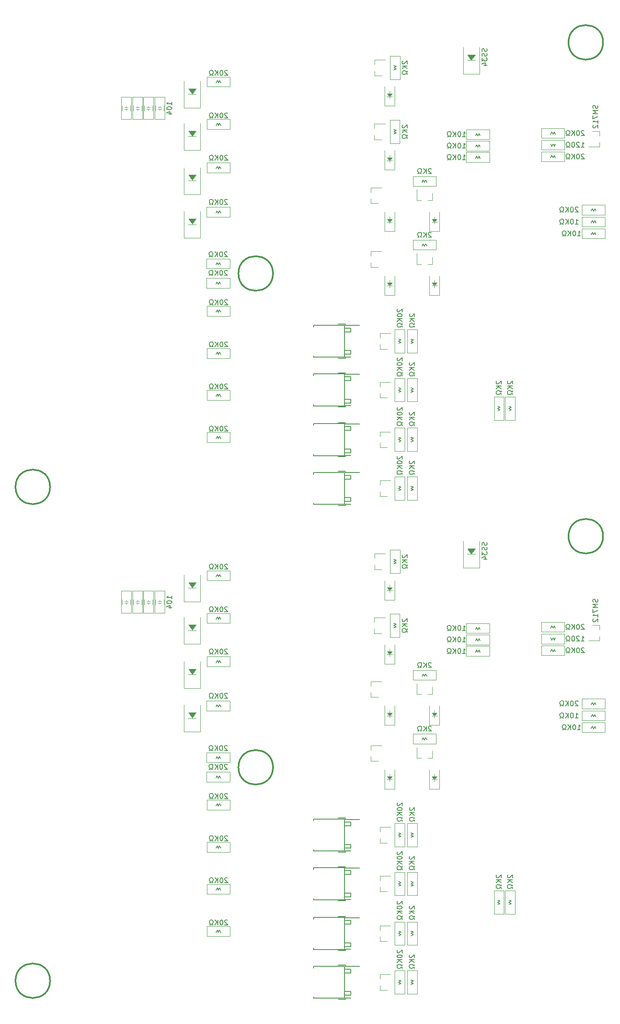
<source format=gbr>
%TF.GenerationSoftware,KiCad,Pcbnew,8.0.7*%
%TF.CreationDate,2025-01-08T09:33:51+09:00*%
%TF.ProjectId,CarInd-Main-V3.0,43617249-6e64-42d4-9d61-696e2d56332e,rev?*%
%TF.SameCoordinates,Original*%
%TF.FileFunction,Legend,Bot*%
%TF.FilePolarity,Positive*%
%FSLAX46Y46*%
G04 Gerber Fmt 4.6, Leading zero omitted, Abs format (unit mm)*
G04 Created by KiCad (PCBNEW 8.0.7) date 2025-01-08 09:33:51*
%MOMM*%
%LPD*%
G01*
G04 APERTURE LIST*
%ADD10C,0.300000*%
%ADD11C,0.150000*%
%ADD12C,0.120000*%
%ADD13C,0.200000*%
%ADD14C,0.100000*%
G04 APERTURE END LIST*
D10*
X140950000Y-197725000D02*
G75*
G02*
X133950000Y-197725000I-3500000J0D01*
G01*
X133950000Y-197725000D02*
G75*
G02*
X140950000Y-197725000I3500000J0D01*
G01*
X95805000Y-240940000D02*
G75*
G02*
X88805000Y-240940000I-3500000J0D01*
G01*
X88805000Y-240940000D02*
G75*
G02*
X95805000Y-240940000I3500000J0D01*
G01*
X207795000Y-150930000D02*
G75*
G02*
X200795000Y-150930000I-3500000J0D01*
G01*
X200795000Y-150930000D02*
G75*
G02*
X207795000Y-150930000I3500000J0D01*
G01*
X140950000Y-97725000D02*
G75*
G02*
X133950000Y-97725000I-3500000J0D01*
G01*
X133950000Y-97725000D02*
G75*
G02*
X140950000Y-97725000I3500000J0D01*
G01*
X95805000Y-140940000D02*
G75*
G02*
X88805000Y-140940000I-3500000J0D01*
G01*
X88805000Y-140940000D02*
G75*
G02*
X95805000Y-140940000I3500000J0D01*
G01*
X207795000Y-50930000D02*
G75*
G02*
X200795000Y-50930000I-3500000J0D01*
G01*
X200795000Y-50930000D02*
G75*
G02*
X207795000Y-50930000I3500000J0D01*
G01*
D11*
X206672200Y-163691786D02*
X206719819Y-163834643D01*
X206719819Y-163834643D02*
X206719819Y-164072738D01*
X206719819Y-164072738D02*
X206672200Y-164167976D01*
X206672200Y-164167976D02*
X206624580Y-164215595D01*
X206624580Y-164215595D02*
X206529342Y-164263214D01*
X206529342Y-164263214D02*
X206434104Y-164263214D01*
X206434104Y-164263214D02*
X206338866Y-164215595D01*
X206338866Y-164215595D02*
X206291247Y-164167976D01*
X206291247Y-164167976D02*
X206243628Y-164072738D01*
X206243628Y-164072738D02*
X206196009Y-163882262D01*
X206196009Y-163882262D02*
X206148390Y-163787024D01*
X206148390Y-163787024D02*
X206100771Y-163739405D01*
X206100771Y-163739405D02*
X206005533Y-163691786D01*
X206005533Y-163691786D02*
X205910295Y-163691786D01*
X205910295Y-163691786D02*
X205815057Y-163739405D01*
X205815057Y-163739405D02*
X205767438Y-163787024D01*
X205767438Y-163787024D02*
X205719819Y-163882262D01*
X205719819Y-163882262D02*
X205719819Y-164120357D01*
X205719819Y-164120357D02*
X205767438Y-164263214D01*
X206719819Y-164691786D02*
X205719819Y-164691786D01*
X205719819Y-164691786D02*
X206434104Y-165025119D01*
X206434104Y-165025119D02*
X205719819Y-165358452D01*
X205719819Y-165358452D02*
X206719819Y-165358452D01*
X205719819Y-165739405D02*
X205719819Y-166406071D01*
X205719819Y-166406071D02*
X206719819Y-165977500D01*
X206719819Y-167310833D02*
X206719819Y-166739405D01*
X206719819Y-167025119D02*
X205719819Y-167025119D01*
X205719819Y-167025119D02*
X205862676Y-166929881D01*
X205862676Y-166929881D02*
X205957914Y-166834643D01*
X205957914Y-166834643D02*
X206005533Y-166739405D01*
X205815057Y-167691786D02*
X205767438Y-167739405D01*
X205767438Y-167739405D02*
X205719819Y-167834643D01*
X205719819Y-167834643D02*
X205719819Y-168072738D01*
X205719819Y-168072738D02*
X205767438Y-168167976D01*
X205767438Y-168167976D02*
X205815057Y-168215595D01*
X205815057Y-168215595D02*
X205910295Y-168263214D01*
X205910295Y-168263214D02*
X206005533Y-168263214D01*
X206005533Y-168263214D02*
X206148390Y-168215595D01*
X206148390Y-168215595D02*
X206719819Y-167644167D01*
X206719819Y-167644167D02*
X206719819Y-168263214D01*
X166170057Y-234741667D02*
X166122438Y-234789286D01*
X166122438Y-234789286D02*
X166074819Y-234884524D01*
X166074819Y-234884524D02*
X166074819Y-235122619D01*
X166074819Y-235122619D02*
X166122438Y-235217857D01*
X166122438Y-235217857D02*
X166170057Y-235265476D01*
X166170057Y-235265476D02*
X166265295Y-235313095D01*
X166265295Y-235313095D02*
X166360533Y-235313095D01*
X166360533Y-235313095D02*
X166503390Y-235265476D01*
X166503390Y-235265476D02*
X167074819Y-234694048D01*
X167074819Y-234694048D02*
X167074819Y-235313095D01*
X166074819Y-235932143D02*
X166074819Y-236027381D01*
X166074819Y-236027381D02*
X166122438Y-236122619D01*
X166122438Y-236122619D02*
X166170057Y-236170238D01*
X166170057Y-236170238D02*
X166265295Y-236217857D01*
X166265295Y-236217857D02*
X166455771Y-236265476D01*
X166455771Y-236265476D02*
X166693866Y-236265476D01*
X166693866Y-236265476D02*
X166884342Y-236217857D01*
X166884342Y-236217857D02*
X166979580Y-236170238D01*
X166979580Y-236170238D02*
X167027200Y-236122619D01*
X167027200Y-236122619D02*
X167074819Y-236027381D01*
X167074819Y-236027381D02*
X167074819Y-235932143D01*
X167074819Y-235932143D02*
X167027200Y-235836905D01*
X167027200Y-235836905D02*
X166979580Y-235789286D01*
X166979580Y-235789286D02*
X166884342Y-235741667D01*
X166884342Y-235741667D02*
X166693866Y-235694048D01*
X166693866Y-235694048D02*
X166455771Y-235694048D01*
X166455771Y-235694048D02*
X166265295Y-235741667D01*
X166265295Y-235741667D02*
X166170057Y-235789286D01*
X166170057Y-235789286D02*
X166122438Y-235836905D01*
X166122438Y-235836905D02*
X166074819Y-235932143D01*
X167074819Y-236694048D02*
X166074819Y-236694048D01*
X167074819Y-237265476D02*
X166503390Y-236836905D01*
X166074819Y-237265476D02*
X166646247Y-236694048D01*
X167074819Y-237646429D02*
X167074819Y-237884524D01*
X167074819Y-237884524D02*
X166884342Y-237884524D01*
X166884342Y-237884524D02*
X166836723Y-237789286D01*
X166836723Y-237789286D02*
X166741485Y-237694048D01*
X166741485Y-237694048D02*
X166598628Y-237646429D01*
X166598628Y-237646429D02*
X166360533Y-237646429D01*
X166360533Y-237646429D02*
X166217676Y-237694048D01*
X166217676Y-237694048D02*
X166122438Y-237789286D01*
X166122438Y-237789286D02*
X166074819Y-237932143D01*
X166074819Y-237932143D02*
X166074819Y-238122619D01*
X166074819Y-238122619D02*
X166122438Y-238265476D01*
X166122438Y-238265476D02*
X166217676Y-238360714D01*
X166217676Y-238360714D02*
X166360533Y-238408333D01*
X166360533Y-238408333D02*
X166598628Y-238408333D01*
X166598628Y-238408333D02*
X166741485Y-238360714D01*
X166741485Y-238360714D02*
X166836723Y-238265476D01*
X166836723Y-238265476D02*
X166884342Y-238170238D01*
X166884342Y-238170238D02*
X167074819Y-238170238D01*
X167074819Y-238170238D02*
X167074819Y-238408333D01*
X167200057Y-154707857D02*
X167152438Y-154755476D01*
X167152438Y-154755476D02*
X167104819Y-154850714D01*
X167104819Y-154850714D02*
X167104819Y-155088809D01*
X167104819Y-155088809D02*
X167152438Y-155184047D01*
X167152438Y-155184047D02*
X167200057Y-155231666D01*
X167200057Y-155231666D02*
X167295295Y-155279285D01*
X167295295Y-155279285D02*
X167390533Y-155279285D01*
X167390533Y-155279285D02*
X167533390Y-155231666D01*
X167533390Y-155231666D02*
X168104819Y-154660238D01*
X168104819Y-154660238D02*
X168104819Y-155279285D01*
X168104819Y-155707857D02*
X167104819Y-155707857D01*
X168104819Y-156279285D02*
X167533390Y-155850714D01*
X167104819Y-156279285D02*
X167676247Y-155707857D01*
X168104819Y-156660238D02*
X168104819Y-156898333D01*
X168104819Y-156898333D02*
X167914342Y-156898333D01*
X167914342Y-156898333D02*
X167866723Y-156803095D01*
X167866723Y-156803095D02*
X167771485Y-156707857D01*
X167771485Y-156707857D02*
X167628628Y-156660238D01*
X167628628Y-156660238D02*
X167390533Y-156660238D01*
X167390533Y-156660238D02*
X167247676Y-156707857D01*
X167247676Y-156707857D02*
X167152438Y-156803095D01*
X167152438Y-156803095D02*
X167104819Y-156945952D01*
X167104819Y-156945952D02*
X167104819Y-157136428D01*
X167104819Y-157136428D02*
X167152438Y-157279285D01*
X167152438Y-157279285D02*
X167247676Y-157374523D01*
X167247676Y-157374523D02*
X167390533Y-157422142D01*
X167390533Y-157422142D02*
X167628628Y-157422142D01*
X167628628Y-157422142D02*
X167771485Y-157374523D01*
X167771485Y-157374523D02*
X167866723Y-157279285D01*
X167866723Y-157279285D02*
X167914342Y-157184047D01*
X167914342Y-157184047D02*
X168104819Y-157184047D01*
X168104819Y-157184047D02*
X168104819Y-157422142D01*
X168670057Y-235694047D02*
X168622438Y-235741666D01*
X168622438Y-235741666D02*
X168574819Y-235836904D01*
X168574819Y-235836904D02*
X168574819Y-236074999D01*
X168574819Y-236074999D02*
X168622438Y-236170237D01*
X168622438Y-236170237D02*
X168670057Y-236217856D01*
X168670057Y-236217856D02*
X168765295Y-236265475D01*
X168765295Y-236265475D02*
X168860533Y-236265475D01*
X168860533Y-236265475D02*
X169003390Y-236217856D01*
X169003390Y-236217856D02*
X169574819Y-235646428D01*
X169574819Y-235646428D02*
X169574819Y-236265475D01*
X169574819Y-236694047D02*
X168574819Y-236694047D01*
X169574819Y-237265475D02*
X169003390Y-236836904D01*
X168574819Y-237265475D02*
X169146247Y-236694047D01*
X169574819Y-237646428D02*
X169574819Y-237884523D01*
X169574819Y-237884523D02*
X169384342Y-237884523D01*
X169384342Y-237884523D02*
X169336723Y-237789285D01*
X169336723Y-237789285D02*
X169241485Y-237694047D01*
X169241485Y-237694047D02*
X169098628Y-237646428D01*
X169098628Y-237646428D02*
X168860533Y-237646428D01*
X168860533Y-237646428D02*
X168717676Y-237694047D01*
X168717676Y-237694047D02*
X168622438Y-237789285D01*
X168622438Y-237789285D02*
X168574819Y-237932142D01*
X168574819Y-237932142D02*
X168574819Y-238122618D01*
X168574819Y-238122618D02*
X168622438Y-238265475D01*
X168622438Y-238265475D02*
X168717676Y-238360713D01*
X168717676Y-238360713D02*
X168860533Y-238408332D01*
X168860533Y-238408332D02*
X169098628Y-238408332D01*
X169098628Y-238408332D02*
X169241485Y-238360713D01*
X169241485Y-238360713D02*
X169336723Y-238265475D01*
X169336723Y-238265475D02*
X169384342Y-238170237D01*
X169384342Y-238170237D02*
X169574819Y-238170237D01*
X169574819Y-238170237D02*
X169574819Y-238408332D01*
X166170057Y-214816667D02*
X166122438Y-214864286D01*
X166122438Y-214864286D02*
X166074819Y-214959524D01*
X166074819Y-214959524D02*
X166074819Y-215197619D01*
X166074819Y-215197619D02*
X166122438Y-215292857D01*
X166122438Y-215292857D02*
X166170057Y-215340476D01*
X166170057Y-215340476D02*
X166265295Y-215388095D01*
X166265295Y-215388095D02*
X166360533Y-215388095D01*
X166360533Y-215388095D02*
X166503390Y-215340476D01*
X166503390Y-215340476D02*
X167074819Y-214769048D01*
X167074819Y-214769048D02*
X167074819Y-215388095D01*
X166074819Y-216007143D02*
X166074819Y-216102381D01*
X166074819Y-216102381D02*
X166122438Y-216197619D01*
X166122438Y-216197619D02*
X166170057Y-216245238D01*
X166170057Y-216245238D02*
X166265295Y-216292857D01*
X166265295Y-216292857D02*
X166455771Y-216340476D01*
X166455771Y-216340476D02*
X166693866Y-216340476D01*
X166693866Y-216340476D02*
X166884342Y-216292857D01*
X166884342Y-216292857D02*
X166979580Y-216245238D01*
X166979580Y-216245238D02*
X167027200Y-216197619D01*
X167027200Y-216197619D02*
X167074819Y-216102381D01*
X167074819Y-216102381D02*
X167074819Y-216007143D01*
X167074819Y-216007143D02*
X167027200Y-215911905D01*
X167027200Y-215911905D02*
X166979580Y-215864286D01*
X166979580Y-215864286D02*
X166884342Y-215816667D01*
X166884342Y-215816667D02*
X166693866Y-215769048D01*
X166693866Y-215769048D02*
X166455771Y-215769048D01*
X166455771Y-215769048D02*
X166265295Y-215816667D01*
X166265295Y-215816667D02*
X166170057Y-215864286D01*
X166170057Y-215864286D02*
X166122438Y-215911905D01*
X166122438Y-215911905D02*
X166074819Y-216007143D01*
X167074819Y-216769048D02*
X166074819Y-216769048D01*
X167074819Y-217340476D02*
X166503390Y-216911905D01*
X166074819Y-217340476D02*
X166646247Y-216769048D01*
X167074819Y-217721429D02*
X167074819Y-217959524D01*
X167074819Y-217959524D02*
X166884342Y-217959524D01*
X166884342Y-217959524D02*
X166836723Y-217864286D01*
X166836723Y-217864286D02*
X166741485Y-217769048D01*
X166741485Y-217769048D02*
X166598628Y-217721429D01*
X166598628Y-217721429D02*
X166360533Y-217721429D01*
X166360533Y-217721429D02*
X166217676Y-217769048D01*
X166217676Y-217769048D02*
X166122438Y-217864286D01*
X166122438Y-217864286D02*
X166074819Y-218007143D01*
X166074819Y-218007143D02*
X166074819Y-218197619D01*
X166074819Y-218197619D02*
X166122438Y-218340476D01*
X166122438Y-218340476D02*
X166217676Y-218435714D01*
X166217676Y-218435714D02*
X166360533Y-218483333D01*
X166360533Y-218483333D02*
X166598628Y-218483333D01*
X166598628Y-218483333D02*
X166741485Y-218435714D01*
X166741485Y-218435714D02*
X166836723Y-218340476D01*
X166836723Y-218340476D02*
X166884342Y-218245238D01*
X166884342Y-218245238D02*
X167074819Y-218245238D01*
X167074819Y-218245238D02*
X167074819Y-218483333D01*
X131673332Y-193425057D02*
X131625713Y-193377438D01*
X131625713Y-193377438D02*
X131530475Y-193329819D01*
X131530475Y-193329819D02*
X131292380Y-193329819D01*
X131292380Y-193329819D02*
X131197142Y-193377438D01*
X131197142Y-193377438D02*
X131149523Y-193425057D01*
X131149523Y-193425057D02*
X131101904Y-193520295D01*
X131101904Y-193520295D02*
X131101904Y-193615533D01*
X131101904Y-193615533D02*
X131149523Y-193758390D01*
X131149523Y-193758390D02*
X131720951Y-194329819D01*
X131720951Y-194329819D02*
X131101904Y-194329819D01*
X130482856Y-193329819D02*
X130387618Y-193329819D01*
X130387618Y-193329819D02*
X130292380Y-193377438D01*
X130292380Y-193377438D02*
X130244761Y-193425057D01*
X130244761Y-193425057D02*
X130197142Y-193520295D01*
X130197142Y-193520295D02*
X130149523Y-193710771D01*
X130149523Y-193710771D02*
X130149523Y-193948866D01*
X130149523Y-193948866D02*
X130197142Y-194139342D01*
X130197142Y-194139342D02*
X130244761Y-194234580D01*
X130244761Y-194234580D02*
X130292380Y-194282200D01*
X130292380Y-194282200D02*
X130387618Y-194329819D01*
X130387618Y-194329819D02*
X130482856Y-194329819D01*
X130482856Y-194329819D02*
X130578094Y-194282200D01*
X130578094Y-194282200D02*
X130625713Y-194234580D01*
X130625713Y-194234580D02*
X130673332Y-194139342D01*
X130673332Y-194139342D02*
X130720951Y-193948866D01*
X130720951Y-193948866D02*
X130720951Y-193710771D01*
X130720951Y-193710771D02*
X130673332Y-193520295D01*
X130673332Y-193520295D02*
X130625713Y-193425057D01*
X130625713Y-193425057D02*
X130578094Y-193377438D01*
X130578094Y-193377438D02*
X130482856Y-193329819D01*
X129720951Y-194329819D02*
X129720951Y-193329819D01*
X129149523Y-194329819D02*
X129578094Y-193758390D01*
X129149523Y-193329819D02*
X129720951Y-193901247D01*
X128768570Y-194329819D02*
X128530475Y-194329819D01*
X128530475Y-194329819D02*
X128530475Y-194139342D01*
X128530475Y-194139342D02*
X128625713Y-194091723D01*
X128625713Y-194091723D02*
X128720951Y-193996485D01*
X128720951Y-193996485D02*
X128768570Y-193853628D01*
X128768570Y-193853628D02*
X128768570Y-193615533D01*
X128768570Y-193615533D02*
X128720951Y-193472676D01*
X128720951Y-193472676D02*
X128625713Y-193377438D01*
X128625713Y-193377438D02*
X128482856Y-193329819D01*
X128482856Y-193329819D02*
X128292380Y-193329819D01*
X128292380Y-193329819D02*
X128149523Y-193377438D01*
X128149523Y-193377438D02*
X128054285Y-193472676D01*
X128054285Y-193472676D02*
X128006666Y-193615533D01*
X128006666Y-193615533D02*
X128006666Y-193853628D01*
X128006666Y-193853628D02*
X128054285Y-193996485D01*
X128054285Y-193996485D02*
X128149523Y-194091723D01*
X128149523Y-194091723D02*
X128244761Y-194139342D01*
X128244761Y-194139342D02*
X128244761Y-194329819D01*
X128244761Y-194329819D02*
X128006666Y-194329819D01*
X188525057Y-219517857D02*
X188477438Y-219565476D01*
X188477438Y-219565476D02*
X188429819Y-219660714D01*
X188429819Y-219660714D02*
X188429819Y-219898809D01*
X188429819Y-219898809D02*
X188477438Y-219994047D01*
X188477438Y-219994047D02*
X188525057Y-220041666D01*
X188525057Y-220041666D02*
X188620295Y-220089285D01*
X188620295Y-220089285D02*
X188715533Y-220089285D01*
X188715533Y-220089285D02*
X188858390Y-220041666D01*
X188858390Y-220041666D02*
X189429819Y-219470238D01*
X189429819Y-219470238D02*
X189429819Y-220089285D01*
X189429819Y-220517857D02*
X188429819Y-220517857D01*
X189429819Y-221089285D02*
X188858390Y-220660714D01*
X188429819Y-221089285D02*
X189001247Y-220517857D01*
X189429819Y-221470238D02*
X189429819Y-221708333D01*
X189429819Y-221708333D02*
X189239342Y-221708333D01*
X189239342Y-221708333D02*
X189191723Y-221613095D01*
X189191723Y-221613095D02*
X189096485Y-221517857D01*
X189096485Y-221517857D02*
X188953628Y-221470238D01*
X188953628Y-221470238D02*
X188715533Y-221470238D01*
X188715533Y-221470238D02*
X188572676Y-221517857D01*
X188572676Y-221517857D02*
X188477438Y-221613095D01*
X188477438Y-221613095D02*
X188429819Y-221755952D01*
X188429819Y-221755952D02*
X188429819Y-221946428D01*
X188429819Y-221946428D02*
X188477438Y-222089285D01*
X188477438Y-222089285D02*
X188572676Y-222184523D01*
X188572676Y-222184523D02*
X188715533Y-222232142D01*
X188715533Y-222232142D02*
X188953628Y-222232142D01*
X188953628Y-222232142D02*
X189096485Y-222184523D01*
X189096485Y-222184523D02*
X189191723Y-222089285D01*
X189191723Y-222089285D02*
X189239342Y-221994047D01*
X189239342Y-221994047D02*
X189429819Y-221994047D01*
X189429819Y-221994047D02*
X189429819Y-222232142D01*
X166170057Y-224866667D02*
X166122438Y-224914286D01*
X166122438Y-224914286D02*
X166074819Y-225009524D01*
X166074819Y-225009524D02*
X166074819Y-225247619D01*
X166074819Y-225247619D02*
X166122438Y-225342857D01*
X166122438Y-225342857D02*
X166170057Y-225390476D01*
X166170057Y-225390476D02*
X166265295Y-225438095D01*
X166265295Y-225438095D02*
X166360533Y-225438095D01*
X166360533Y-225438095D02*
X166503390Y-225390476D01*
X166503390Y-225390476D02*
X167074819Y-224819048D01*
X167074819Y-224819048D02*
X167074819Y-225438095D01*
X166074819Y-226057143D02*
X166074819Y-226152381D01*
X166074819Y-226152381D02*
X166122438Y-226247619D01*
X166122438Y-226247619D02*
X166170057Y-226295238D01*
X166170057Y-226295238D02*
X166265295Y-226342857D01*
X166265295Y-226342857D02*
X166455771Y-226390476D01*
X166455771Y-226390476D02*
X166693866Y-226390476D01*
X166693866Y-226390476D02*
X166884342Y-226342857D01*
X166884342Y-226342857D02*
X166979580Y-226295238D01*
X166979580Y-226295238D02*
X167027200Y-226247619D01*
X167027200Y-226247619D02*
X167074819Y-226152381D01*
X167074819Y-226152381D02*
X167074819Y-226057143D01*
X167074819Y-226057143D02*
X167027200Y-225961905D01*
X167027200Y-225961905D02*
X166979580Y-225914286D01*
X166979580Y-225914286D02*
X166884342Y-225866667D01*
X166884342Y-225866667D02*
X166693866Y-225819048D01*
X166693866Y-225819048D02*
X166455771Y-225819048D01*
X166455771Y-225819048D02*
X166265295Y-225866667D01*
X166265295Y-225866667D02*
X166170057Y-225914286D01*
X166170057Y-225914286D02*
X166122438Y-225961905D01*
X166122438Y-225961905D02*
X166074819Y-226057143D01*
X167074819Y-226819048D02*
X166074819Y-226819048D01*
X167074819Y-227390476D02*
X166503390Y-226961905D01*
X166074819Y-227390476D02*
X166646247Y-226819048D01*
X167074819Y-227771429D02*
X167074819Y-228009524D01*
X167074819Y-228009524D02*
X166884342Y-228009524D01*
X166884342Y-228009524D02*
X166836723Y-227914286D01*
X166836723Y-227914286D02*
X166741485Y-227819048D01*
X166741485Y-227819048D02*
X166598628Y-227771429D01*
X166598628Y-227771429D02*
X166360533Y-227771429D01*
X166360533Y-227771429D02*
X166217676Y-227819048D01*
X166217676Y-227819048D02*
X166122438Y-227914286D01*
X166122438Y-227914286D02*
X166074819Y-228057143D01*
X166074819Y-228057143D02*
X166074819Y-228247619D01*
X166074819Y-228247619D02*
X166122438Y-228390476D01*
X166122438Y-228390476D02*
X166217676Y-228485714D01*
X166217676Y-228485714D02*
X166360533Y-228533333D01*
X166360533Y-228533333D02*
X166598628Y-228533333D01*
X166598628Y-228533333D02*
X166741485Y-228485714D01*
X166741485Y-228485714D02*
X166836723Y-228390476D01*
X166836723Y-228390476D02*
X166884342Y-228295238D01*
X166884342Y-228295238D02*
X167074819Y-228295238D01*
X167074819Y-228295238D02*
X167074819Y-228533333D01*
X120429819Y-163603333D02*
X120429819Y-163031905D01*
X120429819Y-163317619D02*
X119429819Y-163317619D01*
X119429819Y-163317619D02*
X119572676Y-163222381D01*
X119572676Y-163222381D02*
X119667914Y-163127143D01*
X119667914Y-163127143D02*
X119715533Y-163031905D01*
X119429819Y-164222381D02*
X119429819Y-164317619D01*
X119429819Y-164317619D02*
X119477438Y-164412857D01*
X119477438Y-164412857D02*
X119525057Y-164460476D01*
X119525057Y-164460476D02*
X119620295Y-164508095D01*
X119620295Y-164508095D02*
X119810771Y-164555714D01*
X119810771Y-164555714D02*
X120048866Y-164555714D01*
X120048866Y-164555714D02*
X120239342Y-164508095D01*
X120239342Y-164508095D02*
X120334580Y-164460476D01*
X120334580Y-164460476D02*
X120382200Y-164412857D01*
X120382200Y-164412857D02*
X120429819Y-164317619D01*
X120429819Y-164317619D02*
X120429819Y-164222381D01*
X120429819Y-164222381D02*
X120382200Y-164127143D01*
X120382200Y-164127143D02*
X120334580Y-164079524D01*
X120334580Y-164079524D02*
X120239342Y-164031905D01*
X120239342Y-164031905D02*
X120048866Y-163984286D01*
X120048866Y-163984286D02*
X119810771Y-163984286D01*
X119810771Y-163984286D02*
X119620295Y-164031905D01*
X119620295Y-164031905D02*
X119525057Y-164079524D01*
X119525057Y-164079524D02*
X119477438Y-164127143D01*
X119477438Y-164127143D02*
X119429819Y-164222381D01*
X119763152Y-165412857D02*
X120429819Y-165412857D01*
X119382200Y-165174762D02*
X120096485Y-164936667D01*
X120096485Y-164936667D02*
X120096485Y-165555714D01*
X172992142Y-189485057D02*
X172944523Y-189437438D01*
X172944523Y-189437438D02*
X172849285Y-189389819D01*
X172849285Y-189389819D02*
X172611190Y-189389819D01*
X172611190Y-189389819D02*
X172515952Y-189437438D01*
X172515952Y-189437438D02*
X172468333Y-189485057D01*
X172468333Y-189485057D02*
X172420714Y-189580295D01*
X172420714Y-189580295D02*
X172420714Y-189675533D01*
X172420714Y-189675533D02*
X172468333Y-189818390D01*
X172468333Y-189818390D02*
X173039761Y-190389819D01*
X173039761Y-190389819D02*
X172420714Y-190389819D01*
X171992142Y-190389819D02*
X171992142Y-189389819D01*
X171420714Y-190389819D02*
X171849285Y-189818390D01*
X171420714Y-189389819D02*
X171992142Y-189961247D01*
X171039761Y-190389819D02*
X170801666Y-190389819D01*
X170801666Y-190389819D02*
X170801666Y-190199342D01*
X170801666Y-190199342D02*
X170896904Y-190151723D01*
X170896904Y-190151723D02*
X170992142Y-190056485D01*
X170992142Y-190056485D02*
X171039761Y-189913628D01*
X171039761Y-189913628D02*
X171039761Y-189675533D01*
X171039761Y-189675533D02*
X170992142Y-189532676D01*
X170992142Y-189532676D02*
X170896904Y-189437438D01*
X170896904Y-189437438D02*
X170754047Y-189389819D01*
X170754047Y-189389819D02*
X170563571Y-189389819D01*
X170563571Y-189389819D02*
X170420714Y-189437438D01*
X170420714Y-189437438D02*
X170325476Y-189532676D01*
X170325476Y-189532676D02*
X170277857Y-189675533D01*
X170277857Y-189675533D02*
X170277857Y-189913628D01*
X170277857Y-189913628D02*
X170325476Y-190056485D01*
X170325476Y-190056485D02*
X170420714Y-190151723D01*
X170420714Y-190151723D02*
X170515952Y-190199342D01*
X170515952Y-190199342D02*
X170515952Y-190389819D01*
X170515952Y-190389819D02*
X170277857Y-190389819D01*
X202623095Y-190094819D02*
X203194523Y-190094819D01*
X202908809Y-190094819D02*
X202908809Y-189094819D01*
X202908809Y-189094819D02*
X203004047Y-189237676D01*
X203004047Y-189237676D02*
X203099285Y-189332914D01*
X203099285Y-189332914D02*
X203194523Y-189380533D01*
X202004047Y-189094819D02*
X201908809Y-189094819D01*
X201908809Y-189094819D02*
X201813571Y-189142438D01*
X201813571Y-189142438D02*
X201765952Y-189190057D01*
X201765952Y-189190057D02*
X201718333Y-189285295D01*
X201718333Y-189285295D02*
X201670714Y-189475771D01*
X201670714Y-189475771D02*
X201670714Y-189713866D01*
X201670714Y-189713866D02*
X201718333Y-189904342D01*
X201718333Y-189904342D02*
X201765952Y-189999580D01*
X201765952Y-189999580D02*
X201813571Y-190047200D01*
X201813571Y-190047200D02*
X201908809Y-190094819D01*
X201908809Y-190094819D02*
X202004047Y-190094819D01*
X202004047Y-190094819D02*
X202099285Y-190047200D01*
X202099285Y-190047200D02*
X202146904Y-189999580D01*
X202146904Y-189999580D02*
X202194523Y-189904342D01*
X202194523Y-189904342D02*
X202242142Y-189713866D01*
X202242142Y-189713866D02*
X202242142Y-189475771D01*
X202242142Y-189475771D02*
X202194523Y-189285295D01*
X202194523Y-189285295D02*
X202146904Y-189190057D01*
X202146904Y-189190057D02*
X202099285Y-189142438D01*
X202099285Y-189142438D02*
X202004047Y-189094819D01*
X201242142Y-190094819D02*
X201242142Y-189094819D01*
X200670714Y-190094819D02*
X201099285Y-189523390D01*
X200670714Y-189094819D02*
X201242142Y-189666247D01*
X200289761Y-190094819D02*
X200051666Y-190094819D01*
X200051666Y-190094819D02*
X200051666Y-189904342D01*
X200051666Y-189904342D02*
X200146904Y-189856723D01*
X200146904Y-189856723D02*
X200242142Y-189761485D01*
X200242142Y-189761485D02*
X200289761Y-189618628D01*
X200289761Y-189618628D02*
X200289761Y-189380533D01*
X200289761Y-189380533D02*
X200242142Y-189237676D01*
X200242142Y-189237676D02*
X200146904Y-189142438D01*
X200146904Y-189142438D02*
X200004047Y-189094819D01*
X200004047Y-189094819D02*
X199813571Y-189094819D01*
X199813571Y-189094819D02*
X199670714Y-189142438D01*
X199670714Y-189142438D02*
X199575476Y-189237676D01*
X199575476Y-189237676D02*
X199527857Y-189380533D01*
X199527857Y-189380533D02*
X199527857Y-189618628D01*
X199527857Y-189618628D02*
X199575476Y-189761485D01*
X199575476Y-189761485D02*
X199670714Y-189856723D01*
X199670714Y-189856723D02*
X199765952Y-189904342D01*
X199765952Y-189904342D02*
X199765952Y-190094819D01*
X199765952Y-190094819D02*
X199527857Y-190094819D01*
X203363096Y-172159819D02*
X203934524Y-172159819D01*
X203648810Y-172159819D02*
X203648810Y-171159819D01*
X203648810Y-171159819D02*
X203744048Y-171302676D01*
X203744048Y-171302676D02*
X203839286Y-171397914D01*
X203839286Y-171397914D02*
X203934524Y-171445533D01*
X202982143Y-171255057D02*
X202934524Y-171207438D01*
X202934524Y-171207438D02*
X202839286Y-171159819D01*
X202839286Y-171159819D02*
X202601191Y-171159819D01*
X202601191Y-171159819D02*
X202505953Y-171207438D01*
X202505953Y-171207438D02*
X202458334Y-171255057D01*
X202458334Y-171255057D02*
X202410715Y-171350295D01*
X202410715Y-171350295D02*
X202410715Y-171445533D01*
X202410715Y-171445533D02*
X202458334Y-171588390D01*
X202458334Y-171588390D02*
X203029762Y-172159819D01*
X203029762Y-172159819D02*
X202410715Y-172159819D01*
X201791667Y-171159819D02*
X201696429Y-171159819D01*
X201696429Y-171159819D02*
X201601191Y-171207438D01*
X201601191Y-171207438D02*
X201553572Y-171255057D01*
X201553572Y-171255057D02*
X201505953Y-171350295D01*
X201505953Y-171350295D02*
X201458334Y-171540771D01*
X201458334Y-171540771D02*
X201458334Y-171778866D01*
X201458334Y-171778866D02*
X201505953Y-171969342D01*
X201505953Y-171969342D02*
X201553572Y-172064580D01*
X201553572Y-172064580D02*
X201601191Y-172112200D01*
X201601191Y-172112200D02*
X201696429Y-172159819D01*
X201696429Y-172159819D02*
X201791667Y-172159819D01*
X201791667Y-172159819D02*
X201886905Y-172112200D01*
X201886905Y-172112200D02*
X201934524Y-172064580D01*
X201934524Y-172064580D02*
X201982143Y-171969342D01*
X201982143Y-171969342D02*
X202029762Y-171778866D01*
X202029762Y-171778866D02*
X202029762Y-171540771D01*
X202029762Y-171540771D02*
X201982143Y-171350295D01*
X201982143Y-171350295D02*
X201934524Y-171255057D01*
X201934524Y-171255057D02*
X201886905Y-171207438D01*
X201886905Y-171207438D02*
X201791667Y-171159819D01*
X201077381Y-172159819D02*
X200839286Y-172159819D01*
X200839286Y-172159819D02*
X200839286Y-171969342D01*
X200839286Y-171969342D02*
X200934524Y-171921723D01*
X200934524Y-171921723D02*
X201029762Y-171826485D01*
X201029762Y-171826485D02*
X201077381Y-171683628D01*
X201077381Y-171683628D02*
X201077381Y-171445533D01*
X201077381Y-171445533D02*
X201029762Y-171302676D01*
X201029762Y-171302676D02*
X200934524Y-171207438D01*
X200934524Y-171207438D02*
X200791667Y-171159819D01*
X200791667Y-171159819D02*
X200601191Y-171159819D01*
X200601191Y-171159819D02*
X200458334Y-171207438D01*
X200458334Y-171207438D02*
X200363096Y-171302676D01*
X200363096Y-171302676D02*
X200315477Y-171445533D01*
X200315477Y-171445533D02*
X200315477Y-171683628D01*
X200315477Y-171683628D02*
X200363096Y-171826485D01*
X200363096Y-171826485D02*
X200458334Y-171921723D01*
X200458334Y-171921723D02*
X200553572Y-171969342D01*
X200553572Y-171969342D02*
X200553572Y-172159819D01*
X200553572Y-172159819D02*
X200315477Y-172159819D01*
X203958332Y-173615057D02*
X203910713Y-173567438D01*
X203910713Y-173567438D02*
X203815475Y-173519819D01*
X203815475Y-173519819D02*
X203577380Y-173519819D01*
X203577380Y-173519819D02*
X203482142Y-173567438D01*
X203482142Y-173567438D02*
X203434523Y-173615057D01*
X203434523Y-173615057D02*
X203386904Y-173710295D01*
X203386904Y-173710295D02*
X203386904Y-173805533D01*
X203386904Y-173805533D02*
X203434523Y-173948390D01*
X203434523Y-173948390D02*
X204005951Y-174519819D01*
X204005951Y-174519819D02*
X203386904Y-174519819D01*
X202767856Y-173519819D02*
X202672618Y-173519819D01*
X202672618Y-173519819D02*
X202577380Y-173567438D01*
X202577380Y-173567438D02*
X202529761Y-173615057D01*
X202529761Y-173615057D02*
X202482142Y-173710295D01*
X202482142Y-173710295D02*
X202434523Y-173900771D01*
X202434523Y-173900771D02*
X202434523Y-174138866D01*
X202434523Y-174138866D02*
X202482142Y-174329342D01*
X202482142Y-174329342D02*
X202529761Y-174424580D01*
X202529761Y-174424580D02*
X202577380Y-174472200D01*
X202577380Y-174472200D02*
X202672618Y-174519819D01*
X202672618Y-174519819D02*
X202767856Y-174519819D01*
X202767856Y-174519819D02*
X202863094Y-174472200D01*
X202863094Y-174472200D02*
X202910713Y-174424580D01*
X202910713Y-174424580D02*
X202958332Y-174329342D01*
X202958332Y-174329342D02*
X203005951Y-174138866D01*
X203005951Y-174138866D02*
X203005951Y-173900771D01*
X203005951Y-173900771D02*
X202958332Y-173710295D01*
X202958332Y-173710295D02*
X202910713Y-173615057D01*
X202910713Y-173615057D02*
X202863094Y-173567438D01*
X202863094Y-173567438D02*
X202767856Y-173519819D01*
X202005951Y-174519819D02*
X202005951Y-173519819D01*
X201434523Y-174519819D02*
X201863094Y-173948390D01*
X201434523Y-173519819D02*
X202005951Y-174091247D01*
X201053570Y-174519819D02*
X200815475Y-174519819D01*
X200815475Y-174519819D02*
X200815475Y-174329342D01*
X200815475Y-174329342D02*
X200910713Y-174281723D01*
X200910713Y-174281723D02*
X201005951Y-174186485D01*
X201005951Y-174186485D02*
X201053570Y-174043628D01*
X201053570Y-174043628D02*
X201053570Y-173805533D01*
X201053570Y-173805533D02*
X201005951Y-173662676D01*
X201005951Y-173662676D02*
X200910713Y-173567438D01*
X200910713Y-173567438D02*
X200767856Y-173519819D01*
X200767856Y-173519819D02*
X200577380Y-173519819D01*
X200577380Y-173519819D02*
X200434523Y-173567438D01*
X200434523Y-173567438D02*
X200339285Y-173662676D01*
X200339285Y-173662676D02*
X200291666Y-173805533D01*
X200291666Y-173805533D02*
X200291666Y-174043628D01*
X200291666Y-174043628D02*
X200339285Y-174186485D01*
X200339285Y-174186485D02*
X200434523Y-174281723D01*
X200434523Y-174281723D02*
X200529761Y-174329342D01*
X200529761Y-174329342D02*
X200529761Y-174519819D01*
X200529761Y-174519819D02*
X200291666Y-174519819D01*
X131733332Y-211680057D02*
X131685713Y-211632438D01*
X131685713Y-211632438D02*
X131590475Y-211584819D01*
X131590475Y-211584819D02*
X131352380Y-211584819D01*
X131352380Y-211584819D02*
X131257142Y-211632438D01*
X131257142Y-211632438D02*
X131209523Y-211680057D01*
X131209523Y-211680057D02*
X131161904Y-211775295D01*
X131161904Y-211775295D02*
X131161904Y-211870533D01*
X131161904Y-211870533D02*
X131209523Y-212013390D01*
X131209523Y-212013390D02*
X131780951Y-212584819D01*
X131780951Y-212584819D02*
X131161904Y-212584819D01*
X130542856Y-211584819D02*
X130447618Y-211584819D01*
X130447618Y-211584819D02*
X130352380Y-211632438D01*
X130352380Y-211632438D02*
X130304761Y-211680057D01*
X130304761Y-211680057D02*
X130257142Y-211775295D01*
X130257142Y-211775295D02*
X130209523Y-211965771D01*
X130209523Y-211965771D02*
X130209523Y-212203866D01*
X130209523Y-212203866D02*
X130257142Y-212394342D01*
X130257142Y-212394342D02*
X130304761Y-212489580D01*
X130304761Y-212489580D02*
X130352380Y-212537200D01*
X130352380Y-212537200D02*
X130447618Y-212584819D01*
X130447618Y-212584819D02*
X130542856Y-212584819D01*
X130542856Y-212584819D02*
X130638094Y-212537200D01*
X130638094Y-212537200D02*
X130685713Y-212489580D01*
X130685713Y-212489580D02*
X130733332Y-212394342D01*
X130733332Y-212394342D02*
X130780951Y-212203866D01*
X130780951Y-212203866D02*
X130780951Y-211965771D01*
X130780951Y-211965771D02*
X130733332Y-211775295D01*
X130733332Y-211775295D02*
X130685713Y-211680057D01*
X130685713Y-211680057D02*
X130638094Y-211632438D01*
X130638094Y-211632438D02*
X130542856Y-211584819D01*
X129780951Y-212584819D02*
X129780951Y-211584819D01*
X129209523Y-212584819D02*
X129638094Y-212013390D01*
X129209523Y-211584819D02*
X129780951Y-212156247D01*
X128828570Y-212584819D02*
X128590475Y-212584819D01*
X128590475Y-212584819D02*
X128590475Y-212394342D01*
X128590475Y-212394342D02*
X128685713Y-212346723D01*
X128685713Y-212346723D02*
X128780951Y-212251485D01*
X128780951Y-212251485D02*
X128828570Y-212108628D01*
X128828570Y-212108628D02*
X128828570Y-211870533D01*
X128828570Y-211870533D02*
X128780951Y-211727676D01*
X128780951Y-211727676D02*
X128685713Y-211632438D01*
X128685713Y-211632438D02*
X128542856Y-211584819D01*
X128542856Y-211584819D02*
X128352380Y-211584819D01*
X128352380Y-211584819D02*
X128209523Y-211632438D01*
X128209523Y-211632438D02*
X128114285Y-211727676D01*
X128114285Y-211727676D02*
X128066666Y-211870533D01*
X128066666Y-211870533D02*
X128066666Y-212108628D01*
X128066666Y-212108628D02*
X128114285Y-212251485D01*
X128114285Y-212251485D02*
X128209523Y-212346723D01*
X128209523Y-212346723D02*
X128304761Y-212394342D01*
X128304761Y-212394342D02*
X128304761Y-212584819D01*
X128304761Y-212584819D02*
X128066666Y-212584819D01*
X203958332Y-168865057D02*
X203910713Y-168817438D01*
X203910713Y-168817438D02*
X203815475Y-168769819D01*
X203815475Y-168769819D02*
X203577380Y-168769819D01*
X203577380Y-168769819D02*
X203482142Y-168817438D01*
X203482142Y-168817438D02*
X203434523Y-168865057D01*
X203434523Y-168865057D02*
X203386904Y-168960295D01*
X203386904Y-168960295D02*
X203386904Y-169055533D01*
X203386904Y-169055533D02*
X203434523Y-169198390D01*
X203434523Y-169198390D02*
X204005951Y-169769819D01*
X204005951Y-169769819D02*
X203386904Y-169769819D01*
X202767856Y-168769819D02*
X202672618Y-168769819D01*
X202672618Y-168769819D02*
X202577380Y-168817438D01*
X202577380Y-168817438D02*
X202529761Y-168865057D01*
X202529761Y-168865057D02*
X202482142Y-168960295D01*
X202482142Y-168960295D02*
X202434523Y-169150771D01*
X202434523Y-169150771D02*
X202434523Y-169388866D01*
X202434523Y-169388866D02*
X202482142Y-169579342D01*
X202482142Y-169579342D02*
X202529761Y-169674580D01*
X202529761Y-169674580D02*
X202577380Y-169722200D01*
X202577380Y-169722200D02*
X202672618Y-169769819D01*
X202672618Y-169769819D02*
X202767856Y-169769819D01*
X202767856Y-169769819D02*
X202863094Y-169722200D01*
X202863094Y-169722200D02*
X202910713Y-169674580D01*
X202910713Y-169674580D02*
X202958332Y-169579342D01*
X202958332Y-169579342D02*
X203005951Y-169388866D01*
X203005951Y-169388866D02*
X203005951Y-169150771D01*
X203005951Y-169150771D02*
X202958332Y-168960295D01*
X202958332Y-168960295D02*
X202910713Y-168865057D01*
X202910713Y-168865057D02*
X202863094Y-168817438D01*
X202863094Y-168817438D02*
X202767856Y-168769819D01*
X202005951Y-169769819D02*
X202005951Y-168769819D01*
X201434523Y-169769819D02*
X201863094Y-169198390D01*
X201434523Y-168769819D02*
X202005951Y-169341247D01*
X201053570Y-169769819D02*
X200815475Y-169769819D01*
X200815475Y-169769819D02*
X200815475Y-169579342D01*
X200815475Y-169579342D02*
X200910713Y-169531723D01*
X200910713Y-169531723D02*
X201005951Y-169436485D01*
X201005951Y-169436485D02*
X201053570Y-169293628D01*
X201053570Y-169293628D02*
X201053570Y-169055533D01*
X201053570Y-169055533D02*
X201005951Y-168912676D01*
X201005951Y-168912676D02*
X200910713Y-168817438D01*
X200910713Y-168817438D02*
X200767856Y-168769819D01*
X200767856Y-168769819D02*
X200577380Y-168769819D01*
X200577380Y-168769819D02*
X200434523Y-168817438D01*
X200434523Y-168817438D02*
X200339285Y-168912676D01*
X200339285Y-168912676D02*
X200291666Y-169055533D01*
X200291666Y-169055533D02*
X200291666Y-169293628D01*
X200291666Y-169293628D02*
X200339285Y-169436485D01*
X200339285Y-169436485D02*
X200434523Y-169531723D01*
X200434523Y-169531723D02*
X200529761Y-169579342D01*
X200529761Y-169579342D02*
X200529761Y-169769819D01*
X200529761Y-169769819D02*
X200291666Y-169769819D01*
X184212200Y-152200714D02*
X184259819Y-152343571D01*
X184259819Y-152343571D02*
X184259819Y-152581666D01*
X184259819Y-152581666D02*
X184212200Y-152676904D01*
X184212200Y-152676904D02*
X184164580Y-152724523D01*
X184164580Y-152724523D02*
X184069342Y-152772142D01*
X184069342Y-152772142D02*
X183974104Y-152772142D01*
X183974104Y-152772142D02*
X183878866Y-152724523D01*
X183878866Y-152724523D02*
X183831247Y-152676904D01*
X183831247Y-152676904D02*
X183783628Y-152581666D01*
X183783628Y-152581666D02*
X183736009Y-152391190D01*
X183736009Y-152391190D02*
X183688390Y-152295952D01*
X183688390Y-152295952D02*
X183640771Y-152248333D01*
X183640771Y-152248333D02*
X183545533Y-152200714D01*
X183545533Y-152200714D02*
X183450295Y-152200714D01*
X183450295Y-152200714D02*
X183355057Y-152248333D01*
X183355057Y-152248333D02*
X183307438Y-152295952D01*
X183307438Y-152295952D02*
X183259819Y-152391190D01*
X183259819Y-152391190D02*
X183259819Y-152629285D01*
X183259819Y-152629285D02*
X183307438Y-152772142D01*
X184212200Y-153153095D02*
X184259819Y-153295952D01*
X184259819Y-153295952D02*
X184259819Y-153534047D01*
X184259819Y-153534047D02*
X184212200Y-153629285D01*
X184212200Y-153629285D02*
X184164580Y-153676904D01*
X184164580Y-153676904D02*
X184069342Y-153724523D01*
X184069342Y-153724523D02*
X183974104Y-153724523D01*
X183974104Y-153724523D02*
X183878866Y-153676904D01*
X183878866Y-153676904D02*
X183831247Y-153629285D01*
X183831247Y-153629285D02*
X183783628Y-153534047D01*
X183783628Y-153534047D02*
X183736009Y-153343571D01*
X183736009Y-153343571D02*
X183688390Y-153248333D01*
X183688390Y-153248333D02*
X183640771Y-153200714D01*
X183640771Y-153200714D02*
X183545533Y-153153095D01*
X183545533Y-153153095D02*
X183450295Y-153153095D01*
X183450295Y-153153095D02*
X183355057Y-153200714D01*
X183355057Y-153200714D02*
X183307438Y-153248333D01*
X183307438Y-153248333D02*
X183259819Y-153343571D01*
X183259819Y-153343571D02*
X183259819Y-153581666D01*
X183259819Y-153581666D02*
X183307438Y-153724523D01*
X183259819Y-154057857D02*
X183259819Y-154676904D01*
X183259819Y-154676904D02*
X183640771Y-154343571D01*
X183640771Y-154343571D02*
X183640771Y-154486428D01*
X183640771Y-154486428D02*
X183688390Y-154581666D01*
X183688390Y-154581666D02*
X183736009Y-154629285D01*
X183736009Y-154629285D02*
X183831247Y-154676904D01*
X183831247Y-154676904D02*
X184069342Y-154676904D01*
X184069342Y-154676904D02*
X184164580Y-154629285D01*
X184164580Y-154629285D02*
X184212200Y-154581666D01*
X184212200Y-154581666D02*
X184259819Y-154486428D01*
X184259819Y-154486428D02*
X184259819Y-154200714D01*
X184259819Y-154200714D02*
X184212200Y-154105476D01*
X184212200Y-154105476D02*
X184164580Y-154057857D01*
X183593152Y-155534047D02*
X184259819Y-155534047D01*
X183212200Y-155295952D02*
X183926485Y-155057857D01*
X183926485Y-155057857D02*
X183926485Y-155676904D01*
X179344404Y-174659819D02*
X179915832Y-174659819D01*
X179630118Y-174659819D02*
X179630118Y-173659819D01*
X179630118Y-173659819D02*
X179725356Y-173802676D01*
X179725356Y-173802676D02*
X179820594Y-173897914D01*
X179820594Y-173897914D02*
X179915832Y-173945533D01*
X178725356Y-173659819D02*
X178630118Y-173659819D01*
X178630118Y-173659819D02*
X178534880Y-173707438D01*
X178534880Y-173707438D02*
X178487261Y-173755057D01*
X178487261Y-173755057D02*
X178439642Y-173850295D01*
X178439642Y-173850295D02*
X178392023Y-174040771D01*
X178392023Y-174040771D02*
X178392023Y-174278866D01*
X178392023Y-174278866D02*
X178439642Y-174469342D01*
X178439642Y-174469342D02*
X178487261Y-174564580D01*
X178487261Y-174564580D02*
X178534880Y-174612200D01*
X178534880Y-174612200D02*
X178630118Y-174659819D01*
X178630118Y-174659819D02*
X178725356Y-174659819D01*
X178725356Y-174659819D02*
X178820594Y-174612200D01*
X178820594Y-174612200D02*
X178868213Y-174564580D01*
X178868213Y-174564580D02*
X178915832Y-174469342D01*
X178915832Y-174469342D02*
X178963451Y-174278866D01*
X178963451Y-174278866D02*
X178963451Y-174040771D01*
X178963451Y-174040771D02*
X178915832Y-173850295D01*
X178915832Y-173850295D02*
X178868213Y-173755057D01*
X178868213Y-173755057D02*
X178820594Y-173707438D01*
X178820594Y-173707438D02*
X178725356Y-173659819D01*
X177963451Y-174659819D02*
X177963451Y-173659819D01*
X177392023Y-174659819D02*
X177820594Y-174088390D01*
X177392023Y-173659819D02*
X177963451Y-174231247D01*
X177011070Y-174659819D02*
X176772975Y-174659819D01*
X176772975Y-174659819D02*
X176772975Y-174469342D01*
X176772975Y-174469342D02*
X176868213Y-174421723D01*
X176868213Y-174421723D02*
X176963451Y-174326485D01*
X176963451Y-174326485D02*
X177011070Y-174183628D01*
X177011070Y-174183628D02*
X177011070Y-173945533D01*
X177011070Y-173945533D02*
X176963451Y-173802676D01*
X176963451Y-173802676D02*
X176868213Y-173707438D01*
X176868213Y-173707438D02*
X176725356Y-173659819D01*
X176725356Y-173659819D02*
X176534880Y-173659819D01*
X176534880Y-173659819D02*
X176392023Y-173707438D01*
X176392023Y-173707438D02*
X176296785Y-173802676D01*
X176296785Y-173802676D02*
X176249166Y-173945533D01*
X176249166Y-173945533D02*
X176249166Y-174183628D01*
X176249166Y-174183628D02*
X176296785Y-174326485D01*
X176296785Y-174326485D02*
X176392023Y-174421723D01*
X176392023Y-174421723D02*
X176487261Y-174469342D01*
X176487261Y-174469342D02*
X176487261Y-174659819D01*
X176487261Y-174659819D02*
X176249166Y-174659819D01*
X131713332Y-182820057D02*
X131665713Y-182772438D01*
X131665713Y-182772438D02*
X131570475Y-182724819D01*
X131570475Y-182724819D02*
X131332380Y-182724819D01*
X131332380Y-182724819D02*
X131237142Y-182772438D01*
X131237142Y-182772438D02*
X131189523Y-182820057D01*
X131189523Y-182820057D02*
X131141904Y-182915295D01*
X131141904Y-182915295D02*
X131141904Y-183010533D01*
X131141904Y-183010533D02*
X131189523Y-183153390D01*
X131189523Y-183153390D02*
X131760951Y-183724819D01*
X131760951Y-183724819D02*
X131141904Y-183724819D01*
X130522856Y-182724819D02*
X130427618Y-182724819D01*
X130427618Y-182724819D02*
X130332380Y-182772438D01*
X130332380Y-182772438D02*
X130284761Y-182820057D01*
X130284761Y-182820057D02*
X130237142Y-182915295D01*
X130237142Y-182915295D02*
X130189523Y-183105771D01*
X130189523Y-183105771D02*
X130189523Y-183343866D01*
X130189523Y-183343866D02*
X130237142Y-183534342D01*
X130237142Y-183534342D02*
X130284761Y-183629580D01*
X130284761Y-183629580D02*
X130332380Y-183677200D01*
X130332380Y-183677200D02*
X130427618Y-183724819D01*
X130427618Y-183724819D02*
X130522856Y-183724819D01*
X130522856Y-183724819D02*
X130618094Y-183677200D01*
X130618094Y-183677200D02*
X130665713Y-183629580D01*
X130665713Y-183629580D02*
X130713332Y-183534342D01*
X130713332Y-183534342D02*
X130760951Y-183343866D01*
X130760951Y-183343866D02*
X130760951Y-183105771D01*
X130760951Y-183105771D02*
X130713332Y-182915295D01*
X130713332Y-182915295D02*
X130665713Y-182820057D01*
X130665713Y-182820057D02*
X130618094Y-182772438D01*
X130618094Y-182772438D02*
X130522856Y-182724819D01*
X129760951Y-183724819D02*
X129760951Y-182724819D01*
X129189523Y-183724819D02*
X129618094Y-183153390D01*
X129189523Y-182724819D02*
X129760951Y-183296247D01*
X128808570Y-183724819D02*
X128570475Y-183724819D01*
X128570475Y-183724819D02*
X128570475Y-183534342D01*
X128570475Y-183534342D02*
X128665713Y-183486723D01*
X128665713Y-183486723D02*
X128760951Y-183391485D01*
X128760951Y-183391485D02*
X128808570Y-183248628D01*
X128808570Y-183248628D02*
X128808570Y-183010533D01*
X128808570Y-183010533D02*
X128760951Y-182867676D01*
X128760951Y-182867676D02*
X128665713Y-182772438D01*
X128665713Y-182772438D02*
X128522856Y-182724819D01*
X128522856Y-182724819D02*
X128332380Y-182724819D01*
X128332380Y-182724819D02*
X128189523Y-182772438D01*
X128189523Y-182772438D02*
X128094285Y-182867676D01*
X128094285Y-182867676D02*
X128046666Y-183010533D01*
X128046666Y-183010533D02*
X128046666Y-183248628D01*
X128046666Y-183248628D02*
X128094285Y-183391485D01*
X128094285Y-183391485D02*
X128189523Y-183486723D01*
X128189523Y-183486723D02*
X128284761Y-183534342D01*
X128284761Y-183534342D02*
X128284761Y-183724819D01*
X128284761Y-183724819D02*
X128046666Y-183724819D01*
X168700057Y-205884047D02*
X168652438Y-205931666D01*
X168652438Y-205931666D02*
X168604819Y-206026904D01*
X168604819Y-206026904D02*
X168604819Y-206264999D01*
X168604819Y-206264999D02*
X168652438Y-206360237D01*
X168652438Y-206360237D02*
X168700057Y-206407856D01*
X168700057Y-206407856D02*
X168795295Y-206455475D01*
X168795295Y-206455475D02*
X168890533Y-206455475D01*
X168890533Y-206455475D02*
X169033390Y-206407856D01*
X169033390Y-206407856D02*
X169604819Y-205836428D01*
X169604819Y-205836428D02*
X169604819Y-206455475D01*
X169604819Y-206884047D02*
X168604819Y-206884047D01*
X169604819Y-207455475D02*
X169033390Y-207026904D01*
X168604819Y-207455475D02*
X169176247Y-206884047D01*
X169604819Y-207836428D02*
X169604819Y-208074523D01*
X169604819Y-208074523D02*
X169414342Y-208074523D01*
X169414342Y-208074523D02*
X169366723Y-207979285D01*
X169366723Y-207979285D02*
X169271485Y-207884047D01*
X169271485Y-207884047D02*
X169128628Y-207836428D01*
X169128628Y-207836428D02*
X168890533Y-207836428D01*
X168890533Y-207836428D02*
X168747676Y-207884047D01*
X168747676Y-207884047D02*
X168652438Y-207979285D01*
X168652438Y-207979285D02*
X168604819Y-208122142D01*
X168604819Y-208122142D02*
X168604819Y-208312618D01*
X168604819Y-208312618D02*
X168652438Y-208455475D01*
X168652438Y-208455475D02*
X168747676Y-208550713D01*
X168747676Y-208550713D02*
X168890533Y-208598332D01*
X168890533Y-208598332D02*
X169128628Y-208598332D01*
X169128628Y-208598332D02*
X169271485Y-208550713D01*
X169271485Y-208550713D02*
X169366723Y-208455475D01*
X169366723Y-208455475D02*
X169414342Y-208360237D01*
X169414342Y-208360237D02*
X169604819Y-208360237D01*
X169604819Y-208360237D02*
X169604819Y-208598332D01*
X131733332Y-220190057D02*
X131685713Y-220142438D01*
X131685713Y-220142438D02*
X131590475Y-220094819D01*
X131590475Y-220094819D02*
X131352380Y-220094819D01*
X131352380Y-220094819D02*
X131257142Y-220142438D01*
X131257142Y-220142438D02*
X131209523Y-220190057D01*
X131209523Y-220190057D02*
X131161904Y-220285295D01*
X131161904Y-220285295D02*
X131161904Y-220380533D01*
X131161904Y-220380533D02*
X131209523Y-220523390D01*
X131209523Y-220523390D02*
X131780951Y-221094819D01*
X131780951Y-221094819D02*
X131161904Y-221094819D01*
X130542856Y-220094819D02*
X130447618Y-220094819D01*
X130447618Y-220094819D02*
X130352380Y-220142438D01*
X130352380Y-220142438D02*
X130304761Y-220190057D01*
X130304761Y-220190057D02*
X130257142Y-220285295D01*
X130257142Y-220285295D02*
X130209523Y-220475771D01*
X130209523Y-220475771D02*
X130209523Y-220713866D01*
X130209523Y-220713866D02*
X130257142Y-220904342D01*
X130257142Y-220904342D02*
X130304761Y-220999580D01*
X130304761Y-220999580D02*
X130352380Y-221047200D01*
X130352380Y-221047200D02*
X130447618Y-221094819D01*
X130447618Y-221094819D02*
X130542856Y-221094819D01*
X130542856Y-221094819D02*
X130638094Y-221047200D01*
X130638094Y-221047200D02*
X130685713Y-220999580D01*
X130685713Y-220999580D02*
X130733332Y-220904342D01*
X130733332Y-220904342D02*
X130780951Y-220713866D01*
X130780951Y-220713866D02*
X130780951Y-220475771D01*
X130780951Y-220475771D02*
X130733332Y-220285295D01*
X130733332Y-220285295D02*
X130685713Y-220190057D01*
X130685713Y-220190057D02*
X130638094Y-220142438D01*
X130638094Y-220142438D02*
X130542856Y-220094819D01*
X129780951Y-221094819D02*
X129780951Y-220094819D01*
X129209523Y-221094819D02*
X129638094Y-220523390D01*
X129209523Y-220094819D02*
X129780951Y-220666247D01*
X128828570Y-221094819D02*
X128590475Y-221094819D01*
X128590475Y-221094819D02*
X128590475Y-220904342D01*
X128590475Y-220904342D02*
X128685713Y-220856723D01*
X128685713Y-220856723D02*
X128780951Y-220761485D01*
X128780951Y-220761485D02*
X128828570Y-220618628D01*
X128828570Y-220618628D02*
X128828570Y-220380533D01*
X128828570Y-220380533D02*
X128780951Y-220237676D01*
X128780951Y-220237676D02*
X128685713Y-220142438D01*
X128685713Y-220142438D02*
X128542856Y-220094819D01*
X128542856Y-220094819D02*
X128352380Y-220094819D01*
X128352380Y-220094819D02*
X128209523Y-220142438D01*
X128209523Y-220142438D02*
X128114285Y-220237676D01*
X128114285Y-220237676D02*
X128066666Y-220380533D01*
X128066666Y-220380533D02*
X128066666Y-220618628D01*
X128066666Y-220618628D02*
X128114285Y-220761485D01*
X128114285Y-220761485D02*
X128209523Y-220856723D01*
X128209523Y-220856723D02*
X128304761Y-220904342D01*
X128304761Y-220904342D02*
X128304761Y-221094819D01*
X128304761Y-221094819D02*
X128066666Y-221094819D01*
X131733332Y-228730057D02*
X131685713Y-228682438D01*
X131685713Y-228682438D02*
X131590475Y-228634819D01*
X131590475Y-228634819D02*
X131352380Y-228634819D01*
X131352380Y-228634819D02*
X131257142Y-228682438D01*
X131257142Y-228682438D02*
X131209523Y-228730057D01*
X131209523Y-228730057D02*
X131161904Y-228825295D01*
X131161904Y-228825295D02*
X131161904Y-228920533D01*
X131161904Y-228920533D02*
X131209523Y-229063390D01*
X131209523Y-229063390D02*
X131780951Y-229634819D01*
X131780951Y-229634819D02*
X131161904Y-229634819D01*
X130542856Y-228634819D02*
X130447618Y-228634819D01*
X130447618Y-228634819D02*
X130352380Y-228682438D01*
X130352380Y-228682438D02*
X130304761Y-228730057D01*
X130304761Y-228730057D02*
X130257142Y-228825295D01*
X130257142Y-228825295D02*
X130209523Y-229015771D01*
X130209523Y-229015771D02*
X130209523Y-229253866D01*
X130209523Y-229253866D02*
X130257142Y-229444342D01*
X130257142Y-229444342D02*
X130304761Y-229539580D01*
X130304761Y-229539580D02*
X130352380Y-229587200D01*
X130352380Y-229587200D02*
X130447618Y-229634819D01*
X130447618Y-229634819D02*
X130542856Y-229634819D01*
X130542856Y-229634819D02*
X130638094Y-229587200D01*
X130638094Y-229587200D02*
X130685713Y-229539580D01*
X130685713Y-229539580D02*
X130733332Y-229444342D01*
X130733332Y-229444342D02*
X130780951Y-229253866D01*
X130780951Y-229253866D02*
X130780951Y-229015771D01*
X130780951Y-229015771D02*
X130733332Y-228825295D01*
X130733332Y-228825295D02*
X130685713Y-228730057D01*
X130685713Y-228730057D02*
X130638094Y-228682438D01*
X130638094Y-228682438D02*
X130542856Y-228634819D01*
X129780951Y-229634819D02*
X129780951Y-228634819D01*
X129209523Y-229634819D02*
X129638094Y-229063390D01*
X129209523Y-228634819D02*
X129780951Y-229206247D01*
X128828570Y-229634819D02*
X128590475Y-229634819D01*
X128590475Y-229634819D02*
X128590475Y-229444342D01*
X128590475Y-229444342D02*
X128685713Y-229396723D01*
X128685713Y-229396723D02*
X128780951Y-229301485D01*
X128780951Y-229301485D02*
X128828570Y-229158628D01*
X128828570Y-229158628D02*
X128828570Y-228920533D01*
X128828570Y-228920533D02*
X128780951Y-228777676D01*
X128780951Y-228777676D02*
X128685713Y-228682438D01*
X128685713Y-228682438D02*
X128542856Y-228634819D01*
X128542856Y-228634819D02*
X128352380Y-228634819D01*
X128352380Y-228634819D02*
X128209523Y-228682438D01*
X128209523Y-228682438D02*
X128114285Y-228777676D01*
X128114285Y-228777676D02*
X128066666Y-228920533D01*
X128066666Y-228920533D02*
X128066666Y-229158628D01*
X128066666Y-229158628D02*
X128114285Y-229301485D01*
X128114285Y-229301485D02*
X128209523Y-229396723D01*
X128209523Y-229396723D02*
X128304761Y-229444342D01*
X128304761Y-229444342D02*
X128304761Y-229634819D01*
X128304761Y-229634819D02*
X128066666Y-229634819D01*
X179344404Y-170004819D02*
X179915832Y-170004819D01*
X179630118Y-170004819D02*
X179630118Y-169004819D01*
X179630118Y-169004819D02*
X179725356Y-169147676D01*
X179725356Y-169147676D02*
X179820594Y-169242914D01*
X179820594Y-169242914D02*
X179915832Y-169290533D01*
X178725356Y-169004819D02*
X178630118Y-169004819D01*
X178630118Y-169004819D02*
X178534880Y-169052438D01*
X178534880Y-169052438D02*
X178487261Y-169100057D01*
X178487261Y-169100057D02*
X178439642Y-169195295D01*
X178439642Y-169195295D02*
X178392023Y-169385771D01*
X178392023Y-169385771D02*
X178392023Y-169623866D01*
X178392023Y-169623866D02*
X178439642Y-169814342D01*
X178439642Y-169814342D02*
X178487261Y-169909580D01*
X178487261Y-169909580D02*
X178534880Y-169957200D01*
X178534880Y-169957200D02*
X178630118Y-170004819D01*
X178630118Y-170004819D02*
X178725356Y-170004819D01*
X178725356Y-170004819D02*
X178820594Y-169957200D01*
X178820594Y-169957200D02*
X178868213Y-169909580D01*
X178868213Y-169909580D02*
X178915832Y-169814342D01*
X178915832Y-169814342D02*
X178963451Y-169623866D01*
X178963451Y-169623866D02*
X178963451Y-169385771D01*
X178963451Y-169385771D02*
X178915832Y-169195295D01*
X178915832Y-169195295D02*
X178868213Y-169100057D01*
X178868213Y-169100057D02*
X178820594Y-169052438D01*
X178820594Y-169052438D02*
X178725356Y-169004819D01*
X177963451Y-170004819D02*
X177963451Y-169004819D01*
X177392023Y-170004819D02*
X177820594Y-169433390D01*
X177392023Y-169004819D02*
X177963451Y-169576247D01*
X177011070Y-170004819D02*
X176772975Y-170004819D01*
X176772975Y-170004819D02*
X176772975Y-169814342D01*
X176772975Y-169814342D02*
X176868213Y-169766723D01*
X176868213Y-169766723D02*
X176963451Y-169671485D01*
X176963451Y-169671485D02*
X177011070Y-169528628D01*
X177011070Y-169528628D02*
X177011070Y-169290533D01*
X177011070Y-169290533D02*
X176963451Y-169147676D01*
X176963451Y-169147676D02*
X176868213Y-169052438D01*
X176868213Y-169052438D02*
X176725356Y-169004819D01*
X176725356Y-169004819D02*
X176534880Y-169004819D01*
X176534880Y-169004819D02*
X176392023Y-169052438D01*
X176392023Y-169052438D02*
X176296785Y-169147676D01*
X176296785Y-169147676D02*
X176249166Y-169290533D01*
X176249166Y-169290533D02*
X176249166Y-169528628D01*
X176249166Y-169528628D02*
X176296785Y-169671485D01*
X176296785Y-169671485D02*
X176392023Y-169766723D01*
X176392023Y-169766723D02*
X176487261Y-169814342D01*
X176487261Y-169814342D02*
X176487261Y-170004819D01*
X176487261Y-170004819D02*
X176249166Y-170004819D01*
X167190057Y-167662857D02*
X167142438Y-167710476D01*
X167142438Y-167710476D02*
X167094819Y-167805714D01*
X167094819Y-167805714D02*
X167094819Y-168043809D01*
X167094819Y-168043809D02*
X167142438Y-168139047D01*
X167142438Y-168139047D02*
X167190057Y-168186666D01*
X167190057Y-168186666D02*
X167285295Y-168234285D01*
X167285295Y-168234285D02*
X167380533Y-168234285D01*
X167380533Y-168234285D02*
X167523390Y-168186666D01*
X167523390Y-168186666D02*
X168094819Y-167615238D01*
X168094819Y-167615238D02*
X168094819Y-168234285D01*
X168094819Y-168662857D02*
X167094819Y-168662857D01*
X168094819Y-169234285D02*
X167523390Y-168805714D01*
X167094819Y-169234285D02*
X167666247Y-168662857D01*
X168094819Y-169615238D02*
X168094819Y-169853333D01*
X168094819Y-169853333D02*
X167904342Y-169853333D01*
X167904342Y-169853333D02*
X167856723Y-169758095D01*
X167856723Y-169758095D02*
X167761485Y-169662857D01*
X167761485Y-169662857D02*
X167618628Y-169615238D01*
X167618628Y-169615238D02*
X167380533Y-169615238D01*
X167380533Y-169615238D02*
X167237676Y-169662857D01*
X167237676Y-169662857D02*
X167142438Y-169758095D01*
X167142438Y-169758095D02*
X167094819Y-169900952D01*
X167094819Y-169900952D02*
X167094819Y-170091428D01*
X167094819Y-170091428D02*
X167142438Y-170234285D01*
X167142438Y-170234285D02*
X167237676Y-170329523D01*
X167237676Y-170329523D02*
X167380533Y-170377142D01*
X167380533Y-170377142D02*
X167618628Y-170377142D01*
X167618628Y-170377142D02*
X167761485Y-170329523D01*
X167761485Y-170329523D02*
X167856723Y-170234285D01*
X167856723Y-170234285D02*
X167904342Y-170139047D01*
X167904342Y-170139047D02*
X168094819Y-170139047D01*
X168094819Y-170139047D02*
X168094819Y-170377142D01*
X186250057Y-219517857D02*
X186202438Y-219565476D01*
X186202438Y-219565476D02*
X186154819Y-219660714D01*
X186154819Y-219660714D02*
X186154819Y-219898809D01*
X186154819Y-219898809D02*
X186202438Y-219994047D01*
X186202438Y-219994047D02*
X186250057Y-220041666D01*
X186250057Y-220041666D02*
X186345295Y-220089285D01*
X186345295Y-220089285D02*
X186440533Y-220089285D01*
X186440533Y-220089285D02*
X186583390Y-220041666D01*
X186583390Y-220041666D02*
X187154819Y-219470238D01*
X187154819Y-219470238D02*
X187154819Y-220089285D01*
X187154819Y-220517857D02*
X186154819Y-220517857D01*
X187154819Y-221089285D02*
X186583390Y-220660714D01*
X186154819Y-221089285D02*
X186726247Y-220517857D01*
X187154819Y-221470238D02*
X187154819Y-221708333D01*
X187154819Y-221708333D02*
X186964342Y-221708333D01*
X186964342Y-221708333D02*
X186916723Y-221613095D01*
X186916723Y-221613095D02*
X186821485Y-221517857D01*
X186821485Y-221517857D02*
X186678628Y-221470238D01*
X186678628Y-221470238D02*
X186440533Y-221470238D01*
X186440533Y-221470238D02*
X186297676Y-221517857D01*
X186297676Y-221517857D02*
X186202438Y-221613095D01*
X186202438Y-221613095D02*
X186154819Y-221755952D01*
X186154819Y-221755952D02*
X186154819Y-221946428D01*
X186154819Y-221946428D02*
X186202438Y-222089285D01*
X186202438Y-222089285D02*
X186297676Y-222184523D01*
X186297676Y-222184523D02*
X186440533Y-222232142D01*
X186440533Y-222232142D02*
X186678628Y-222232142D01*
X186678628Y-222232142D02*
X186821485Y-222184523D01*
X186821485Y-222184523D02*
X186916723Y-222089285D01*
X186916723Y-222089285D02*
X186964342Y-221994047D01*
X186964342Y-221994047D02*
X187154819Y-221994047D01*
X187154819Y-221994047D02*
X187154819Y-222232142D01*
X166200057Y-204931667D02*
X166152438Y-204979286D01*
X166152438Y-204979286D02*
X166104819Y-205074524D01*
X166104819Y-205074524D02*
X166104819Y-205312619D01*
X166104819Y-205312619D02*
X166152438Y-205407857D01*
X166152438Y-205407857D02*
X166200057Y-205455476D01*
X166200057Y-205455476D02*
X166295295Y-205503095D01*
X166295295Y-205503095D02*
X166390533Y-205503095D01*
X166390533Y-205503095D02*
X166533390Y-205455476D01*
X166533390Y-205455476D02*
X167104819Y-204884048D01*
X167104819Y-204884048D02*
X167104819Y-205503095D01*
X166104819Y-206122143D02*
X166104819Y-206217381D01*
X166104819Y-206217381D02*
X166152438Y-206312619D01*
X166152438Y-206312619D02*
X166200057Y-206360238D01*
X166200057Y-206360238D02*
X166295295Y-206407857D01*
X166295295Y-206407857D02*
X166485771Y-206455476D01*
X166485771Y-206455476D02*
X166723866Y-206455476D01*
X166723866Y-206455476D02*
X166914342Y-206407857D01*
X166914342Y-206407857D02*
X167009580Y-206360238D01*
X167009580Y-206360238D02*
X167057200Y-206312619D01*
X167057200Y-206312619D02*
X167104819Y-206217381D01*
X167104819Y-206217381D02*
X167104819Y-206122143D01*
X167104819Y-206122143D02*
X167057200Y-206026905D01*
X167057200Y-206026905D02*
X167009580Y-205979286D01*
X167009580Y-205979286D02*
X166914342Y-205931667D01*
X166914342Y-205931667D02*
X166723866Y-205884048D01*
X166723866Y-205884048D02*
X166485771Y-205884048D01*
X166485771Y-205884048D02*
X166295295Y-205931667D01*
X166295295Y-205931667D02*
X166200057Y-205979286D01*
X166200057Y-205979286D02*
X166152438Y-206026905D01*
X166152438Y-206026905D02*
X166104819Y-206122143D01*
X167104819Y-206884048D02*
X166104819Y-206884048D01*
X167104819Y-207455476D02*
X166533390Y-207026905D01*
X166104819Y-207455476D02*
X166676247Y-206884048D01*
X167104819Y-207836429D02*
X167104819Y-208074524D01*
X167104819Y-208074524D02*
X166914342Y-208074524D01*
X166914342Y-208074524D02*
X166866723Y-207979286D01*
X166866723Y-207979286D02*
X166771485Y-207884048D01*
X166771485Y-207884048D02*
X166628628Y-207836429D01*
X166628628Y-207836429D02*
X166390533Y-207836429D01*
X166390533Y-207836429D02*
X166247676Y-207884048D01*
X166247676Y-207884048D02*
X166152438Y-207979286D01*
X166152438Y-207979286D02*
X166104819Y-208122143D01*
X166104819Y-208122143D02*
X166104819Y-208312619D01*
X166104819Y-208312619D02*
X166152438Y-208455476D01*
X166152438Y-208455476D02*
X166247676Y-208550714D01*
X166247676Y-208550714D02*
X166390533Y-208598333D01*
X166390533Y-208598333D02*
X166628628Y-208598333D01*
X166628628Y-208598333D02*
X166771485Y-208550714D01*
X166771485Y-208550714D02*
X166866723Y-208455476D01*
X166866723Y-208455476D02*
X166914342Y-208360238D01*
X166914342Y-208360238D02*
X167104819Y-208360238D01*
X167104819Y-208360238D02*
X167104819Y-208598333D01*
X131738332Y-156700057D02*
X131690713Y-156652438D01*
X131690713Y-156652438D02*
X131595475Y-156604819D01*
X131595475Y-156604819D02*
X131357380Y-156604819D01*
X131357380Y-156604819D02*
X131262142Y-156652438D01*
X131262142Y-156652438D02*
X131214523Y-156700057D01*
X131214523Y-156700057D02*
X131166904Y-156795295D01*
X131166904Y-156795295D02*
X131166904Y-156890533D01*
X131166904Y-156890533D02*
X131214523Y-157033390D01*
X131214523Y-157033390D02*
X131785951Y-157604819D01*
X131785951Y-157604819D02*
X131166904Y-157604819D01*
X130547856Y-156604819D02*
X130452618Y-156604819D01*
X130452618Y-156604819D02*
X130357380Y-156652438D01*
X130357380Y-156652438D02*
X130309761Y-156700057D01*
X130309761Y-156700057D02*
X130262142Y-156795295D01*
X130262142Y-156795295D02*
X130214523Y-156985771D01*
X130214523Y-156985771D02*
X130214523Y-157223866D01*
X130214523Y-157223866D02*
X130262142Y-157414342D01*
X130262142Y-157414342D02*
X130309761Y-157509580D01*
X130309761Y-157509580D02*
X130357380Y-157557200D01*
X130357380Y-157557200D02*
X130452618Y-157604819D01*
X130452618Y-157604819D02*
X130547856Y-157604819D01*
X130547856Y-157604819D02*
X130643094Y-157557200D01*
X130643094Y-157557200D02*
X130690713Y-157509580D01*
X130690713Y-157509580D02*
X130738332Y-157414342D01*
X130738332Y-157414342D02*
X130785951Y-157223866D01*
X130785951Y-157223866D02*
X130785951Y-156985771D01*
X130785951Y-156985771D02*
X130738332Y-156795295D01*
X130738332Y-156795295D02*
X130690713Y-156700057D01*
X130690713Y-156700057D02*
X130643094Y-156652438D01*
X130643094Y-156652438D02*
X130547856Y-156604819D01*
X129785951Y-157604819D02*
X129785951Y-156604819D01*
X129214523Y-157604819D02*
X129643094Y-157033390D01*
X129214523Y-156604819D02*
X129785951Y-157176247D01*
X128833570Y-157604819D02*
X128595475Y-157604819D01*
X128595475Y-157604819D02*
X128595475Y-157414342D01*
X128595475Y-157414342D02*
X128690713Y-157366723D01*
X128690713Y-157366723D02*
X128785951Y-157271485D01*
X128785951Y-157271485D02*
X128833570Y-157128628D01*
X128833570Y-157128628D02*
X128833570Y-156890533D01*
X128833570Y-156890533D02*
X128785951Y-156747676D01*
X128785951Y-156747676D02*
X128690713Y-156652438D01*
X128690713Y-156652438D02*
X128547856Y-156604819D01*
X128547856Y-156604819D02*
X128357380Y-156604819D01*
X128357380Y-156604819D02*
X128214523Y-156652438D01*
X128214523Y-156652438D02*
X128119285Y-156747676D01*
X128119285Y-156747676D02*
X128071666Y-156890533D01*
X128071666Y-156890533D02*
X128071666Y-157128628D01*
X128071666Y-157128628D02*
X128119285Y-157271485D01*
X128119285Y-157271485D02*
X128214523Y-157366723D01*
X128214523Y-157366723D02*
X128309761Y-157414342D01*
X128309761Y-157414342D02*
X128309761Y-157604819D01*
X128309761Y-157604819D02*
X128071666Y-157604819D01*
X172982142Y-176610057D02*
X172934523Y-176562438D01*
X172934523Y-176562438D02*
X172839285Y-176514819D01*
X172839285Y-176514819D02*
X172601190Y-176514819D01*
X172601190Y-176514819D02*
X172505952Y-176562438D01*
X172505952Y-176562438D02*
X172458333Y-176610057D01*
X172458333Y-176610057D02*
X172410714Y-176705295D01*
X172410714Y-176705295D02*
X172410714Y-176800533D01*
X172410714Y-176800533D02*
X172458333Y-176943390D01*
X172458333Y-176943390D02*
X173029761Y-177514819D01*
X173029761Y-177514819D02*
X172410714Y-177514819D01*
X171982142Y-177514819D02*
X171982142Y-176514819D01*
X171410714Y-177514819D02*
X171839285Y-176943390D01*
X171410714Y-176514819D02*
X171982142Y-177086247D01*
X171029761Y-177514819D02*
X170791666Y-177514819D01*
X170791666Y-177514819D02*
X170791666Y-177324342D01*
X170791666Y-177324342D02*
X170886904Y-177276723D01*
X170886904Y-177276723D02*
X170982142Y-177181485D01*
X170982142Y-177181485D02*
X171029761Y-177038628D01*
X171029761Y-177038628D02*
X171029761Y-176800533D01*
X171029761Y-176800533D02*
X170982142Y-176657676D01*
X170982142Y-176657676D02*
X170886904Y-176562438D01*
X170886904Y-176562438D02*
X170744047Y-176514819D01*
X170744047Y-176514819D02*
X170553571Y-176514819D01*
X170553571Y-176514819D02*
X170410714Y-176562438D01*
X170410714Y-176562438D02*
X170315476Y-176657676D01*
X170315476Y-176657676D02*
X170267857Y-176800533D01*
X170267857Y-176800533D02*
X170267857Y-177038628D01*
X170267857Y-177038628D02*
X170315476Y-177181485D01*
X170315476Y-177181485D02*
X170410714Y-177276723D01*
X170410714Y-177276723D02*
X170505952Y-177324342D01*
X170505952Y-177324342D02*
X170505952Y-177514819D01*
X170505952Y-177514819D02*
X170267857Y-177514819D01*
X202146904Y-187719819D02*
X202718332Y-187719819D01*
X202432618Y-187719819D02*
X202432618Y-186719819D01*
X202432618Y-186719819D02*
X202527856Y-186862676D01*
X202527856Y-186862676D02*
X202623094Y-186957914D01*
X202623094Y-186957914D02*
X202718332Y-187005533D01*
X201527856Y-186719819D02*
X201432618Y-186719819D01*
X201432618Y-186719819D02*
X201337380Y-186767438D01*
X201337380Y-186767438D02*
X201289761Y-186815057D01*
X201289761Y-186815057D02*
X201242142Y-186910295D01*
X201242142Y-186910295D02*
X201194523Y-187100771D01*
X201194523Y-187100771D02*
X201194523Y-187338866D01*
X201194523Y-187338866D02*
X201242142Y-187529342D01*
X201242142Y-187529342D02*
X201289761Y-187624580D01*
X201289761Y-187624580D02*
X201337380Y-187672200D01*
X201337380Y-187672200D02*
X201432618Y-187719819D01*
X201432618Y-187719819D02*
X201527856Y-187719819D01*
X201527856Y-187719819D02*
X201623094Y-187672200D01*
X201623094Y-187672200D02*
X201670713Y-187624580D01*
X201670713Y-187624580D02*
X201718332Y-187529342D01*
X201718332Y-187529342D02*
X201765951Y-187338866D01*
X201765951Y-187338866D02*
X201765951Y-187100771D01*
X201765951Y-187100771D02*
X201718332Y-186910295D01*
X201718332Y-186910295D02*
X201670713Y-186815057D01*
X201670713Y-186815057D02*
X201623094Y-186767438D01*
X201623094Y-186767438D02*
X201527856Y-186719819D01*
X200765951Y-187719819D02*
X200765951Y-186719819D01*
X200194523Y-187719819D02*
X200623094Y-187148390D01*
X200194523Y-186719819D02*
X200765951Y-187291247D01*
X199813570Y-187719819D02*
X199575475Y-187719819D01*
X199575475Y-187719819D02*
X199575475Y-187529342D01*
X199575475Y-187529342D02*
X199670713Y-187481723D01*
X199670713Y-187481723D02*
X199765951Y-187386485D01*
X199765951Y-187386485D02*
X199813570Y-187243628D01*
X199813570Y-187243628D02*
X199813570Y-187005533D01*
X199813570Y-187005533D02*
X199765951Y-186862676D01*
X199765951Y-186862676D02*
X199670713Y-186767438D01*
X199670713Y-186767438D02*
X199527856Y-186719819D01*
X199527856Y-186719819D02*
X199337380Y-186719819D01*
X199337380Y-186719819D02*
X199194523Y-186767438D01*
X199194523Y-186767438D02*
X199099285Y-186862676D01*
X199099285Y-186862676D02*
X199051666Y-187005533D01*
X199051666Y-187005533D02*
X199051666Y-187243628D01*
X199051666Y-187243628D02*
X199099285Y-187386485D01*
X199099285Y-187386485D02*
X199194523Y-187481723D01*
X199194523Y-187481723D02*
X199289761Y-187529342D01*
X199289761Y-187529342D02*
X199289761Y-187719819D01*
X199289761Y-187719819D02*
X199051666Y-187719819D01*
X131688332Y-197200057D02*
X131640713Y-197152438D01*
X131640713Y-197152438D02*
X131545475Y-197104819D01*
X131545475Y-197104819D02*
X131307380Y-197104819D01*
X131307380Y-197104819D02*
X131212142Y-197152438D01*
X131212142Y-197152438D02*
X131164523Y-197200057D01*
X131164523Y-197200057D02*
X131116904Y-197295295D01*
X131116904Y-197295295D02*
X131116904Y-197390533D01*
X131116904Y-197390533D02*
X131164523Y-197533390D01*
X131164523Y-197533390D02*
X131735951Y-198104819D01*
X131735951Y-198104819D02*
X131116904Y-198104819D01*
X130497856Y-197104819D02*
X130402618Y-197104819D01*
X130402618Y-197104819D02*
X130307380Y-197152438D01*
X130307380Y-197152438D02*
X130259761Y-197200057D01*
X130259761Y-197200057D02*
X130212142Y-197295295D01*
X130212142Y-197295295D02*
X130164523Y-197485771D01*
X130164523Y-197485771D02*
X130164523Y-197723866D01*
X130164523Y-197723866D02*
X130212142Y-197914342D01*
X130212142Y-197914342D02*
X130259761Y-198009580D01*
X130259761Y-198009580D02*
X130307380Y-198057200D01*
X130307380Y-198057200D02*
X130402618Y-198104819D01*
X130402618Y-198104819D02*
X130497856Y-198104819D01*
X130497856Y-198104819D02*
X130593094Y-198057200D01*
X130593094Y-198057200D02*
X130640713Y-198009580D01*
X130640713Y-198009580D02*
X130688332Y-197914342D01*
X130688332Y-197914342D02*
X130735951Y-197723866D01*
X130735951Y-197723866D02*
X130735951Y-197485771D01*
X130735951Y-197485771D02*
X130688332Y-197295295D01*
X130688332Y-197295295D02*
X130640713Y-197200057D01*
X130640713Y-197200057D02*
X130593094Y-197152438D01*
X130593094Y-197152438D02*
X130497856Y-197104819D01*
X129735951Y-198104819D02*
X129735951Y-197104819D01*
X129164523Y-198104819D02*
X129593094Y-197533390D01*
X129164523Y-197104819D02*
X129735951Y-197676247D01*
X128783570Y-198104819D02*
X128545475Y-198104819D01*
X128545475Y-198104819D02*
X128545475Y-197914342D01*
X128545475Y-197914342D02*
X128640713Y-197866723D01*
X128640713Y-197866723D02*
X128735951Y-197771485D01*
X128735951Y-197771485D02*
X128783570Y-197628628D01*
X128783570Y-197628628D02*
X128783570Y-197390533D01*
X128783570Y-197390533D02*
X128735951Y-197247676D01*
X128735951Y-197247676D02*
X128640713Y-197152438D01*
X128640713Y-197152438D02*
X128497856Y-197104819D01*
X128497856Y-197104819D02*
X128307380Y-197104819D01*
X128307380Y-197104819D02*
X128164523Y-197152438D01*
X128164523Y-197152438D02*
X128069285Y-197247676D01*
X128069285Y-197247676D02*
X128021666Y-197390533D01*
X128021666Y-197390533D02*
X128021666Y-197628628D01*
X128021666Y-197628628D02*
X128069285Y-197771485D01*
X128069285Y-197771485D02*
X128164523Y-197866723D01*
X128164523Y-197866723D02*
X128259761Y-197914342D01*
X128259761Y-197914342D02*
X128259761Y-198104819D01*
X128259761Y-198104819D02*
X128021666Y-198104819D01*
X131738332Y-165320057D02*
X131690713Y-165272438D01*
X131690713Y-165272438D02*
X131595475Y-165224819D01*
X131595475Y-165224819D02*
X131357380Y-165224819D01*
X131357380Y-165224819D02*
X131262142Y-165272438D01*
X131262142Y-165272438D02*
X131214523Y-165320057D01*
X131214523Y-165320057D02*
X131166904Y-165415295D01*
X131166904Y-165415295D02*
X131166904Y-165510533D01*
X131166904Y-165510533D02*
X131214523Y-165653390D01*
X131214523Y-165653390D02*
X131785951Y-166224819D01*
X131785951Y-166224819D02*
X131166904Y-166224819D01*
X130547856Y-165224819D02*
X130452618Y-165224819D01*
X130452618Y-165224819D02*
X130357380Y-165272438D01*
X130357380Y-165272438D02*
X130309761Y-165320057D01*
X130309761Y-165320057D02*
X130262142Y-165415295D01*
X130262142Y-165415295D02*
X130214523Y-165605771D01*
X130214523Y-165605771D02*
X130214523Y-165843866D01*
X130214523Y-165843866D02*
X130262142Y-166034342D01*
X130262142Y-166034342D02*
X130309761Y-166129580D01*
X130309761Y-166129580D02*
X130357380Y-166177200D01*
X130357380Y-166177200D02*
X130452618Y-166224819D01*
X130452618Y-166224819D02*
X130547856Y-166224819D01*
X130547856Y-166224819D02*
X130643094Y-166177200D01*
X130643094Y-166177200D02*
X130690713Y-166129580D01*
X130690713Y-166129580D02*
X130738332Y-166034342D01*
X130738332Y-166034342D02*
X130785951Y-165843866D01*
X130785951Y-165843866D02*
X130785951Y-165605771D01*
X130785951Y-165605771D02*
X130738332Y-165415295D01*
X130738332Y-165415295D02*
X130690713Y-165320057D01*
X130690713Y-165320057D02*
X130643094Y-165272438D01*
X130643094Y-165272438D02*
X130547856Y-165224819D01*
X129785951Y-166224819D02*
X129785951Y-165224819D01*
X129214523Y-166224819D02*
X129643094Y-165653390D01*
X129214523Y-165224819D02*
X129785951Y-165796247D01*
X128833570Y-166224819D02*
X128595475Y-166224819D01*
X128595475Y-166224819D02*
X128595475Y-166034342D01*
X128595475Y-166034342D02*
X128690713Y-165986723D01*
X128690713Y-165986723D02*
X128785951Y-165891485D01*
X128785951Y-165891485D02*
X128833570Y-165748628D01*
X128833570Y-165748628D02*
X128833570Y-165510533D01*
X128833570Y-165510533D02*
X128785951Y-165367676D01*
X128785951Y-165367676D02*
X128690713Y-165272438D01*
X128690713Y-165272438D02*
X128547856Y-165224819D01*
X128547856Y-165224819D02*
X128357380Y-165224819D01*
X128357380Y-165224819D02*
X128214523Y-165272438D01*
X128214523Y-165272438D02*
X128119285Y-165367676D01*
X128119285Y-165367676D02*
X128071666Y-165510533D01*
X128071666Y-165510533D02*
X128071666Y-165748628D01*
X128071666Y-165748628D02*
X128119285Y-165891485D01*
X128119285Y-165891485D02*
X128214523Y-165986723D01*
X128214523Y-165986723D02*
X128309761Y-166034342D01*
X128309761Y-166034342D02*
X128309761Y-166224819D01*
X128309761Y-166224819D02*
X128071666Y-166224819D01*
X131738332Y-173865057D02*
X131690713Y-173817438D01*
X131690713Y-173817438D02*
X131595475Y-173769819D01*
X131595475Y-173769819D02*
X131357380Y-173769819D01*
X131357380Y-173769819D02*
X131262142Y-173817438D01*
X131262142Y-173817438D02*
X131214523Y-173865057D01*
X131214523Y-173865057D02*
X131166904Y-173960295D01*
X131166904Y-173960295D02*
X131166904Y-174055533D01*
X131166904Y-174055533D02*
X131214523Y-174198390D01*
X131214523Y-174198390D02*
X131785951Y-174769819D01*
X131785951Y-174769819D02*
X131166904Y-174769819D01*
X130547856Y-173769819D02*
X130452618Y-173769819D01*
X130452618Y-173769819D02*
X130357380Y-173817438D01*
X130357380Y-173817438D02*
X130309761Y-173865057D01*
X130309761Y-173865057D02*
X130262142Y-173960295D01*
X130262142Y-173960295D02*
X130214523Y-174150771D01*
X130214523Y-174150771D02*
X130214523Y-174388866D01*
X130214523Y-174388866D02*
X130262142Y-174579342D01*
X130262142Y-174579342D02*
X130309761Y-174674580D01*
X130309761Y-174674580D02*
X130357380Y-174722200D01*
X130357380Y-174722200D02*
X130452618Y-174769819D01*
X130452618Y-174769819D02*
X130547856Y-174769819D01*
X130547856Y-174769819D02*
X130643094Y-174722200D01*
X130643094Y-174722200D02*
X130690713Y-174674580D01*
X130690713Y-174674580D02*
X130738332Y-174579342D01*
X130738332Y-174579342D02*
X130785951Y-174388866D01*
X130785951Y-174388866D02*
X130785951Y-174150771D01*
X130785951Y-174150771D02*
X130738332Y-173960295D01*
X130738332Y-173960295D02*
X130690713Y-173865057D01*
X130690713Y-173865057D02*
X130643094Y-173817438D01*
X130643094Y-173817438D02*
X130547856Y-173769819D01*
X129785951Y-174769819D02*
X129785951Y-173769819D01*
X129214523Y-174769819D02*
X129643094Y-174198390D01*
X129214523Y-173769819D02*
X129785951Y-174341247D01*
X128833570Y-174769819D02*
X128595475Y-174769819D01*
X128595475Y-174769819D02*
X128595475Y-174579342D01*
X128595475Y-174579342D02*
X128690713Y-174531723D01*
X128690713Y-174531723D02*
X128785951Y-174436485D01*
X128785951Y-174436485D02*
X128833570Y-174293628D01*
X128833570Y-174293628D02*
X128833570Y-174055533D01*
X128833570Y-174055533D02*
X128785951Y-173912676D01*
X128785951Y-173912676D02*
X128690713Y-173817438D01*
X128690713Y-173817438D02*
X128547856Y-173769819D01*
X128547856Y-173769819D02*
X128357380Y-173769819D01*
X128357380Y-173769819D02*
X128214523Y-173817438D01*
X128214523Y-173817438D02*
X128119285Y-173912676D01*
X128119285Y-173912676D02*
X128071666Y-174055533D01*
X128071666Y-174055533D02*
X128071666Y-174293628D01*
X128071666Y-174293628D02*
X128119285Y-174436485D01*
X128119285Y-174436485D02*
X128214523Y-174531723D01*
X128214523Y-174531723D02*
X128309761Y-174579342D01*
X128309761Y-174579342D02*
X128309761Y-174769819D01*
X128309761Y-174769819D02*
X128071666Y-174769819D01*
X168670057Y-215769047D02*
X168622438Y-215816666D01*
X168622438Y-215816666D02*
X168574819Y-215911904D01*
X168574819Y-215911904D02*
X168574819Y-216149999D01*
X168574819Y-216149999D02*
X168622438Y-216245237D01*
X168622438Y-216245237D02*
X168670057Y-216292856D01*
X168670057Y-216292856D02*
X168765295Y-216340475D01*
X168765295Y-216340475D02*
X168860533Y-216340475D01*
X168860533Y-216340475D02*
X169003390Y-216292856D01*
X169003390Y-216292856D02*
X169574819Y-215721428D01*
X169574819Y-215721428D02*
X169574819Y-216340475D01*
X169574819Y-216769047D02*
X168574819Y-216769047D01*
X169574819Y-217340475D02*
X169003390Y-216911904D01*
X168574819Y-217340475D02*
X169146247Y-216769047D01*
X169574819Y-217721428D02*
X169574819Y-217959523D01*
X169574819Y-217959523D02*
X169384342Y-217959523D01*
X169384342Y-217959523D02*
X169336723Y-217864285D01*
X169336723Y-217864285D02*
X169241485Y-217769047D01*
X169241485Y-217769047D02*
X169098628Y-217721428D01*
X169098628Y-217721428D02*
X168860533Y-217721428D01*
X168860533Y-217721428D02*
X168717676Y-217769047D01*
X168717676Y-217769047D02*
X168622438Y-217864285D01*
X168622438Y-217864285D02*
X168574819Y-218007142D01*
X168574819Y-218007142D02*
X168574819Y-218197618D01*
X168574819Y-218197618D02*
X168622438Y-218340475D01*
X168622438Y-218340475D02*
X168717676Y-218435713D01*
X168717676Y-218435713D02*
X168860533Y-218483332D01*
X168860533Y-218483332D02*
X169098628Y-218483332D01*
X169098628Y-218483332D02*
X169241485Y-218435713D01*
X169241485Y-218435713D02*
X169336723Y-218340475D01*
X169336723Y-218340475D02*
X169384342Y-218245237D01*
X169384342Y-218245237D02*
X169574819Y-218245237D01*
X169574819Y-218245237D02*
X169574819Y-218483332D01*
X168670057Y-225819047D02*
X168622438Y-225866666D01*
X168622438Y-225866666D02*
X168574819Y-225961904D01*
X168574819Y-225961904D02*
X168574819Y-226199999D01*
X168574819Y-226199999D02*
X168622438Y-226295237D01*
X168622438Y-226295237D02*
X168670057Y-226342856D01*
X168670057Y-226342856D02*
X168765295Y-226390475D01*
X168765295Y-226390475D02*
X168860533Y-226390475D01*
X168860533Y-226390475D02*
X169003390Y-226342856D01*
X169003390Y-226342856D02*
X169574819Y-225771428D01*
X169574819Y-225771428D02*
X169574819Y-226390475D01*
X169574819Y-226819047D02*
X168574819Y-226819047D01*
X169574819Y-227390475D02*
X169003390Y-226961904D01*
X168574819Y-227390475D02*
X169146247Y-226819047D01*
X169574819Y-227771428D02*
X169574819Y-228009523D01*
X169574819Y-228009523D02*
X169384342Y-228009523D01*
X169384342Y-228009523D02*
X169336723Y-227914285D01*
X169336723Y-227914285D02*
X169241485Y-227819047D01*
X169241485Y-227819047D02*
X169098628Y-227771428D01*
X169098628Y-227771428D02*
X168860533Y-227771428D01*
X168860533Y-227771428D02*
X168717676Y-227819047D01*
X168717676Y-227819047D02*
X168622438Y-227914285D01*
X168622438Y-227914285D02*
X168574819Y-228057142D01*
X168574819Y-228057142D02*
X168574819Y-228247618D01*
X168574819Y-228247618D02*
X168622438Y-228390475D01*
X168622438Y-228390475D02*
X168717676Y-228485713D01*
X168717676Y-228485713D02*
X168860533Y-228533332D01*
X168860533Y-228533332D02*
X169098628Y-228533332D01*
X169098628Y-228533332D02*
X169241485Y-228485713D01*
X169241485Y-228485713D02*
X169336723Y-228390475D01*
X169336723Y-228390475D02*
X169384342Y-228295237D01*
X169384342Y-228295237D02*
X169574819Y-228295237D01*
X169574819Y-228295237D02*
X169574819Y-228533332D01*
X179344404Y-172339819D02*
X179915832Y-172339819D01*
X179630118Y-172339819D02*
X179630118Y-171339819D01*
X179630118Y-171339819D02*
X179725356Y-171482676D01*
X179725356Y-171482676D02*
X179820594Y-171577914D01*
X179820594Y-171577914D02*
X179915832Y-171625533D01*
X178725356Y-171339819D02*
X178630118Y-171339819D01*
X178630118Y-171339819D02*
X178534880Y-171387438D01*
X178534880Y-171387438D02*
X178487261Y-171435057D01*
X178487261Y-171435057D02*
X178439642Y-171530295D01*
X178439642Y-171530295D02*
X178392023Y-171720771D01*
X178392023Y-171720771D02*
X178392023Y-171958866D01*
X178392023Y-171958866D02*
X178439642Y-172149342D01*
X178439642Y-172149342D02*
X178487261Y-172244580D01*
X178487261Y-172244580D02*
X178534880Y-172292200D01*
X178534880Y-172292200D02*
X178630118Y-172339819D01*
X178630118Y-172339819D02*
X178725356Y-172339819D01*
X178725356Y-172339819D02*
X178820594Y-172292200D01*
X178820594Y-172292200D02*
X178868213Y-172244580D01*
X178868213Y-172244580D02*
X178915832Y-172149342D01*
X178915832Y-172149342D02*
X178963451Y-171958866D01*
X178963451Y-171958866D02*
X178963451Y-171720771D01*
X178963451Y-171720771D02*
X178915832Y-171530295D01*
X178915832Y-171530295D02*
X178868213Y-171435057D01*
X178868213Y-171435057D02*
X178820594Y-171387438D01*
X178820594Y-171387438D02*
X178725356Y-171339819D01*
X177963451Y-172339819D02*
X177963451Y-171339819D01*
X177392023Y-172339819D02*
X177820594Y-171768390D01*
X177392023Y-171339819D02*
X177963451Y-171911247D01*
X177011070Y-172339819D02*
X176772975Y-172339819D01*
X176772975Y-172339819D02*
X176772975Y-172149342D01*
X176772975Y-172149342D02*
X176868213Y-172101723D01*
X176868213Y-172101723D02*
X176963451Y-172006485D01*
X176963451Y-172006485D02*
X177011070Y-171863628D01*
X177011070Y-171863628D02*
X177011070Y-171625533D01*
X177011070Y-171625533D02*
X176963451Y-171482676D01*
X176963451Y-171482676D02*
X176868213Y-171387438D01*
X176868213Y-171387438D02*
X176725356Y-171339819D01*
X176725356Y-171339819D02*
X176534880Y-171339819D01*
X176534880Y-171339819D02*
X176392023Y-171387438D01*
X176392023Y-171387438D02*
X176296785Y-171482676D01*
X176296785Y-171482676D02*
X176249166Y-171625533D01*
X176249166Y-171625533D02*
X176249166Y-171863628D01*
X176249166Y-171863628D02*
X176296785Y-172006485D01*
X176296785Y-172006485D02*
X176392023Y-172101723D01*
X176392023Y-172101723D02*
X176487261Y-172149342D01*
X176487261Y-172149342D02*
X176487261Y-172339819D01*
X176487261Y-172339819D02*
X176249166Y-172339819D01*
X202718332Y-184390057D02*
X202670713Y-184342438D01*
X202670713Y-184342438D02*
X202575475Y-184294819D01*
X202575475Y-184294819D02*
X202337380Y-184294819D01*
X202337380Y-184294819D02*
X202242142Y-184342438D01*
X202242142Y-184342438D02*
X202194523Y-184390057D01*
X202194523Y-184390057D02*
X202146904Y-184485295D01*
X202146904Y-184485295D02*
X202146904Y-184580533D01*
X202146904Y-184580533D02*
X202194523Y-184723390D01*
X202194523Y-184723390D02*
X202765951Y-185294819D01*
X202765951Y-185294819D02*
X202146904Y-185294819D01*
X201527856Y-184294819D02*
X201432618Y-184294819D01*
X201432618Y-184294819D02*
X201337380Y-184342438D01*
X201337380Y-184342438D02*
X201289761Y-184390057D01*
X201289761Y-184390057D02*
X201242142Y-184485295D01*
X201242142Y-184485295D02*
X201194523Y-184675771D01*
X201194523Y-184675771D02*
X201194523Y-184913866D01*
X201194523Y-184913866D02*
X201242142Y-185104342D01*
X201242142Y-185104342D02*
X201289761Y-185199580D01*
X201289761Y-185199580D02*
X201337380Y-185247200D01*
X201337380Y-185247200D02*
X201432618Y-185294819D01*
X201432618Y-185294819D02*
X201527856Y-185294819D01*
X201527856Y-185294819D02*
X201623094Y-185247200D01*
X201623094Y-185247200D02*
X201670713Y-185199580D01*
X201670713Y-185199580D02*
X201718332Y-185104342D01*
X201718332Y-185104342D02*
X201765951Y-184913866D01*
X201765951Y-184913866D02*
X201765951Y-184675771D01*
X201765951Y-184675771D02*
X201718332Y-184485295D01*
X201718332Y-184485295D02*
X201670713Y-184390057D01*
X201670713Y-184390057D02*
X201623094Y-184342438D01*
X201623094Y-184342438D02*
X201527856Y-184294819D01*
X200765951Y-185294819D02*
X200765951Y-184294819D01*
X200194523Y-185294819D02*
X200623094Y-184723390D01*
X200194523Y-184294819D02*
X200765951Y-184866247D01*
X199813570Y-185294819D02*
X199575475Y-185294819D01*
X199575475Y-185294819D02*
X199575475Y-185104342D01*
X199575475Y-185104342D02*
X199670713Y-185056723D01*
X199670713Y-185056723D02*
X199765951Y-184961485D01*
X199765951Y-184961485D02*
X199813570Y-184818628D01*
X199813570Y-184818628D02*
X199813570Y-184580533D01*
X199813570Y-184580533D02*
X199765951Y-184437676D01*
X199765951Y-184437676D02*
X199670713Y-184342438D01*
X199670713Y-184342438D02*
X199527856Y-184294819D01*
X199527856Y-184294819D02*
X199337380Y-184294819D01*
X199337380Y-184294819D02*
X199194523Y-184342438D01*
X199194523Y-184342438D02*
X199099285Y-184437676D01*
X199099285Y-184437676D02*
X199051666Y-184580533D01*
X199051666Y-184580533D02*
X199051666Y-184818628D01*
X199051666Y-184818628D02*
X199099285Y-184961485D01*
X199099285Y-184961485D02*
X199194523Y-185056723D01*
X199194523Y-185056723D02*
X199289761Y-185104342D01*
X199289761Y-185104342D02*
X199289761Y-185294819D01*
X199289761Y-185294819D02*
X199051666Y-185294819D01*
X131733332Y-203130057D02*
X131685713Y-203082438D01*
X131685713Y-203082438D02*
X131590475Y-203034819D01*
X131590475Y-203034819D02*
X131352380Y-203034819D01*
X131352380Y-203034819D02*
X131257142Y-203082438D01*
X131257142Y-203082438D02*
X131209523Y-203130057D01*
X131209523Y-203130057D02*
X131161904Y-203225295D01*
X131161904Y-203225295D02*
X131161904Y-203320533D01*
X131161904Y-203320533D02*
X131209523Y-203463390D01*
X131209523Y-203463390D02*
X131780951Y-204034819D01*
X131780951Y-204034819D02*
X131161904Y-204034819D01*
X130542856Y-203034819D02*
X130447618Y-203034819D01*
X130447618Y-203034819D02*
X130352380Y-203082438D01*
X130352380Y-203082438D02*
X130304761Y-203130057D01*
X130304761Y-203130057D02*
X130257142Y-203225295D01*
X130257142Y-203225295D02*
X130209523Y-203415771D01*
X130209523Y-203415771D02*
X130209523Y-203653866D01*
X130209523Y-203653866D02*
X130257142Y-203844342D01*
X130257142Y-203844342D02*
X130304761Y-203939580D01*
X130304761Y-203939580D02*
X130352380Y-203987200D01*
X130352380Y-203987200D02*
X130447618Y-204034819D01*
X130447618Y-204034819D02*
X130542856Y-204034819D01*
X130542856Y-204034819D02*
X130638094Y-203987200D01*
X130638094Y-203987200D02*
X130685713Y-203939580D01*
X130685713Y-203939580D02*
X130733332Y-203844342D01*
X130733332Y-203844342D02*
X130780951Y-203653866D01*
X130780951Y-203653866D02*
X130780951Y-203415771D01*
X130780951Y-203415771D02*
X130733332Y-203225295D01*
X130733332Y-203225295D02*
X130685713Y-203130057D01*
X130685713Y-203130057D02*
X130638094Y-203082438D01*
X130638094Y-203082438D02*
X130542856Y-203034819D01*
X129780951Y-204034819D02*
X129780951Y-203034819D01*
X129209523Y-204034819D02*
X129638094Y-203463390D01*
X129209523Y-203034819D02*
X129780951Y-203606247D01*
X128828570Y-204034819D02*
X128590475Y-204034819D01*
X128590475Y-204034819D02*
X128590475Y-203844342D01*
X128590475Y-203844342D02*
X128685713Y-203796723D01*
X128685713Y-203796723D02*
X128780951Y-203701485D01*
X128780951Y-203701485D02*
X128828570Y-203558628D01*
X128828570Y-203558628D02*
X128828570Y-203320533D01*
X128828570Y-203320533D02*
X128780951Y-203177676D01*
X128780951Y-203177676D02*
X128685713Y-203082438D01*
X128685713Y-203082438D02*
X128542856Y-203034819D01*
X128542856Y-203034819D02*
X128352380Y-203034819D01*
X128352380Y-203034819D02*
X128209523Y-203082438D01*
X128209523Y-203082438D02*
X128114285Y-203177676D01*
X128114285Y-203177676D02*
X128066666Y-203320533D01*
X128066666Y-203320533D02*
X128066666Y-203558628D01*
X128066666Y-203558628D02*
X128114285Y-203701485D01*
X128114285Y-203701485D02*
X128209523Y-203796723D01*
X128209523Y-203796723D02*
X128304761Y-203844342D01*
X128304761Y-203844342D02*
X128304761Y-204034819D01*
X128304761Y-204034819D02*
X128066666Y-204034819D01*
X203958332Y-68865057D02*
X203910713Y-68817438D01*
X203910713Y-68817438D02*
X203815475Y-68769819D01*
X203815475Y-68769819D02*
X203577380Y-68769819D01*
X203577380Y-68769819D02*
X203482142Y-68817438D01*
X203482142Y-68817438D02*
X203434523Y-68865057D01*
X203434523Y-68865057D02*
X203386904Y-68960295D01*
X203386904Y-68960295D02*
X203386904Y-69055533D01*
X203386904Y-69055533D02*
X203434523Y-69198390D01*
X203434523Y-69198390D02*
X204005951Y-69769819D01*
X204005951Y-69769819D02*
X203386904Y-69769819D01*
X202767856Y-68769819D02*
X202672618Y-68769819D01*
X202672618Y-68769819D02*
X202577380Y-68817438D01*
X202577380Y-68817438D02*
X202529761Y-68865057D01*
X202529761Y-68865057D02*
X202482142Y-68960295D01*
X202482142Y-68960295D02*
X202434523Y-69150771D01*
X202434523Y-69150771D02*
X202434523Y-69388866D01*
X202434523Y-69388866D02*
X202482142Y-69579342D01*
X202482142Y-69579342D02*
X202529761Y-69674580D01*
X202529761Y-69674580D02*
X202577380Y-69722200D01*
X202577380Y-69722200D02*
X202672618Y-69769819D01*
X202672618Y-69769819D02*
X202767856Y-69769819D01*
X202767856Y-69769819D02*
X202863094Y-69722200D01*
X202863094Y-69722200D02*
X202910713Y-69674580D01*
X202910713Y-69674580D02*
X202958332Y-69579342D01*
X202958332Y-69579342D02*
X203005951Y-69388866D01*
X203005951Y-69388866D02*
X203005951Y-69150771D01*
X203005951Y-69150771D02*
X202958332Y-68960295D01*
X202958332Y-68960295D02*
X202910713Y-68865057D01*
X202910713Y-68865057D02*
X202863094Y-68817438D01*
X202863094Y-68817438D02*
X202767856Y-68769819D01*
X202005951Y-69769819D02*
X202005951Y-68769819D01*
X201434523Y-69769819D02*
X201863094Y-69198390D01*
X201434523Y-68769819D02*
X202005951Y-69341247D01*
X201053570Y-69769819D02*
X200815475Y-69769819D01*
X200815475Y-69769819D02*
X200815475Y-69579342D01*
X200815475Y-69579342D02*
X200910713Y-69531723D01*
X200910713Y-69531723D02*
X201005951Y-69436485D01*
X201005951Y-69436485D02*
X201053570Y-69293628D01*
X201053570Y-69293628D02*
X201053570Y-69055533D01*
X201053570Y-69055533D02*
X201005951Y-68912676D01*
X201005951Y-68912676D02*
X200910713Y-68817438D01*
X200910713Y-68817438D02*
X200767856Y-68769819D01*
X200767856Y-68769819D02*
X200577380Y-68769819D01*
X200577380Y-68769819D02*
X200434523Y-68817438D01*
X200434523Y-68817438D02*
X200339285Y-68912676D01*
X200339285Y-68912676D02*
X200291666Y-69055533D01*
X200291666Y-69055533D02*
X200291666Y-69293628D01*
X200291666Y-69293628D02*
X200339285Y-69436485D01*
X200339285Y-69436485D02*
X200434523Y-69531723D01*
X200434523Y-69531723D02*
X200529761Y-69579342D01*
X200529761Y-69579342D02*
X200529761Y-69769819D01*
X200529761Y-69769819D02*
X200291666Y-69769819D01*
X131733332Y-111680057D02*
X131685713Y-111632438D01*
X131685713Y-111632438D02*
X131590475Y-111584819D01*
X131590475Y-111584819D02*
X131352380Y-111584819D01*
X131352380Y-111584819D02*
X131257142Y-111632438D01*
X131257142Y-111632438D02*
X131209523Y-111680057D01*
X131209523Y-111680057D02*
X131161904Y-111775295D01*
X131161904Y-111775295D02*
X131161904Y-111870533D01*
X131161904Y-111870533D02*
X131209523Y-112013390D01*
X131209523Y-112013390D02*
X131780951Y-112584819D01*
X131780951Y-112584819D02*
X131161904Y-112584819D01*
X130542856Y-111584819D02*
X130447618Y-111584819D01*
X130447618Y-111584819D02*
X130352380Y-111632438D01*
X130352380Y-111632438D02*
X130304761Y-111680057D01*
X130304761Y-111680057D02*
X130257142Y-111775295D01*
X130257142Y-111775295D02*
X130209523Y-111965771D01*
X130209523Y-111965771D02*
X130209523Y-112203866D01*
X130209523Y-112203866D02*
X130257142Y-112394342D01*
X130257142Y-112394342D02*
X130304761Y-112489580D01*
X130304761Y-112489580D02*
X130352380Y-112537200D01*
X130352380Y-112537200D02*
X130447618Y-112584819D01*
X130447618Y-112584819D02*
X130542856Y-112584819D01*
X130542856Y-112584819D02*
X130638094Y-112537200D01*
X130638094Y-112537200D02*
X130685713Y-112489580D01*
X130685713Y-112489580D02*
X130733332Y-112394342D01*
X130733332Y-112394342D02*
X130780951Y-112203866D01*
X130780951Y-112203866D02*
X130780951Y-111965771D01*
X130780951Y-111965771D02*
X130733332Y-111775295D01*
X130733332Y-111775295D02*
X130685713Y-111680057D01*
X130685713Y-111680057D02*
X130638094Y-111632438D01*
X130638094Y-111632438D02*
X130542856Y-111584819D01*
X129780951Y-112584819D02*
X129780951Y-111584819D01*
X129209523Y-112584819D02*
X129638094Y-112013390D01*
X129209523Y-111584819D02*
X129780951Y-112156247D01*
X128828570Y-112584819D02*
X128590475Y-112584819D01*
X128590475Y-112584819D02*
X128590475Y-112394342D01*
X128590475Y-112394342D02*
X128685713Y-112346723D01*
X128685713Y-112346723D02*
X128780951Y-112251485D01*
X128780951Y-112251485D02*
X128828570Y-112108628D01*
X128828570Y-112108628D02*
X128828570Y-111870533D01*
X128828570Y-111870533D02*
X128780951Y-111727676D01*
X128780951Y-111727676D02*
X128685713Y-111632438D01*
X128685713Y-111632438D02*
X128542856Y-111584819D01*
X128542856Y-111584819D02*
X128352380Y-111584819D01*
X128352380Y-111584819D02*
X128209523Y-111632438D01*
X128209523Y-111632438D02*
X128114285Y-111727676D01*
X128114285Y-111727676D02*
X128066666Y-111870533D01*
X128066666Y-111870533D02*
X128066666Y-112108628D01*
X128066666Y-112108628D02*
X128114285Y-112251485D01*
X128114285Y-112251485D02*
X128209523Y-112346723D01*
X128209523Y-112346723D02*
X128304761Y-112394342D01*
X128304761Y-112394342D02*
X128304761Y-112584819D01*
X128304761Y-112584819D02*
X128066666Y-112584819D01*
X203958332Y-73615057D02*
X203910713Y-73567438D01*
X203910713Y-73567438D02*
X203815475Y-73519819D01*
X203815475Y-73519819D02*
X203577380Y-73519819D01*
X203577380Y-73519819D02*
X203482142Y-73567438D01*
X203482142Y-73567438D02*
X203434523Y-73615057D01*
X203434523Y-73615057D02*
X203386904Y-73710295D01*
X203386904Y-73710295D02*
X203386904Y-73805533D01*
X203386904Y-73805533D02*
X203434523Y-73948390D01*
X203434523Y-73948390D02*
X204005951Y-74519819D01*
X204005951Y-74519819D02*
X203386904Y-74519819D01*
X202767856Y-73519819D02*
X202672618Y-73519819D01*
X202672618Y-73519819D02*
X202577380Y-73567438D01*
X202577380Y-73567438D02*
X202529761Y-73615057D01*
X202529761Y-73615057D02*
X202482142Y-73710295D01*
X202482142Y-73710295D02*
X202434523Y-73900771D01*
X202434523Y-73900771D02*
X202434523Y-74138866D01*
X202434523Y-74138866D02*
X202482142Y-74329342D01*
X202482142Y-74329342D02*
X202529761Y-74424580D01*
X202529761Y-74424580D02*
X202577380Y-74472200D01*
X202577380Y-74472200D02*
X202672618Y-74519819D01*
X202672618Y-74519819D02*
X202767856Y-74519819D01*
X202767856Y-74519819D02*
X202863094Y-74472200D01*
X202863094Y-74472200D02*
X202910713Y-74424580D01*
X202910713Y-74424580D02*
X202958332Y-74329342D01*
X202958332Y-74329342D02*
X203005951Y-74138866D01*
X203005951Y-74138866D02*
X203005951Y-73900771D01*
X203005951Y-73900771D02*
X202958332Y-73710295D01*
X202958332Y-73710295D02*
X202910713Y-73615057D01*
X202910713Y-73615057D02*
X202863094Y-73567438D01*
X202863094Y-73567438D02*
X202767856Y-73519819D01*
X202005951Y-74519819D02*
X202005951Y-73519819D01*
X201434523Y-74519819D02*
X201863094Y-73948390D01*
X201434523Y-73519819D02*
X202005951Y-74091247D01*
X201053570Y-74519819D02*
X200815475Y-74519819D01*
X200815475Y-74519819D02*
X200815475Y-74329342D01*
X200815475Y-74329342D02*
X200910713Y-74281723D01*
X200910713Y-74281723D02*
X201005951Y-74186485D01*
X201005951Y-74186485D02*
X201053570Y-74043628D01*
X201053570Y-74043628D02*
X201053570Y-73805533D01*
X201053570Y-73805533D02*
X201005951Y-73662676D01*
X201005951Y-73662676D02*
X200910713Y-73567438D01*
X200910713Y-73567438D02*
X200767856Y-73519819D01*
X200767856Y-73519819D02*
X200577380Y-73519819D01*
X200577380Y-73519819D02*
X200434523Y-73567438D01*
X200434523Y-73567438D02*
X200339285Y-73662676D01*
X200339285Y-73662676D02*
X200291666Y-73805533D01*
X200291666Y-73805533D02*
X200291666Y-74043628D01*
X200291666Y-74043628D02*
X200339285Y-74186485D01*
X200339285Y-74186485D02*
X200434523Y-74281723D01*
X200434523Y-74281723D02*
X200529761Y-74329342D01*
X200529761Y-74329342D02*
X200529761Y-74519819D01*
X200529761Y-74519819D02*
X200291666Y-74519819D01*
X131673332Y-93425057D02*
X131625713Y-93377438D01*
X131625713Y-93377438D02*
X131530475Y-93329819D01*
X131530475Y-93329819D02*
X131292380Y-93329819D01*
X131292380Y-93329819D02*
X131197142Y-93377438D01*
X131197142Y-93377438D02*
X131149523Y-93425057D01*
X131149523Y-93425057D02*
X131101904Y-93520295D01*
X131101904Y-93520295D02*
X131101904Y-93615533D01*
X131101904Y-93615533D02*
X131149523Y-93758390D01*
X131149523Y-93758390D02*
X131720951Y-94329819D01*
X131720951Y-94329819D02*
X131101904Y-94329819D01*
X130482856Y-93329819D02*
X130387618Y-93329819D01*
X130387618Y-93329819D02*
X130292380Y-93377438D01*
X130292380Y-93377438D02*
X130244761Y-93425057D01*
X130244761Y-93425057D02*
X130197142Y-93520295D01*
X130197142Y-93520295D02*
X130149523Y-93710771D01*
X130149523Y-93710771D02*
X130149523Y-93948866D01*
X130149523Y-93948866D02*
X130197142Y-94139342D01*
X130197142Y-94139342D02*
X130244761Y-94234580D01*
X130244761Y-94234580D02*
X130292380Y-94282200D01*
X130292380Y-94282200D02*
X130387618Y-94329819D01*
X130387618Y-94329819D02*
X130482856Y-94329819D01*
X130482856Y-94329819D02*
X130578094Y-94282200D01*
X130578094Y-94282200D02*
X130625713Y-94234580D01*
X130625713Y-94234580D02*
X130673332Y-94139342D01*
X130673332Y-94139342D02*
X130720951Y-93948866D01*
X130720951Y-93948866D02*
X130720951Y-93710771D01*
X130720951Y-93710771D02*
X130673332Y-93520295D01*
X130673332Y-93520295D02*
X130625713Y-93425057D01*
X130625713Y-93425057D02*
X130578094Y-93377438D01*
X130578094Y-93377438D02*
X130482856Y-93329819D01*
X129720951Y-94329819D02*
X129720951Y-93329819D01*
X129149523Y-94329819D02*
X129578094Y-93758390D01*
X129149523Y-93329819D02*
X129720951Y-93901247D01*
X128768570Y-94329819D02*
X128530475Y-94329819D01*
X128530475Y-94329819D02*
X128530475Y-94139342D01*
X128530475Y-94139342D02*
X128625713Y-94091723D01*
X128625713Y-94091723D02*
X128720951Y-93996485D01*
X128720951Y-93996485D02*
X128768570Y-93853628D01*
X128768570Y-93853628D02*
X128768570Y-93615533D01*
X128768570Y-93615533D02*
X128720951Y-93472676D01*
X128720951Y-93472676D02*
X128625713Y-93377438D01*
X128625713Y-93377438D02*
X128482856Y-93329819D01*
X128482856Y-93329819D02*
X128292380Y-93329819D01*
X128292380Y-93329819D02*
X128149523Y-93377438D01*
X128149523Y-93377438D02*
X128054285Y-93472676D01*
X128054285Y-93472676D02*
X128006666Y-93615533D01*
X128006666Y-93615533D02*
X128006666Y-93853628D01*
X128006666Y-93853628D02*
X128054285Y-93996485D01*
X128054285Y-93996485D02*
X128149523Y-94091723D01*
X128149523Y-94091723D02*
X128244761Y-94139342D01*
X128244761Y-94139342D02*
X128244761Y-94329819D01*
X128244761Y-94329819D02*
X128006666Y-94329819D01*
X166170057Y-114816667D02*
X166122438Y-114864286D01*
X166122438Y-114864286D02*
X166074819Y-114959524D01*
X166074819Y-114959524D02*
X166074819Y-115197619D01*
X166074819Y-115197619D02*
X166122438Y-115292857D01*
X166122438Y-115292857D02*
X166170057Y-115340476D01*
X166170057Y-115340476D02*
X166265295Y-115388095D01*
X166265295Y-115388095D02*
X166360533Y-115388095D01*
X166360533Y-115388095D02*
X166503390Y-115340476D01*
X166503390Y-115340476D02*
X167074819Y-114769048D01*
X167074819Y-114769048D02*
X167074819Y-115388095D01*
X166074819Y-116007143D02*
X166074819Y-116102381D01*
X166074819Y-116102381D02*
X166122438Y-116197619D01*
X166122438Y-116197619D02*
X166170057Y-116245238D01*
X166170057Y-116245238D02*
X166265295Y-116292857D01*
X166265295Y-116292857D02*
X166455771Y-116340476D01*
X166455771Y-116340476D02*
X166693866Y-116340476D01*
X166693866Y-116340476D02*
X166884342Y-116292857D01*
X166884342Y-116292857D02*
X166979580Y-116245238D01*
X166979580Y-116245238D02*
X167027200Y-116197619D01*
X167027200Y-116197619D02*
X167074819Y-116102381D01*
X167074819Y-116102381D02*
X167074819Y-116007143D01*
X167074819Y-116007143D02*
X167027200Y-115911905D01*
X167027200Y-115911905D02*
X166979580Y-115864286D01*
X166979580Y-115864286D02*
X166884342Y-115816667D01*
X166884342Y-115816667D02*
X166693866Y-115769048D01*
X166693866Y-115769048D02*
X166455771Y-115769048D01*
X166455771Y-115769048D02*
X166265295Y-115816667D01*
X166265295Y-115816667D02*
X166170057Y-115864286D01*
X166170057Y-115864286D02*
X166122438Y-115911905D01*
X166122438Y-115911905D02*
X166074819Y-116007143D01*
X167074819Y-116769048D02*
X166074819Y-116769048D01*
X167074819Y-117340476D02*
X166503390Y-116911905D01*
X166074819Y-117340476D02*
X166646247Y-116769048D01*
X167074819Y-117721429D02*
X167074819Y-117959524D01*
X167074819Y-117959524D02*
X166884342Y-117959524D01*
X166884342Y-117959524D02*
X166836723Y-117864286D01*
X166836723Y-117864286D02*
X166741485Y-117769048D01*
X166741485Y-117769048D02*
X166598628Y-117721429D01*
X166598628Y-117721429D02*
X166360533Y-117721429D01*
X166360533Y-117721429D02*
X166217676Y-117769048D01*
X166217676Y-117769048D02*
X166122438Y-117864286D01*
X166122438Y-117864286D02*
X166074819Y-118007143D01*
X166074819Y-118007143D02*
X166074819Y-118197619D01*
X166074819Y-118197619D02*
X166122438Y-118340476D01*
X166122438Y-118340476D02*
X166217676Y-118435714D01*
X166217676Y-118435714D02*
X166360533Y-118483333D01*
X166360533Y-118483333D02*
X166598628Y-118483333D01*
X166598628Y-118483333D02*
X166741485Y-118435714D01*
X166741485Y-118435714D02*
X166836723Y-118340476D01*
X166836723Y-118340476D02*
X166884342Y-118245238D01*
X166884342Y-118245238D02*
X167074819Y-118245238D01*
X167074819Y-118245238D02*
X167074819Y-118483333D01*
X166170057Y-124866667D02*
X166122438Y-124914286D01*
X166122438Y-124914286D02*
X166074819Y-125009524D01*
X166074819Y-125009524D02*
X166074819Y-125247619D01*
X166074819Y-125247619D02*
X166122438Y-125342857D01*
X166122438Y-125342857D02*
X166170057Y-125390476D01*
X166170057Y-125390476D02*
X166265295Y-125438095D01*
X166265295Y-125438095D02*
X166360533Y-125438095D01*
X166360533Y-125438095D02*
X166503390Y-125390476D01*
X166503390Y-125390476D02*
X167074819Y-124819048D01*
X167074819Y-124819048D02*
X167074819Y-125438095D01*
X166074819Y-126057143D02*
X166074819Y-126152381D01*
X166074819Y-126152381D02*
X166122438Y-126247619D01*
X166122438Y-126247619D02*
X166170057Y-126295238D01*
X166170057Y-126295238D02*
X166265295Y-126342857D01*
X166265295Y-126342857D02*
X166455771Y-126390476D01*
X166455771Y-126390476D02*
X166693866Y-126390476D01*
X166693866Y-126390476D02*
X166884342Y-126342857D01*
X166884342Y-126342857D02*
X166979580Y-126295238D01*
X166979580Y-126295238D02*
X167027200Y-126247619D01*
X167027200Y-126247619D02*
X167074819Y-126152381D01*
X167074819Y-126152381D02*
X167074819Y-126057143D01*
X167074819Y-126057143D02*
X167027200Y-125961905D01*
X167027200Y-125961905D02*
X166979580Y-125914286D01*
X166979580Y-125914286D02*
X166884342Y-125866667D01*
X166884342Y-125866667D02*
X166693866Y-125819048D01*
X166693866Y-125819048D02*
X166455771Y-125819048D01*
X166455771Y-125819048D02*
X166265295Y-125866667D01*
X166265295Y-125866667D02*
X166170057Y-125914286D01*
X166170057Y-125914286D02*
X166122438Y-125961905D01*
X166122438Y-125961905D02*
X166074819Y-126057143D01*
X167074819Y-126819048D02*
X166074819Y-126819048D01*
X167074819Y-127390476D02*
X166503390Y-126961905D01*
X166074819Y-127390476D02*
X166646247Y-126819048D01*
X167074819Y-127771429D02*
X167074819Y-128009524D01*
X167074819Y-128009524D02*
X166884342Y-128009524D01*
X166884342Y-128009524D02*
X166836723Y-127914286D01*
X166836723Y-127914286D02*
X166741485Y-127819048D01*
X166741485Y-127819048D02*
X166598628Y-127771429D01*
X166598628Y-127771429D02*
X166360533Y-127771429D01*
X166360533Y-127771429D02*
X166217676Y-127819048D01*
X166217676Y-127819048D02*
X166122438Y-127914286D01*
X166122438Y-127914286D02*
X166074819Y-128057143D01*
X166074819Y-128057143D02*
X166074819Y-128247619D01*
X166074819Y-128247619D02*
X166122438Y-128390476D01*
X166122438Y-128390476D02*
X166217676Y-128485714D01*
X166217676Y-128485714D02*
X166360533Y-128533333D01*
X166360533Y-128533333D02*
X166598628Y-128533333D01*
X166598628Y-128533333D02*
X166741485Y-128485714D01*
X166741485Y-128485714D02*
X166836723Y-128390476D01*
X166836723Y-128390476D02*
X166884342Y-128295238D01*
X166884342Y-128295238D02*
X167074819Y-128295238D01*
X167074819Y-128295238D02*
X167074819Y-128533333D01*
X167200057Y-54707857D02*
X167152438Y-54755476D01*
X167152438Y-54755476D02*
X167104819Y-54850714D01*
X167104819Y-54850714D02*
X167104819Y-55088809D01*
X167104819Y-55088809D02*
X167152438Y-55184047D01*
X167152438Y-55184047D02*
X167200057Y-55231666D01*
X167200057Y-55231666D02*
X167295295Y-55279285D01*
X167295295Y-55279285D02*
X167390533Y-55279285D01*
X167390533Y-55279285D02*
X167533390Y-55231666D01*
X167533390Y-55231666D02*
X168104819Y-54660238D01*
X168104819Y-54660238D02*
X168104819Y-55279285D01*
X168104819Y-55707857D02*
X167104819Y-55707857D01*
X168104819Y-56279285D02*
X167533390Y-55850714D01*
X167104819Y-56279285D02*
X167676247Y-55707857D01*
X168104819Y-56660238D02*
X168104819Y-56898333D01*
X168104819Y-56898333D02*
X167914342Y-56898333D01*
X167914342Y-56898333D02*
X167866723Y-56803095D01*
X167866723Y-56803095D02*
X167771485Y-56707857D01*
X167771485Y-56707857D02*
X167628628Y-56660238D01*
X167628628Y-56660238D02*
X167390533Y-56660238D01*
X167390533Y-56660238D02*
X167247676Y-56707857D01*
X167247676Y-56707857D02*
X167152438Y-56803095D01*
X167152438Y-56803095D02*
X167104819Y-56945952D01*
X167104819Y-56945952D02*
X167104819Y-57136428D01*
X167104819Y-57136428D02*
X167152438Y-57279285D01*
X167152438Y-57279285D02*
X167247676Y-57374523D01*
X167247676Y-57374523D02*
X167390533Y-57422142D01*
X167390533Y-57422142D02*
X167628628Y-57422142D01*
X167628628Y-57422142D02*
X167771485Y-57374523D01*
X167771485Y-57374523D02*
X167866723Y-57279285D01*
X167866723Y-57279285D02*
X167914342Y-57184047D01*
X167914342Y-57184047D02*
X168104819Y-57184047D01*
X168104819Y-57184047D02*
X168104819Y-57422142D01*
X203363096Y-72159819D02*
X203934524Y-72159819D01*
X203648810Y-72159819D02*
X203648810Y-71159819D01*
X203648810Y-71159819D02*
X203744048Y-71302676D01*
X203744048Y-71302676D02*
X203839286Y-71397914D01*
X203839286Y-71397914D02*
X203934524Y-71445533D01*
X202982143Y-71255057D02*
X202934524Y-71207438D01*
X202934524Y-71207438D02*
X202839286Y-71159819D01*
X202839286Y-71159819D02*
X202601191Y-71159819D01*
X202601191Y-71159819D02*
X202505953Y-71207438D01*
X202505953Y-71207438D02*
X202458334Y-71255057D01*
X202458334Y-71255057D02*
X202410715Y-71350295D01*
X202410715Y-71350295D02*
X202410715Y-71445533D01*
X202410715Y-71445533D02*
X202458334Y-71588390D01*
X202458334Y-71588390D02*
X203029762Y-72159819D01*
X203029762Y-72159819D02*
X202410715Y-72159819D01*
X201791667Y-71159819D02*
X201696429Y-71159819D01*
X201696429Y-71159819D02*
X201601191Y-71207438D01*
X201601191Y-71207438D02*
X201553572Y-71255057D01*
X201553572Y-71255057D02*
X201505953Y-71350295D01*
X201505953Y-71350295D02*
X201458334Y-71540771D01*
X201458334Y-71540771D02*
X201458334Y-71778866D01*
X201458334Y-71778866D02*
X201505953Y-71969342D01*
X201505953Y-71969342D02*
X201553572Y-72064580D01*
X201553572Y-72064580D02*
X201601191Y-72112200D01*
X201601191Y-72112200D02*
X201696429Y-72159819D01*
X201696429Y-72159819D02*
X201791667Y-72159819D01*
X201791667Y-72159819D02*
X201886905Y-72112200D01*
X201886905Y-72112200D02*
X201934524Y-72064580D01*
X201934524Y-72064580D02*
X201982143Y-71969342D01*
X201982143Y-71969342D02*
X202029762Y-71778866D01*
X202029762Y-71778866D02*
X202029762Y-71540771D01*
X202029762Y-71540771D02*
X201982143Y-71350295D01*
X201982143Y-71350295D02*
X201934524Y-71255057D01*
X201934524Y-71255057D02*
X201886905Y-71207438D01*
X201886905Y-71207438D02*
X201791667Y-71159819D01*
X201077381Y-72159819D02*
X200839286Y-72159819D01*
X200839286Y-72159819D02*
X200839286Y-71969342D01*
X200839286Y-71969342D02*
X200934524Y-71921723D01*
X200934524Y-71921723D02*
X201029762Y-71826485D01*
X201029762Y-71826485D02*
X201077381Y-71683628D01*
X201077381Y-71683628D02*
X201077381Y-71445533D01*
X201077381Y-71445533D02*
X201029762Y-71302676D01*
X201029762Y-71302676D02*
X200934524Y-71207438D01*
X200934524Y-71207438D02*
X200791667Y-71159819D01*
X200791667Y-71159819D02*
X200601191Y-71159819D01*
X200601191Y-71159819D02*
X200458334Y-71207438D01*
X200458334Y-71207438D02*
X200363096Y-71302676D01*
X200363096Y-71302676D02*
X200315477Y-71445533D01*
X200315477Y-71445533D02*
X200315477Y-71683628D01*
X200315477Y-71683628D02*
X200363096Y-71826485D01*
X200363096Y-71826485D02*
X200458334Y-71921723D01*
X200458334Y-71921723D02*
X200553572Y-71969342D01*
X200553572Y-71969342D02*
X200553572Y-72159819D01*
X200553572Y-72159819D02*
X200315477Y-72159819D01*
X202623095Y-90094819D02*
X203194523Y-90094819D01*
X202908809Y-90094819D02*
X202908809Y-89094819D01*
X202908809Y-89094819D02*
X203004047Y-89237676D01*
X203004047Y-89237676D02*
X203099285Y-89332914D01*
X203099285Y-89332914D02*
X203194523Y-89380533D01*
X202004047Y-89094819D02*
X201908809Y-89094819D01*
X201908809Y-89094819D02*
X201813571Y-89142438D01*
X201813571Y-89142438D02*
X201765952Y-89190057D01*
X201765952Y-89190057D02*
X201718333Y-89285295D01*
X201718333Y-89285295D02*
X201670714Y-89475771D01*
X201670714Y-89475771D02*
X201670714Y-89713866D01*
X201670714Y-89713866D02*
X201718333Y-89904342D01*
X201718333Y-89904342D02*
X201765952Y-89999580D01*
X201765952Y-89999580D02*
X201813571Y-90047200D01*
X201813571Y-90047200D02*
X201908809Y-90094819D01*
X201908809Y-90094819D02*
X202004047Y-90094819D01*
X202004047Y-90094819D02*
X202099285Y-90047200D01*
X202099285Y-90047200D02*
X202146904Y-89999580D01*
X202146904Y-89999580D02*
X202194523Y-89904342D01*
X202194523Y-89904342D02*
X202242142Y-89713866D01*
X202242142Y-89713866D02*
X202242142Y-89475771D01*
X202242142Y-89475771D02*
X202194523Y-89285295D01*
X202194523Y-89285295D02*
X202146904Y-89190057D01*
X202146904Y-89190057D02*
X202099285Y-89142438D01*
X202099285Y-89142438D02*
X202004047Y-89094819D01*
X201242142Y-90094819D02*
X201242142Y-89094819D01*
X200670714Y-90094819D02*
X201099285Y-89523390D01*
X200670714Y-89094819D02*
X201242142Y-89666247D01*
X200289761Y-90094819D02*
X200051666Y-90094819D01*
X200051666Y-90094819D02*
X200051666Y-89904342D01*
X200051666Y-89904342D02*
X200146904Y-89856723D01*
X200146904Y-89856723D02*
X200242142Y-89761485D01*
X200242142Y-89761485D02*
X200289761Y-89618628D01*
X200289761Y-89618628D02*
X200289761Y-89380533D01*
X200289761Y-89380533D02*
X200242142Y-89237676D01*
X200242142Y-89237676D02*
X200146904Y-89142438D01*
X200146904Y-89142438D02*
X200004047Y-89094819D01*
X200004047Y-89094819D02*
X199813571Y-89094819D01*
X199813571Y-89094819D02*
X199670714Y-89142438D01*
X199670714Y-89142438D02*
X199575476Y-89237676D01*
X199575476Y-89237676D02*
X199527857Y-89380533D01*
X199527857Y-89380533D02*
X199527857Y-89618628D01*
X199527857Y-89618628D02*
X199575476Y-89761485D01*
X199575476Y-89761485D02*
X199670714Y-89856723D01*
X199670714Y-89856723D02*
X199765952Y-89904342D01*
X199765952Y-89904342D02*
X199765952Y-90094819D01*
X199765952Y-90094819D02*
X199527857Y-90094819D01*
X172992142Y-89485057D02*
X172944523Y-89437438D01*
X172944523Y-89437438D02*
X172849285Y-89389819D01*
X172849285Y-89389819D02*
X172611190Y-89389819D01*
X172611190Y-89389819D02*
X172515952Y-89437438D01*
X172515952Y-89437438D02*
X172468333Y-89485057D01*
X172468333Y-89485057D02*
X172420714Y-89580295D01*
X172420714Y-89580295D02*
X172420714Y-89675533D01*
X172420714Y-89675533D02*
X172468333Y-89818390D01*
X172468333Y-89818390D02*
X173039761Y-90389819D01*
X173039761Y-90389819D02*
X172420714Y-90389819D01*
X171992142Y-90389819D02*
X171992142Y-89389819D01*
X171420714Y-90389819D02*
X171849285Y-89818390D01*
X171420714Y-89389819D02*
X171992142Y-89961247D01*
X171039761Y-90389819D02*
X170801666Y-90389819D01*
X170801666Y-90389819D02*
X170801666Y-90199342D01*
X170801666Y-90199342D02*
X170896904Y-90151723D01*
X170896904Y-90151723D02*
X170992142Y-90056485D01*
X170992142Y-90056485D02*
X171039761Y-89913628D01*
X171039761Y-89913628D02*
X171039761Y-89675533D01*
X171039761Y-89675533D02*
X170992142Y-89532676D01*
X170992142Y-89532676D02*
X170896904Y-89437438D01*
X170896904Y-89437438D02*
X170754047Y-89389819D01*
X170754047Y-89389819D02*
X170563571Y-89389819D01*
X170563571Y-89389819D02*
X170420714Y-89437438D01*
X170420714Y-89437438D02*
X170325476Y-89532676D01*
X170325476Y-89532676D02*
X170277857Y-89675533D01*
X170277857Y-89675533D02*
X170277857Y-89913628D01*
X170277857Y-89913628D02*
X170325476Y-90056485D01*
X170325476Y-90056485D02*
X170420714Y-90151723D01*
X170420714Y-90151723D02*
X170515952Y-90199342D01*
X170515952Y-90199342D02*
X170515952Y-90389819D01*
X170515952Y-90389819D02*
X170277857Y-90389819D01*
X120429819Y-63603333D02*
X120429819Y-63031905D01*
X120429819Y-63317619D02*
X119429819Y-63317619D01*
X119429819Y-63317619D02*
X119572676Y-63222381D01*
X119572676Y-63222381D02*
X119667914Y-63127143D01*
X119667914Y-63127143D02*
X119715533Y-63031905D01*
X119429819Y-64222381D02*
X119429819Y-64317619D01*
X119429819Y-64317619D02*
X119477438Y-64412857D01*
X119477438Y-64412857D02*
X119525057Y-64460476D01*
X119525057Y-64460476D02*
X119620295Y-64508095D01*
X119620295Y-64508095D02*
X119810771Y-64555714D01*
X119810771Y-64555714D02*
X120048866Y-64555714D01*
X120048866Y-64555714D02*
X120239342Y-64508095D01*
X120239342Y-64508095D02*
X120334580Y-64460476D01*
X120334580Y-64460476D02*
X120382200Y-64412857D01*
X120382200Y-64412857D02*
X120429819Y-64317619D01*
X120429819Y-64317619D02*
X120429819Y-64222381D01*
X120429819Y-64222381D02*
X120382200Y-64127143D01*
X120382200Y-64127143D02*
X120334580Y-64079524D01*
X120334580Y-64079524D02*
X120239342Y-64031905D01*
X120239342Y-64031905D02*
X120048866Y-63984286D01*
X120048866Y-63984286D02*
X119810771Y-63984286D01*
X119810771Y-63984286D02*
X119620295Y-64031905D01*
X119620295Y-64031905D02*
X119525057Y-64079524D01*
X119525057Y-64079524D02*
X119477438Y-64127143D01*
X119477438Y-64127143D02*
X119429819Y-64222381D01*
X119763152Y-65412857D02*
X120429819Y-65412857D01*
X119382200Y-65174762D02*
X120096485Y-64936667D01*
X120096485Y-64936667D02*
X120096485Y-65555714D01*
X166170057Y-134741667D02*
X166122438Y-134789286D01*
X166122438Y-134789286D02*
X166074819Y-134884524D01*
X166074819Y-134884524D02*
X166074819Y-135122619D01*
X166074819Y-135122619D02*
X166122438Y-135217857D01*
X166122438Y-135217857D02*
X166170057Y-135265476D01*
X166170057Y-135265476D02*
X166265295Y-135313095D01*
X166265295Y-135313095D02*
X166360533Y-135313095D01*
X166360533Y-135313095D02*
X166503390Y-135265476D01*
X166503390Y-135265476D02*
X167074819Y-134694048D01*
X167074819Y-134694048D02*
X167074819Y-135313095D01*
X166074819Y-135932143D02*
X166074819Y-136027381D01*
X166074819Y-136027381D02*
X166122438Y-136122619D01*
X166122438Y-136122619D02*
X166170057Y-136170238D01*
X166170057Y-136170238D02*
X166265295Y-136217857D01*
X166265295Y-136217857D02*
X166455771Y-136265476D01*
X166455771Y-136265476D02*
X166693866Y-136265476D01*
X166693866Y-136265476D02*
X166884342Y-136217857D01*
X166884342Y-136217857D02*
X166979580Y-136170238D01*
X166979580Y-136170238D02*
X167027200Y-136122619D01*
X167027200Y-136122619D02*
X167074819Y-136027381D01*
X167074819Y-136027381D02*
X167074819Y-135932143D01*
X167074819Y-135932143D02*
X167027200Y-135836905D01*
X167027200Y-135836905D02*
X166979580Y-135789286D01*
X166979580Y-135789286D02*
X166884342Y-135741667D01*
X166884342Y-135741667D02*
X166693866Y-135694048D01*
X166693866Y-135694048D02*
X166455771Y-135694048D01*
X166455771Y-135694048D02*
X166265295Y-135741667D01*
X166265295Y-135741667D02*
X166170057Y-135789286D01*
X166170057Y-135789286D02*
X166122438Y-135836905D01*
X166122438Y-135836905D02*
X166074819Y-135932143D01*
X167074819Y-136694048D02*
X166074819Y-136694048D01*
X167074819Y-137265476D02*
X166503390Y-136836905D01*
X166074819Y-137265476D02*
X166646247Y-136694048D01*
X167074819Y-137646429D02*
X167074819Y-137884524D01*
X167074819Y-137884524D02*
X166884342Y-137884524D01*
X166884342Y-137884524D02*
X166836723Y-137789286D01*
X166836723Y-137789286D02*
X166741485Y-137694048D01*
X166741485Y-137694048D02*
X166598628Y-137646429D01*
X166598628Y-137646429D02*
X166360533Y-137646429D01*
X166360533Y-137646429D02*
X166217676Y-137694048D01*
X166217676Y-137694048D02*
X166122438Y-137789286D01*
X166122438Y-137789286D02*
X166074819Y-137932143D01*
X166074819Y-137932143D02*
X166074819Y-138122619D01*
X166074819Y-138122619D02*
X166122438Y-138265476D01*
X166122438Y-138265476D02*
X166217676Y-138360714D01*
X166217676Y-138360714D02*
X166360533Y-138408333D01*
X166360533Y-138408333D02*
X166598628Y-138408333D01*
X166598628Y-138408333D02*
X166741485Y-138360714D01*
X166741485Y-138360714D02*
X166836723Y-138265476D01*
X166836723Y-138265476D02*
X166884342Y-138170238D01*
X166884342Y-138170238D02*
X167074819Y-138170238D01*
X167074819Y-138170238D02*
X167074819Y-138408333D01*
X168670057Y-135694047D02*
X168622438Y-135741666D01*
X168622438Y-135741666D02*
X168574819Y-135836904D01*
X168574819Y-135836904D02*
X168574819Y-136074999D01*
X168574819Y-136074999D02*
X168622438Y-136170237D01*
X168622438Y-136170237D02*
X168670057Y-136217856D01*
X168670057Y-136217856D02*
X168765295Y-136265475D01*
X168765295Y-136265475D02*
X168860533Y-136265475D01*
X168860533Y-136265475D02*
X169003390Y-136217856D01*
X169003390Y-136217856D02*
X169574819Y-135646428D01*
X169574819Y-135646428D02*
X169574819Y-136265475D01*
X169574819Y-136694047D02*
X168574819Y-136694047D01*
X169574819Y-137265475D02*
X169003390Y-136836904D01*
X168574819Y-137265475D02*
X169146247Y-136694047D01*
X169574819Y-137646428D02*
X169574819Y-137884523D01*
X169574819Y-137884523D02*
X169384342Y-137884523D01*
X169384342Y-137884523D02*
X169336723Y-137789285D01*
X169336723Y-137789285D02*
X169241485Y-137694047D01*
X169241485Y-137694047D02*
X169098628Y-137646428D01*
X169098628Y-137646428D02*
X168860533Y-137646428D01*
X168860533Y-137646428D02*
X168717676Y-137694047D01*
X168717676Y-137694047D02*
X168622438Y-137789285D01*
X168622438Y-137789285D02*
X168574819Y-137932142D01*
X168574819Y-137932142D02*
X168574819Y-138122618D01*
X168574819Y-138122618D02*
X168622438Y-138265475D01*
X168622438Y-138265475D02*
X168717676Y-138360713D01*
X168717676Y-138360713D02*
X168860533Y-138408332D01*
X168860533Y-138408332D02*
X169098628Y-138408332D01*
X169098628Y-138408332D02*
X169241485Y-138360713D01*
X169241485Y-138360713D02*
X169336723Y-138265475D01*
X169336723Y-138265475D02*
X169384342Y-138170237D01*
X169384342Y-138170237D02*
X169574819Y-138170237D01*
X169574819Y-138170237D02*
X169574819Y-138408332D01*
X188525057Y-119517857D02*
X188477438Y-119565476D01*
X188477438Y-119565476D02*
X188429819Y-119660714D01*
X188429819Y-119660714D02*
X188429819Y-119898809D01*
X188429819Y-119898809D02*
X188477438Y-119994047D01*
X188477438Y-119994047D02*
X188525057Y-120041666D01*
X188525057Y-120041666D02*
X188620295Y-120089285D01*
X188620295Y-120089285D02*
X188715533Y-120089285D01*
X188715533Y-120089285D02*
X188858390Y-120041666D01*
X188858390Y-120041666D02*
X189429819Y-119470238D01*
X189429819Y-119470238D02*
X189429819Y-120089285D01*
X189429819Y-120517857D02*
X188429819Y-120517857D01*
X189429819Y-121089285D02*
X188858390Y-120660714D01*
X188429819Y-121089285D02*
X189001247Y-120517857D01*
X189429819Y-121470238D02*
X189429819Y-121708333D01*
X189429819Y-121708333D02*
X189239342Y-121708333D01*
X189239342Y-121708333D02*
X189191723Y-121613095D01*
X189191723Y-121613095D02*
X189096485Y-121517857D01*
X189096485Y-121517857D02*
X188953628Y-121470238D01*
X188953628Y-121470238D02*
X188715533Y-121470238D01*
X188715533Y-121470238D02*
X188572676Y-121517857D01*
X188572676Y-121517857D02*
X188477438Y-121613095D01*
X188477438Y-121613095D02*
X188429819Y-121755952D01*
X188429819Y-121755952D02*
X188429819Y-121946428D01*
X188429819Y-121946428D02*
X188477438Y-122089285D01*
X188477438Y-122089285D02*
X188572676Y-122184523D01*
X188572676Y-122184523D02*
X188715533Y-122232142D01*
X188715533Y-122232142D02*
X188953628Y-122232142D01*
X188953628Y-122232142D02*
X189096485Y-122184523D01*
X189096485Y-122184523D02*
X189191723Y-122089285D01*
X189191723Y-122089285D02*
X189239342Y-121994047D01*
X189239342Y-121994047D02*
X189429819Y-121994047D01*
X189429819Y-121994047D02*
X189429819Y-122232142D01*
X206672200Y-63691786D02*
X206719819Y-63834643D01*
X206719819Y-63834643D02*
X206719819Y-64072738D01*
X206719819Y-64072738D02*
X206672200Y-64167976D01*
X206672200Y-64167976D02*
X206624580Y-64215595D01*
X206624580Y-64215595D02*
X206529342Y-64263214D01*
X206529342Y-64263214D02*
X206434104Y-64263214D01*
X206434104Y-64263214D02*
X206338866Y-64215595D01*
X206338866Y-64215595D02*
X206291247Y-64167976D01*
X206291247Y-64167976D02*
X206243628Y-64072738D01*
X206243628Y-64072738D02*
X206196009Y-63882262D01*
X206196009Y-63882262D02*
X206148390Y-63787024D01*
X206148390Y-63787024D02*
X206100771Y-63739405D01*
X206100771Y-63739405D02*
X206005533Y-63691786D01*
X206005533Y-63691786D02*
X205910295Y-63691786D01*
X205910295Y-63691786D02*
X205815057Y-63739405D01*
X205815057Y-63739405D02*
X205767438Y-63787024D01*
X205767438Y-63787024D02*
X205719819Y-63882262D01*
X205719819Y-63882262D02*
X205719819Y-64120357D01*
X205719819Y-64120357D02*
X205767438Y-64263214D01*
X206719819Y-64691786D02*
X205719819Y-64691786D01*
X205719819Y-64691786D02*
X206434104Y-65025119D01*
X206434104Y-65025119D02*
X205719819Y-65358452D01*
X205719819Y-65358452D02*
X206719819Y-65358452D01*
X205719819Y-65739405D02*
X205719819Y-66406071D01*
X205719819Y-66406071D02*
X206719819Y-65977500D01*
X206719819Y-67310833D02*
X206719819Y-66739405D01*
X206719819Y-67025119D02*
X205719819Y-67025119D01*
X205719819Y-67025119D02*
X205862676Y-66929881D01*
X205862676Y-66929881D02*
X205957914Y-66834643D01*
X205957914Y-66834643D02*
X206005533Y-66739405D01*
X205815057Y-67691786D02*
X205767438Y-67739405D01*
X205767438Y-67739405D02*
X205719819Y-67834643D01*
X205719819Y-67834643D02*
X205719819Y-68072738D01*
X205719819Y-68072738D02*
X205767438Y-68167976D01*
X205767438Y-68167976D02*
X205815057Y-68215595D01*
X205815057Y-68215595D02*
X205910295Y-68263214D01*
X205910295Y-68263214D02*
X206005533Y-68263214D01*
X206005533Y-68263214D02*
X206148390Y-68215595D01*
X206148390Y-68215595D02*
X206719819Y-67644167D01*
X206719819Y-67644167D02*
X206719819Y-68263214D01*
X168670057Y-115769047D02*
X168622438Y-115816666D01*
X168622438Y-115816666D02*
X168574819Y-115911904D01*
X168574819Y-115911904D02*
X168574819Y-116149999D01*
X168574819Y-116149999D02*
X168622438Y-116245237D01*
X168622438Y-116245237D02*
X168670057Y-116292856D01*
X168670057Y-116292856D02*
X168765295Y-116340475D01*
X168765295Y-116340475D02*
X168860533Y-116340475D01*
X168860533Y-116340475D02*
X169003390Y-116292856D01*
X169003390Y-116292856D02*
X169574819Y-115721428D01*
X169574819Y-115721428D02*
X169574819Y-116340475D01*
X169574819Y-116769047D02*
X168574819Y-116769047D01*
X169574819Y-117340475D02*
X169003390Y-116911904D01*
X168574819Y-117340475D02*
X169146247Y-116769047D01*
X169574819Y-117721428D02*
X169574819Y-117959523D01*
X169574819Y-117959523D02*
X169384342Y-117959523D01*
X169384342Y-117959523D02*
X169336723Y-117864285D01*
X169336723Y-117864285D02*
X169241485Y-117769047D01*
X169241485Y-117769047D02*
X169098628Y-117721428D01*
X169098628Y-117721428D02*
X168860533Y-117721428D01*
X168860533Y-117721428D02*
X168717676Y-117769047D01*
X168717676Y-117769047D02*
X168622438Y-117864285D01*
X168622438Y-117864285D02*
X168574819Y-118007142D01*
X168574819Y-118007142D02*
X168574819Y-118197618D01*
X168574819Y-118197618D02*
X168622438Y-118340475D01*
X168622438Y-118340475D02*
X168717676Y-118435713D01*
X168717676Y-118435713D02*
X168860533Y-118483332D01*
X168860533Y-118483332D02*
X169098628Y-118483332D01*
X169098628Y-118483332D02*
X169241485Y-118435713D01*
X169241485Y-118435713D02*
X169336723Y-118340475D01*
X169336723Y-118340475D02*
X169384342Y-118245237D01*
X169384342Y-118245237D02*
X169574819Y-118245237D01*
X169574819Y-118245237D02*
X169574819Y-118483332D01*
X202718332Y-84390057D02*
X202670713Y-84342438D01*
X202670713Y-84342438D02*
X202575475Y-84294819D01*
X202575475Y-84294819D02*
X202337380Y-84294819D01*
X202337380Y-84294819D02*
X202242142Y-84342438D01*
X202242142Y-84342438D02*
X202194523Y-84390057D01*
X202194523Y-84390057D02*
X202146904Y-84485295D01*
X202146904Y-84485295D02*
X202146904Y-84580533D01*
X202146904Y-84580533D02*
X202194523Y-84723390D01*
X202194523Y-84723390D02*
X202765951Y-85294819D01*
X202765951Y-85294819D02*
X202146904Y-85294819D01*
X201527856Y-84294819D02*
X201432618Y-84294819D01*
X201432618Y-84294819D02*
X201337380Y-84342438D01*
X201337380Y-84342438D02*
X201289761Y-84390057D01*
X201289761Y-84390057D02*
X201242142Y-84485295D01*
X201242142Y-84485295D02*
X201194523Y-84675771D01*
X201194523Y-84675771D02*
X201194523Y-84913866D01*
X201194523Y-84913866D02*
X201242142Y-85104342D01*
X201242142Y-85104342D02*
X201289761Y-85199580D01*
X201289761Y-85199580D02*
X201337380Y-85247200D01*
X201337380Y-85247200D02*
X201432618Y-85294819D01*
X201432618Y-85294819D02*
X201527856Y-85294819D01*
X201527856Y-85294819D02*
X201623094Y-85247200D01*
X201623094Y-85247200D02*
X201670713Y-85199580D01*
X201670713Y-85199580D02*
X201718332Y-85104342D01*
X201718332Y-85104342D02*
X201765951Y-84913866D01*
X201765951Y-84913866D02*
X201765951Y-84675771D01*
X201765951Y-84675771D02*
X201718332Y-84485295D01*
X201718332Y-84485295D02*
X201670713Y-84390057D01*
X201670713Y-84390057D02*
X201623094Y-84342438D01*
X201623094Y-84342438D02*
X201527856Y-84294819D01*
X200765951Y-85294819D02*
X200765951Y-84294819D01*
X200194523Y-85294819D02*
X200623094Y-84723390D01*
X200194523Y-84294819D02*
X200765951Y-84866247D01*
X199813570Y-85294819D02*
X199575475Y-85294819D01*
X199575475Y-85294819D02*
X199575475Y-85104342D01*
X199575475Y-85104342D02*
X199670713Y-85056723D01*
X199670713Y-85056723D02*
X199765951Y-84961485D01*
X199765951Y-84961485D02*
X199813570Y-84818628D01*
X199813570Y-84818628D02*
X199813570Y-84580533D01*
X199813570Y-84580533D02*
X199765951Y-84437676D01*
X199765951Y-84437676D02*
X199670713Y-84342438D01*
X199670713Y-84342438D02*
X199527856Y-84294819D01*
X199527856Y-84294819D02*
X199337380Y-84294819D01*
X199337380Y-84294819D02*
X199194523Y-84342438D01*
X199194523Y-84342438D02*
X199099285Y-84437676D01*
X199099285Y-84437676D02*
X199051666Y-84580533D01*
X199051666Y-84580533D02*
X199051666Y-84818628D01*
X199051666Y-84818628D02*
X199099285Y-84961485D01*
X199099285Y-84961485D02*
X199194523Y-85056723D01*
X199194523Y-85056723D02*
X199289761Y-85104342D01*
X199289761Y-85104342D02*
X199289761Y-85294819D01*
X199289761Y-85294819D02*
X199051666Y-85294819D01*
X131733332Y-103130057D02*
X131685713Y-103082438D01*
X131685713Y-103082438D02*
X131590475Y-103034819D01*
X131590475Y-103034819D02*
X131352380Y-103034819D01*
X131352380Y-103034819D02*
X131257142Y-103082438D01*
X131257142Y-103082438D02*
X131209523Y-103130057D01*
X131209523Y-103130057D02*
X131161904Y-103225295D01*
X131161904Y-103225295D02*
X131161904Y-103320533D01*
X131161904Y-103320533D02*
X131209523Y-103463390D01*
X131209523Y-103463390D02*
X131780951Y-104034819D01*
X131780951Y-104034819D02*
X131161904Y-104034819D01*
X130542856Y-103034819D02*
X130447618Y-103034819D01*
X130447618Y-103034819D02*
X130352380Y-103082438D01*
X130352380Y-103082438D02*
X130304761Y-103130057D01*
X130304761Y-103130057D02*
X130257142Y-103225295D01*
X130257142Y-103225295D02*
X130209523Y-103415771D01*
X130209523Y-103415771D02*
X130209523Y-103653866D01*
X130209523Y-103653866D02*
X130257142Y-103844342D01*
X130257142Y-103844342D02*
X130304761Y-103939580D01*
X130304761Y-103939580D02*
X130352380Y-103987200D01*
X130352380Y-103987200D02*
X130447618Y-104034819D01*
X130447618Y-104034819D02*
X130542856Y-104034819D01*
X130542856Y-104034819D02*
X130638094Y-103987200D01*
X130638094Y-103987200D02*
X130685713Y-103939580D01*
X130685713Y-103939580D02*
X130733332Y-103844342D01*
X130733332Y-103844342D02*
X130780951Y-103653866D01*
X130780951Y-103653866D02*
X130780951Y-103415771D01*
X130780951Y-103415771D02*
X130733332Y-103225295D01*
X130733332Y-103225295D02*
X130685713Y-103130057D01*
X130685713Y-103130057D02*
X130638094Y-103082438D01*
X130638094Y-103082438D02*
X130542856Y-103034819D01*
X129780951Y-104034819D02*
X129780951Y-103034819D01*
X129209523Y-104034819D02*
X129638094Y-103463390D01*
X129209523Y-103034819D02*
X129780951Y-103606247D01*
X128828570Y-104034819D02*
X128590475Y-104034819D01*
X128590475Y-104034819D02*
X128590475Y-103844342D01*
X128590475Y-103844342D02*
X128685713Y-103796723D01*
X128685713Y-103796723D02*
X128780951Y-103701485D01*
X128780951Y-103701485D02*
X128828570Y-103558628D01*
X128828570Y-103558628D02*
X128828570Y-103320533D01*
X128828570Y-103320533D02*
X128780951Y-103177676D01*
X128780951Y-103177676D02*
X128685713Y-103082438D01*
X128685713Y-103082438D02*
X128542856Y-103034819D01*
X128542856Y-103034819D02*
X128352380Y-103034819D01*
X128352380Y-103034819D02*
X128209523Y-103082438D01*
X128209523Y-103082438D02*
X128114285Y-103177676D01*
X128114285Y-103177676D02*
X128066666Y-103320533D01*
X128066666Y-103320533D02*
X128066666Y-103558628D01*
X128066666Y-103558628D02*
X128114285Y-103701485D01*
X128114285Y-103701485D02*
X128209523Y-103796723D01*
X128209523Y-103796723D02*
X128304761Y-103844342D01*
X128304761Y-103844342D02*
X128304761Y-104034819D01*
X128304761Y-104034819D02*
X128066666Y-104034819D01*
X131738332Y-65320057D02*
X131690713Y-65272438D01*
X131690713Y-65272438D02*
X131595475Y-65224819D01*
X131595475Y-65224819D02*
X131357380Y-65224819D01*
X131357380Y-65224819D02*
X131262142Y-65272438D01*
X131262142Y-65272438D02*
X131214523Y-65320057D01*
X131214523Y-65320057D02*
X131166904Y-65415295D01*
X131166904Y-65415295D02*
X131166904Y-65510533D01*
X131166904Y-65510533D02*
X131214523Y-65653390D01*
X131214523Y-65653390D02*
X131785951Y-66224819D01*
X131785951Y-66224819D02*
X131166904Y-66224819D01*
X130547856Y-65224819D02*
X130452618Y-65224819D01*
X130452618Y-65224819D02*
X130357380Y-65272438D01*
X130357380Y-65272438D02*
X130309761Y-65320057D01*
X130309761Y-65320057D02*
X130262142Y-65415295D01*
X130262142Y-65415295D02*
X130214523Y-65605771D01*
X130214523Y-65605771D02*
X130214523Y-65843866D01*
X130214523Y-65843866D02*
X130262142Y-66034342D01*
X130262142Y-66034342D02*
X130309761Y-66129580D01*
X130309761Y-66129580D02*
X130357380Y-66177200D01*
X130357380Y-66177200D02*
X130452618Y-66224819D01*
X130452618Y-66224819D02*
X130547856Y-66224819D01*
X130547856Y-66224819D02*
X130643094Y-66177200D01*
X130643094Y-66177200D02*
X130690713Y-66129580D01*
X130690713Y-66129580D02*
X130738332Y-66034342D01*
X130738332Y-66034342D02*
X130785951Y-65843866D01*
X130785951Y-65843866D02*
X130785951Y-65605771D01*
X130785951Y-65605771D02*
X130738332Y-65415295D01*
X130738332Y-65415295D02*
X130690713Y-65320057D01*
X130690713Y-65320057D02*
X130643094Y-65272438D01*
X130643094Y-65272438D02*
X130547856Y-65224819D01*
X129785951Y-66224819D02*
X129785951Y-65224819D01*
X129214523Y-66224819D02*
X129643094Y-65653390D01*
X129214523Y-65224819D02*
X129785951Y-65796247D01*
X128833570Y-66224819D02*
X128595475Y-66224819D01*
X128595475Y-66224819D02*
X128595475Y-66034342D01*
X128595475Y-66034342D02*
X128690713Y-65986723D01*
X128690713Y-65986723D02*
X128785951Y-65891485D01*
X128785951Y-65891485D02*
X128833570Y-65748628D01*
X128833570Y-65748628D02*
X128833570Y-65510533D01*
X128833570Y-65510533D02*
X128785951Y-65367676D01*
X128785951Y-65367676D02*
X128690713Y-65272438D01*
X128690713Y-65272438D02*
X128547856Y-65224819D01*
X128547856Y-65224819D02*
X128357380Y-65224819D01*
X128357380Y-65224819D02*
X128214523Y-65272438D01*
X128214523Y-65272438D02*
X128119285Y-65367676D01*
X128119285Y-65367676D02*
X128071666Y-65510533D01*
X128071666Y-65510533D02*
X128071666Y-65748628D01*
X128071666Y-65748628D02*
X128119285Y-65891485D01*
X128119285Y-65891485D02*
X128214523Y-65986723D01*
X128214523Y-65986723D02*
X128309761Y-66034342D01*
X128309761Y-66034342D02*
X128309761Y-66224819D01*
X128309761Y-66224819D02*
X128071666Y-66224819D01*
X179344404Y-72339819D02*
X179915832Y-72339819D01*
X179630118Y-72339819D02*
X179630118Y-71339819D01*
X179630118Y-71339819D02*
X179725356Y-71482676D01*
X179725356Y-71482676D02*
X179820594Y-71577914D01*
X179820594Y-71577914D02*
X179915832Y-71625533D01*
X178725356Y-71339819D02*
X178630118Y-71339819D01*
X178630118Y-71339819D02*
X178534880Y-71387438D01*
X178534880Y-71387438D02*
X178487261Y-71435057D01*
X178487261Y-71435057D02*
X178439642Y-71530295D01*
X178439642Y-71530295D02*
X178392023Y-71720771D01*
X178392023Y-71720771D02*
X178392023Y-71958866D01*
X178392023Y-71958866D02*
X178439642Y-72149342D01*
X178439642Y-72149342D02*
X178487261Y-72244580D01*
X178487261Y-72244580D02*
X178534880Y-72292200D01*
X178534880Y-72292200D02*
X178630118Y-72339819D01*
X178630118Y-72339819D02*
X178725356Y-72339819D01*
X178725356Y-72339819D02*
X178820594Y-72292200D01*
X178820594Y-72292200D02*
X178868213Y-72244580D01*
X178868213Y-72244580D02*
X178915832Y-72149342D01*
X178915832Y-72149342D02*
X178963451Y-71958866D01*
X178963451Y-71958866D02*
X178963451Y-71720771D01*
X178963451Y-71720771D02*
X178915832Y-71530295D01*
X178915832Y-71530295D02*
X178868213Y-71435057D01*
X178868213Y-71435057D02*
X178820594Y-71387438D01*
X178820594Y-71387438D02*
X178725356Y-71339819D01*
X177963451Y-72339819D02*
X177963451Y-71339819D01*
X177392023Y-72339819D02*
X177820594Y-71768390D01*
X177392023Y-71339819D02*
X177963451Y-71911247D01*
X177011070Y-72339819D02*
X176772975Y-72339819D01*
X176772975Y-72339819D02*
X176772975Y-72149342D01*
X176772975Y-72149342D02*
X176868213Y-72101723D01*
X176868213Y-72101723D02*
X176963451Y-72006485D01*
X176963451Y-72006485D02*
X177011070Y-71863628D01*
X177011070Y-71863628D02*
X177011070Y-71625533D01*
X177011070Y-71625533D02*
X176963451Y-71482676D01*
X176963451Y-71482676D02*
X176868213Y-71387438D01*
X176868213Y-71387438D02*
X176725356Y-71339819D01*
X176725356Y-71339819D02*
X176534880Y-71339819D01*
X176534880Y-71339819D02*
X176392023Y-71387438D01*
X176392023Y-71387438D02*
X176296785Y-71482676D01*
X176296785Y-71482676D02*
X176249166Y-71625533D01*
X176249166Y-71625533D02*
X176249166Y-71863628D01*
X176249166Y-71863628D02*
X176296785Y-72006485D01*
X176296785Y-72006485D02*
X176392023Y-72101723D01*
X176392023Y-72101723D02*
X176487261Y-72149342D01*
X176487261Y-72149342D02*
X176487261Y-72339819D01*
X176487261Y-72339819D02*
X176249166Y-72339819D01*
X166200057Y-104931667D02*
X166152438Y-104979286D01*
X166152438Y-104979286D02*
X166104819Y-105074524D01*
X166104819Y-105074524D02*
X166104819Y-105312619D01*
X166104819Y-105312619D02*
X166152438Y-105407857D01*
X166152438Y-105407857D02*
X166200057Y-105455476D01*
X166200057Y-105455476D02*
X166295295Y-105503095D01*
X166295295Y-105503095D02*
X166390533Y-105503095D01*
X166390533Y-105503095D02*
X166533390Y-105455476D01*
X166533390Y-105455476D02*
X167104819Y-104884048D01*
X167104819Y-104884048D02*
X167104819Y-105503095D01*
X166104819Y-106122143D02*
X166104819Y-106217381D01*
X166104819Y-106217381D02*
X166152438Y-106312619D01*
X166152438Y-106312619D02*
X166200057Y-106360238D01*
X166200057Y-106360238D02*
X166295295Y-106407857D01*
X166295295Y-106407857D02*
X166485771Y-106455476D01*
X166485771Y-106455476D02*
X166723866Y-106455476D01*
X166723866Y-106455476D02*
X166914342Y-106407857D01*
X166914342Y-106407857D02*
X167009580Y-106360238D01*
X167009580Y-106360238D02*
X167057200Y-106312619D01*
X167057200Y-106312619D02*
X167104819Y-106217381D01*
X167104819Y-106217381D02*
X167104819Y-106122143D01*
X167104819Y-106122143D02*
X167057200Y-106026905D01*
X167057200Y-106026905D02*
X167009580Y-105979286D01*
X167009580Y-105979286D02*
X166914342Y-105931667D01*
X166914342Y-105931667D02*
X166723866Y-105884048D01*
X166723866Y-105884048D02*
X166485771Y-105884048D01*
X166485771Y-105884048D02*
X166295295Y-105931667D01*
X166295295Y-105931667D02*
X166200057Y-105979286D01*
X166200057Y-105979286D02*
X166152438Y-106026905D01*
X166152438Y-106026905D02*
X166104819Y-106122143D01*
X167104819Y-106884048D02*
X166104819Y-106884048D01*
X167104819Y-107455476D02*
X166533390Y-107026905D01*
X166104819Y-107455476D02*
X166676247Y-106884048D01*
X167104819Y-107836429D02*
X167104819Y-108074524D01*
X167104819Y-108074524D02*
X166914342Y-108074524D01*
X166914342Y-108074524D02*
X166866723Y-107979286D01*
X166866723Y-107979286D02*
X166771485Y-107884048D01*
X166771485Y-107884048D02*
X166628628Y-107836429D01*
X166628628Y-107836429D02*
X166390533Y-107836429D01*
X166390533Y-107836429D02*
X166247676Y-107884048D01*
X166247676Y-107884048D02*
X166152438Y-107979286D01*
X166152438Y-107979286D02*
X166104819Y-108122143D01*
X166104819Y-108122143D02*
X166104819Y-108312619D01*
X166104819Y-108312619D02*
X166152438Y-108455476D01*
X166152438Y-108455476D02*
X166247676Y-108550714D01*
X166247676Y-108550714D02*
X166390533Y-108598333D01*
X166390533Y-108598333D02*
X166628628Y-108598333D01*
X166628628Y-108598333D02*
X166771485Y-108550714D01*
X166771485Y-108550714D02*
X166866723Y-108455476D01*
X166866723Y-108455476D02*
X166914342Y-108360238D01*
X166914342Y-108360238D02*
X167104819Y-108360238D01*
X167104819Y-108360238D02*
X167104819Y-108598333D01*
X168670057Y-125819047D02*
X168622438Y-125866666D01*
X168622438Y-125866666D02*
X168574819Y-125961904D01*
X168574819Y-125961904D02*
X168574819Y-126199999D01*
X168574819Y-126199999D02*
X168622438Y-126295237D01*
X168622438Y-126295237D02*
X168670057Y-126342856D01*
X168670057Y-126342856D02*
X168765295Y-126390475D01*
X168765295Y-126390475D02*
X168860533Y-126390475D01*
X168860533Y-126390475D02*
X169003390Y-126342856D01*
X169003390Y-126342856D02*
X169574819Y-125771428D01*
X169574819Y-125771428D02*
X169574819Y-126390475D01*
X169574819Y-126819047D02*
X168574819Y-126819047D01*
X169574819Y-127390475D02*
X169003390Y-126961904D01*
X168574819Y-127390475D02*
X169146247Y-126819047D01*
X169574819Y-127771428D02*
X169574819Y-128009523D01*
X169574819Y-128009523D02*
X169384342Y-128009523D01*
X169384342Y-128009523D02*
X169336723Y-127914285D01*
X169336723Y-127914285D02*
X169241485Y-127819047D01*
X169241485Y-127819047D02*
X169098628Y-127771428D01*
X169098628Y-127771428D02*
X168860533Y-127771428D01*
X168860533Y-127771428D02*
X168717676Y-127819047D01*
X168717676Y-127819047D02*
X168622438Y-127914285D01*
X168622438Y-127914285D02*
X168574819Y-128057142D01*
X168574819Y-128057142D02*
X168574819Y-128247618D01*
X168574819Y-128247618D02*
X168622438Y-128390475D01*
X168622438Y-128390475D02*
X168717676Y-128485713D01*
X168717676Y-128485713D02*
X168860533Y-128533332D01*
X168860533Y-128533332D02*
X169098628Y-128533332D01*
X169098628Y-128533332D02*
X169241485Y-128485713D01*
X169241485Y-128485713D02*
X169336723Y-128390475D01*
X169336723Y-128390475D02*
X169384342Y-128295237D01*
X169384342Y-128295237D02*
X169574819Y-128295237D01*
X169574819Y-128295237D02*
X169574819Y-128533332D01*
X131688332Y-97200057D02*
X131640713Y-97152438D01*
X131640713Y-97152438D02*
X131545475Y-97104819D01*
X131545475Y-97104819D02*
X131307380Y-97104819D01*
X131307380Y-97104819D02*
X131212142Y-97152438D01*
X131212142Y-97152438D02*
X131164523Y-97200057D01*
X131164523Y-97200057D02*
X131116904Y-97295295D01*
X131116904Y-97295295D02*
X131116904Y-97390533D01*
X131116904Y-97390533D02*
X131164523Y-97533390D01*
X131164523Y-97533390D02*
X131735951Y-98104819D01*
X131735951Y-98104819D02*
X131116904Y-98104819D01*
X130497856Y-97104819D02*
X130402618Y-97104819D01*
X130402618Y-97104819D02*
X130307380Y-97152438D01*
X130307380Y-97152438D02*
X130259761Y-97200057D01*
X130259761Y-97200057D02*
X130212142Y-97295295D01*
X130212142Y-97295295D02*
X130164523Y-97485771D01*
X130164523Y-97485771D02*
X130164523Y-97723866D01*
X130164523Y-97723866D02*
X130212142Y-97914342D01*
X130212142Y-97914342D02*
X130259761Y-98009580D01*
X130259761Y-98009580D02*
X130307380Y-98057200D01*
X130307380Y-98057200D02*
X130402618Y-98104819D01*
X130402618Y-98104819D02*
X130497856Y-98104819D01*
X130497856Y-98104819D02*
X130593094Y-98057200D01*
X130593094Y-98057200D02*
X130640713Y-98009580D01*
X130640713Y-98009580D02*
X130688332Y-97914342D01*
X130688332Y-97914342D02*
X130735951Y-97723866D01*
X130735951Y-97723866D02*
X130735951Y-97485771D01*
X130735951Y-97485771D02*
X130688332Y-97295295D01*
X130688332Y-97295295D02*
X130640713Y-97200057D01*
X130640713Y-97200057D02*
X130593094Y-97152438D01*
X130593094Y-97152438D02*
X130497856Y-97104819D01*
X129735951Y-98104819D02*
X129735951Y-97104819D01*
X129164523Y-98104819D02*
X129593094Y-97533390D01*
X129164523Y-97104819D02*
X129735951Y-97676247D01*
X128783570Y-98104819D02*
X128545475Y-98104819D01*
X128545475Y-98104819D02*
X128545475Y-97914342D01*
X128545475Y-97914342D02*
X128640713Y-97866723D01*
X128640713Y-97866723D02*
X128735951Y-97771485D01*
X128735951Y-97771485D02*
X128783570Y-97628628D01*
X128783570Y-97628628D02*
X128783570Y-97390533D01*
X128783570Y-97390533D02*
X128735951Y-97247676D01*
X128735951Y-97247676D02*
X128640713Y-97152438D01*
X128640713Y-97152438D02*
X128497856Y-97104819D01*
X128497856Y-97104819D02*
X128307380Y-97104819D01*
X128307380Y-97104819D02*
X128164523Y-97152438D01*
X128164523Y-97152438D02*
X128069285Y-97247676D01*
X128069285Y-97247676D02*
X128021666Y-97390533D01*
X128021666Y-97390533D02*
X128021666Y-97628628D01*
X128021666Y-97628628D02*
X128069285Y-97771485D01*
X128069285Y-97771485D02*
X128164523Y-97866723D01*
X128164523Y-97866723D02*
X128259761Y-97914342D01*
X128259761Y-97914342D02*
X128259761Y-98104819D01*
X128259761Y-98104819D02*
X128021666Y-98104819D01*
X131738332Y-73865057D02*
X131690713Y-73817438D01*
X131690713Y-73817438D02*
X131595475Y-73769819D01*
X131595475Y-73769819D02*
X131357380Y-73769819D01*
X131357380Y-73769819D02*
X131262142Y-73817438D01*
X131262142Y-73817438D02*
X131214523Y-73865057D01*
X131214523Y-73865057D02*
X131166904Y-73960295D01*
X131166904Y-73960295D02*
X131166904Y-74055533D01*
X131166904Y-74055533D02*
X131214523Y-74198390D01*
X131214523Y-74198390D02*
X131785951Y-74769819D01*
X131785951Y-74769819D02*
X131166904Y-74769819D01*
X130547856Y-73769819D02*
X130452618Y-73769819D01*
X130452618Y-73769819D02*
X130357380Y-73817438D01*
X130357380Y-73817438D02*
X130309761Y-73865057D01*
X130309761Y-73865057D02*
X130262142Y-73960295D01*
X130262142Y-73960295D02*
X130214523Y-74150771D01*
X130214523Y-74150771D02*
X130214523Y-74388866D01*
X130214523Y-74388866D02*
X130262142Y-74579342D01*
X130262142Y-74579342D02*
X130309761Y-74674580D01*
X130309761Y-74674580D02*
X130357380Y-74722200D01*
X130357380Y-74722200D02*
X130452618Y-74769819D01*
X130452618Y-74769819D02*
X130547856Y-74769819D01*
X130547856Y-74769819D02*
X130643094Y-74722200D01*
X130643094Y-74722200D02*
X130690713Y-74674580D01*
X130690713Y-74674580D02*
X130738332Y-74579342D01*
X130738332Y-74579342D02*
X130785951Y-74388866D01*
X130785951Y-74388866D02*
X130785951Y-74150771D01*
X130785951Y-74150771D02*
X130738332Y-73960295D01*
X130738332Y-73960295D02*
X130690713Y-73865057D01*
X130690713Y-73865057D02*
X130643094Y-73817438D01*
X130643094Y-73817438D02*
X130547856Y-73769819D01*
X129785951Y-74769819D02*
X129785951Y-73769819D01*
X129214523Y-74769819D02*
X129643094Y-74198390D01*
X129214523Y-73769819D02*
X129785951Y-74341247D01*
X128833570Y-74769819D02*
X128595475Y-74769819D01*
X128595475Y-74769819D02*
X128595475Y-74579342D01*
X128595475Y-74579342D02*
X128690713Y-74531723D01*
X128690713Y-74531723D02*
X128785951Y-74436485D01*
X128785951Y-74436485D02*
X128833570Y-74293628D01*
X128833570Y-74293628D02*
X128833570Y-74055533D01*
X128833570Y-74055533D02*
X128785951Y-73912676D01*
X128785951Y-73912676D02*
X128690713Y-73817438D01*
X128690713Y-73817438D02*
X128547856Y-73769819D01*
X128547856Y-73769819D02*
X128357380Y-73769819D01*
X128357380Y-73769819D02*
X128214523Y-73817438D01*
X128214523Y-73817438D02*
X128119285Y-73912676D01*
X128119285Y-73912676D02*
X128071666Y-74055533D01*
X128071666Y-74055533D02*
X128071666Y-74293628D01*
X128071666Y-74293628D02*
X128119285Y-74436485D01*
X128119285Y-74436485D02*
X128214523Y-74531723D01*
X128214523Y-74531723D02*
X128309761Y-74579342D01*
X128309761Y-74579342D02*
X128309761Y-74769819D01*
X128309761Y-74769819D02*
X128071666Y-74769819D01*
X202146904Y-87719819D02*
X202718332Y-87719819D01*
X202432618Y-87719819D02*
X202432618Y-86719819D01*
X202432618Y-86719819D02*
X202527856Y-86862676D01*
X202527856Y-86862676D02*
X202623094Y-86957914D01*
X202623094Y-86957914D02*
X202718332Y-87005533D01*
X201527856Y-86719819D02*
X201432618Y-86719819D01*
X201432618Y-86719819D02*
X201337380Y-86767438D01*
X201337380Y-86767438D02*
X201289761Y-86815057D01*
X201289761Y-86815057D02*
X201242142Y-86910295D01*
X201242142Y-86910295D02*
X201194523Y-87100771D01*
X201194523Y-87100771D02*
X201194523Y-87338866D01*
X201194523Y-87338866D02*
X201242142Y-87529342D01*
X201242142Y-87529342D02*
X201289761Y-87624580D01*
X201289761Y-87624580D02*
X201337380Y-87672200D01*
X201337380Y-87672200D02*
X201432618Y-87719819D01*
X201432618Y-87719819D02*
X201527856Y-87719819D01*
X201527856Y-87719819D02*
X201623094Y-87672200D01*
X201623094Y-87672200D02*
X201670713Y-87624580D01*
X201670713Y-87624580D02*
X201718332Y-87529342D01*
X201718332Y-87529342D02*
X201765951Y-87338866D01*
X201765951Y-87338866D02*
X201765951Y-87100771D01*
X201765951Y-87100771D02*
X201718332Y-86910295D01*
X201718332Y-86910295D02*
X201670713Y-86815057D01*
X201670713Y-86815057D02*
X201623094Y-86767438D01*
X201623094Y-86767438D02*
X201527856Y-86719819D01*
X200765951Y-87719819D02*
X200765951Y-86719819D01*
X200194523Y-87719819D02*
X200623094Y-87148390D01*
X200194523Y-86719819D02*
X200765951Y-87291247D01*
X199813570Y-87719819D02*
X199575475Y-87719819D01*
X199575475Y-87719819D02*
X199575475Y-87529342D01*
X199575475Y-87529342D02*
X199670713Y-87481723D01*
X199670713Y-87481723D02*
X199765951Y-87386485D01*
X199765951Y-87386485D02*
X199813570Y-87243628D01*
X199813570Y-87243628D02*
X199813570Y-87005533D01*
X199813570Y-87005533D02*
X199765951Y-86862676D01*
X199765951Y-86862676D02*
X199670713Y-86767438D01*
X199670713Y-86767438D02*
X199527856Y-86719819D01*
X199527856Y-86719819D02*
X199337380Y-86719819D01*
X199337380Y-86719819D02*
X199194523Y-86767438D01*
X199194523Y-86767438D02*
X199099285Y-86862676D01*
X199099285Y-86862676D02*
X199051666Y-87005533D01*
X199051666Y-87005533D02*
X199051666Y-87243628D01*
X199051666Y-87243628D02*
X199099285Y-87386485D01*
X199099285Y-87386485D02*
X199194523Y-87481723D01*
X199194523Y-87481723D02*
X199289761Y-87529342D01*
X199289761Y-87529342D02*
X199289761Y-87719819D01*
X199289761Y-87719819D02*
X199051666Y-87719819D01*
X172982142Y-76610057D02*
X172934523Y-76562438D01*
X172934523Y-76562438D02*
X172839285Y-76514819D01*
X172839285Y-76514819D02*
X172601190Y-76514819D01*
X172601190Y-76514819D02*
X172505952Y-76562438D01*
X172505952Y-76562438D02*
X172458333Y-76610057D01*
X172458333Y-76610057D02*
X172410714Y-76705295D01*
X172410714Y-76705295D02*
X172410714Y-76800533D01*
X172410714Y-76800533D02*
X172458333Y-76943390D01*
X172458333Y-76943390D02*
X173029761Y-77514819D01*
X173029761Y-77514819D02*
X172410714Y-77514819D01*
X171982142Y-77514819D02*
X171982142Y-76514819D01*
X171410714Y-77514819D02*
X171839285Y-76943390D01*
X171410714Y-76514819D02*
X171982142Y-77086247D01*
X171029761Y-77514819D02*
X170791666Y-77514819D01*
X170791666Y-77514819D02*
X170791666Y-77324342D01*
X170791666Y-77324342D02*
X170886904Y-77276723D01*
X170886904Y-77276723D02*
X170982142Y-77181485D01*
X170982142Y-77181485D02*
X171029761Y-77038628D01*
X171029761Y-77038628D02*
X171029761Y-76800533D01*
X171029761Y-76800533D02*
X170982142Y-76657676D01*
X170982142Y-76657676D02*
X170886904Y-76562438D01*
X170886904Y-76562438D02*
X170744047Y-76514819D01*
X170744047Y-76514819D02*
X170553571Y-76514819D01*
X170553571Y-76514819D02*
X170410714Y-76562438D01*
X170410714Y-76562438D02*
X170315476Y-76657676D01*
X170315476Y-76657676D02*
X170267857Y-76800533D01*
X170267857Y-76800533D02*
X170267857Y-77038628D01*
X170267857Y-77038628D02*
X170315476Y-77181485D01*
X170315476Y-77181485D02*
X170410714Y-77276723D01*
X170410714Y-77276723D02*
X170505952Y-77324342D01*
X170505952Y-77324342D02*
X170505952Y-77514819D01*
X170505952Y-77514819D02*
X170267857Y-77514819D01*
X131738332Y-56700057D02*
X131690713Y-56652438D01*
X131690713Y-56652438D02*
X131595475Y-56604819D01*
X131595475Y-56604819D02*
X131357380Y-56604819D01*
X131357380Y-56604819D02*
X131262142Y-56652438D01*
X131262142Y-56652438D02*
X131214523Y-56700057D01*
X131214523Y-56700057D02*
X131166904Y-56795295D01*
X131166904Y-56795295D02*
X131166904Y-56890533D01*
X131166904Y-56890533D02*
X131214523Y-57033390D01*
X131214523Y-57033390D02*
X131785951Y-57604819D01*
X131785951Y-57604819D02*
X131166904Y-57604819D01*
X130547856Y-56604819D02*
X130452618Y-56604819D01*
X130452618Y-56604819D02*
X130357380Y-56652438D01*
X130357380Y-56652438D02*
X130309761Y-56700057D01*
X130309761Y-56700057D02*
X130262142Y-56795295D01*
X130262142Y-56795295D02*
X130214523Y-56985771D01*
X130214523Y-56985771D02*
X130214523Y-57223866D01*
X130214523Y-57223866D02*
X130262142Y-57414342D01*
X130262142Y-57414342D02*
X130309761Y-57509580D01*
X130309761Y-57509580D02*
X130357380Y-57557200D01*
X130357380Y-57557200D02*
X130452618Y-57604819D01*
X130452618Y-57604819D02*
X130547856Y-57604819D01*
X130547856Y-57604819D02*
X130643094Y-57557200D01*
X130643094Y-57557200D02*
X130690713Y-57509580D01*
X130690713Y-57509580D02*
X130738332Y-57414342D01*
X130738332Y-57414342D02*
X130785951Y-57223866D01*
X130785951Y-57223866D02*
X130785951Y-56985771D01*
X130785951Y-56985771D02*
X130738332Y-56795295D01*
X130738332Y-56795295D02*
X130690713Y-56700057D01*
X130690713Y-56700057D02*
X130643094Y-56652438D01*
X130643094Y-56652438D02*
X130547856Y-56604819D01*
X129785951Y-57604819D02*
X129785951Y-56604819D01*
X129214523Y-57604819D02*
X129643094Y-57033390D01*
X129214523Y-56604819D02*
X129785951Y-57176247D01*
X128833570Y-57604819D02*
X128595475Y-57604819D01*
X128595475Y-57604819D02*
X128595475Y-57414342D01*
X128595475Y-57414342D02*
X128690713Y-57366723D01*
X128690713Y-57366723D02*
X128785951Y-57271485D01*
X128785951Y-57271485D02*
X128833570Y-57128628D01*
X128833570Y-57128628D02*
X128833570Y-56890533D01*
X128833570Y-56890533D02*
X128785951Y-56747676D01*
X128785951Y-56747676D02*
X128690713Y-56652438D01*
X128690713Y-56652438D02*
X128547856Y-56604819D01*
X128547856Y-56604819D02*
X128357380Y-56604819D01*
X128357380Y-56604819D02*
X128214523Y-56652438D01*
X128214523Y-56652438D02*
X128119285Y-56747676D01*
X128119285Y-56747676D02*
X128071666Y-56890533D01*
X128071666Y-56890533D02*
X128071666Y-57128628D01*
X128071666Y-57128628D02*
X128119285Y-57271485D01*
X128119285Y-57271485D02*
X128214523Y-57366723D01*
X128214523Y-57366723D02*
X128309761Y-57414342D01*
X128309761Y-57414342D02*
X128309761Y-57604819D01*
X128309761Y-57604819D02*
X128071666Y-57604819D01*
X186250057Y-119517857D02*
X186202438Y-119565476D01*
X186202438Y-119565476D02*
X186154819Y-119660714D01*
X186154819Y-119660714D02*
X186154819Y-119898809D01*
X186154819Y-119898809D02*
X186202438Y-119994047D01*
X186202438Y-119994047D02*
X186250057Y-120041666D01*
X186250057Y-120041666D02*
X186345295Y-120089285D01*
X186345295Y-120089285D02*
X186440533Y-120089285D01*
X186440533Y-120089285D02*
X186583390Y-120041666D01*
X186583390Y-120041666D02*
X187154819Y-119470238D01*
X187154819Y-119470238D02*
X187154819Y-120089285D01*
X187154819Y-120517857D02*
X186154819Y-120517857D01*
X187154819Y-121089285D02*
X186583390Y-120660714D01*
X186154819Y-121089285D02*
X186726247Y-120517857D01*
X187154819Y-121470238D02*
X187154819Y-121708333D01*
X187154819Y-121708333D02*
X186964342Y-121708333D01*
X186964342Y-121708333D02*
X186916723Y-121613095D01*
X186916723Y-121613095D02*
X186821485Y-121517857D01*
X186821485Y-121517857D02*
X186678628Y-121470238D01*
X186678628Y-121470238D02*
X186440533Y-121470238D01*
X186440533Y-121470238D02*
X186297676Y-121517857D01*
X186297676Y-121517857D02*
X186202438Y-121613095D01*
X186202438Y-121613095D02*
X186154819Y-121755952D01*
X186154819Y-121755952D02*
X186154819Y-121946428D01*
X186154819Y-121946428D02*
X186202438Y-122089285D01*
X186202438Y-122089285D02*
X186297676Y-122184523D01*
X186297676Y-122184523D02*
X186440533Y-122232142D01*
X186440533Y-122232142D02*
X186678628Y-122232142D01*
X186678628Y-122232142D02*
X186821485Y-122184523D01*
X186821485Y-122184523D02*
X186916723Y-122089285D01*
X186916723Y-122089285D02*
X186964342Y-121994047D01*
X186964342Y-121994047D02*
X187154819Y-121994047D01*
X187154819Y-121994047D02*
X187154819Y-122232142D01*
X131733332Y-128730057D02*
X131685713Y-128682438D01*
X131685713Y-128682438D02*
X131590475Y-128634819D01*
X131590475Y-128634819D02*
X131352380Y-128634819D01*
X131352380Y-128634819D02*
X131257142Y-128682438D01*
X131257142Y-128682438D02*
X131209523Y-128730057D01*
X131209523Y-128730057D02*
X131161904Y-128825295D01*
X131161904Y-128825295D02*
X131161904Y-128920533D01*
X131161904Y-128920533D02*
X131209523Y-129063390D01*
X131209523Y-129063390D02*
X131780951Y-129634819D01*
X131780951Y-129634819D02*
X131161904Y-129634819D01*
X130542856Y-128634819D02*
X130447618Y-128634819D01*
X130447618Y-128634819D02*
X130352380Y-128682438D01*
X130352380Y-128682438D02*
X130304761Y-128730057D01*
X130304761Y-128730057D02*
X130257142Y-128825295D01*
X130257142Y-128825295D02*
X130209523Y-129015771D01*
X130209523Y-129015771D02*
X130209523Y-129253866D01*
X130209523Y-129253866D02*
X130257142Y-129444342D01*
X130257142Y-129444342D02*
X130304761Y-129539580D01*
X130304761Y-129539580D02*
X130352380Y-129587200D01*
X130352380Y-129587200D02*
X130447618Y-129634819D01*
X130447618Y-129634819D02*
X130542856Y-129634819D01*
X130542856Y-129634819D02*
X130638094Y-129587200D01*
X130638094Y-129587200D02*
X130685713Y-129539580D01*
X130685713Y-129539580D02*
X130733332Y-129444342D01*
X130733332Y-129444342D02*
X130780951Y-129253866D01*
X130780951Y-129253866D02*
X130780951Y-129015771D01*
X130780951Y-129015771D02*
X130733332Y-128825295D01*
X130733332Y-128825295D02*
X130685713Y-128730057D01*
X130685713Y-128730057D02*
X130638094Y-128682438D01*
X130638094Y-128682438D02*
X130542856Y-128634819D01*
X129780951Y-129634819D02*
X129780951Y-128634819D01*
X129209523Y-129634819D02*
X129638094Y-129063390D01*
X129209523Y-128634819D02*
X129780951Y-129206247D01*
X128828570Y-129634819D02*
X128590475Y-129634819D01*
X128590475Y-129634819D02*
X128590475Y-129444342D01*
X128590475Y-129444342D02*
X128685713Y-129396723D01*
X128685713Y-129396723D02*
X128780951Y-129301485D01*
X128780951Y-129301485D02*
X128828570Y-129158628D01*
X128828570Y-129158628D02*
X128828570Y-128920533D01*
X128828570Y-128920533D02*
X128780951Y-128777676D01*
X128780951Y-128777676D02*
X128685713Y-128682438D01*
X128685713Y-128682438D02*
X128542856Y-128634819D01*
X128542856Y-128634819D02*
X128352380Y-128634819D01*
X128352380Y-128634819D02*
X128209523Y-128682438D01*
X128209523Y-128682438D02*
X128114285Y-128777676D01*
X128114285Y-128777676D02*
X128066666Y-128920533D01*
X128066666Y-128920533D02*
X128066666Y-129158628D01*
X128066666Y-129158628D02*
X128114285Y-129301485D01*
X128114285Y-129301485D02*
X128209523Y-129396723D01*
X128209523Y-129396723D02*
X128304761Y-129444342D01*
X128304761Y-129444342D02*
X128304761Y-129634819D01*
X128304761Y-129634819D02*
X128066666Y-129634819D01*
X179344404Y-74659819D02*
X179915832Y-74659819D01*
X179630118Y-74659819D02*
X179630118Y-73659819D01*
X179630118Y-73659819D02*
X179725356Y-73802676D01*
X179725356Y-73802676D02*
X179820594Y-73897914D01*
X179820594Y-73897914D02*
X179915832Y-73945533D01*
X178725356Y-73659819D02*
X178630118Y-73659819D01*
X178630118Y-73659819D02*
X178534880Y-73707438D01*
X178534880Y-73707438D02*
X178487261Y-73755057D01*
X178487261Y-73755057D02*
X178439642Y-73850295D01*
X178439642Y-73850295D02*
X178392023Y-74040771D01*
X178392023Y-74040771D02*
X178392023Y-74278866D01*
X178392023Y-74278866D02*
X178439642Y-74469342D01*
X178439642Y-74469342D02*
X178487261Y-74564580D01*
X178487261Y-74564580D02*
X178534880Y-74612200D01*
X178534880Y-74612200D02*
X178630118Y-74659819D01*
X178630118Y-74659819D02*
X178725356Y-74659819D01*
X178725356Y-74659819D02*
X178820594Y-74612200D01*
X178820594Y-74612200D02*
X178868213Y-74564580D01*
X178868213Y-74564580D02*
X178915832Y-74469342D01*
X178915832Y-74469342D02*
X178963451Y-74278866D01*
X178963451Y-74278866D02*
X178963451Y-74040771D01*
X178963451Y-74040771D02*
X178915832Y-73850295D01*
X178915832Y-73850295D02*
X178868213Y-73755057D01*
X178868213Y-73755057D02*
X178820594Y-73707438D01*
X178820594Y-73707438D02*
X178725356Y-73659819D01*
X177963451Y-74659819D02*
X177963451Y-73659819D01*
X177392023Y-74659819D02*
X177820594Y-74088390D01*
X177392023Y-73659819D02*
X177963451Y-74231247D01*
X177011070Y-74659819D02*
X176772975Y-74659819D01*
X176772975Y-74659819D02*
X176772975Y-74469342D01*
X176772975Y-74469342D02*
X176868213Y-74421723D01*
X176868213Y-74421723D02*
X176963451Y-74326485D01*
X176963451Y-74326485D02*
X177011070Y-74183628D01*
X177011070Y-74183628D02*
X177011070Y-73945533D01*
X177011070Y-73945533D02*
X176963451Y-73802676D01*
X176963451Y-73802676D02*
X176868213Y-73707438D01*
X176868213Y-73707438D02*
X176725356Y-73659819D01*
X176725356Y-73659819D02*
X176534880Y-73659819D01*
X176534880Y-73659819D02*
X176392023Y-73707438D01*
X176392023Y-73707438D02*
X176296785Y-73802676D01*
X176296785Y-73802676D02*
X176249166Y-73945533D01*
X176249166Y-73945533D02*
X176249166Y-74183628D01*
X176249166Y-74183628D02*
X176296785Y-74326485D01*
X176296785Y-74326485D02*
X176392023Y-74421723D01*
X176392023Y-74421723D02*
X176487261Y-74469342D01*
X176487261Y-74469342D02*
X176487261Y-74659819D01*
X176487261Y-74659819D02*
X176249166Y-74659819D01*
X167190057Y-67662857D02*
X167142438Y-67710476D01*
X167142438Y-67710476D02*
X167094819Y-67805714D01*
X167094819Y-67805714D02*
X167094819Y-68043809D01*
X167094819Y-68043809D02*
X167142438Y-68139047D01*
X167142438Y-68139047D02*
X167190057Y-68186666D01*
X167190057Y-68186666D02*
X167285295Y-68234285D01*
X167285295Y-68234285D02*
X167380533Y-68234285D01*
X167380533Y-68234285D02*
X167523390Y-68186666D01*
X167523390Y-68186666D02*
X168094819Y-67615238D01*
X168094819Y-67615238D02*
X168094819Y-68234285D01*
X168094819Y-68662857D02*
X167094819Y-68662857D01*
X168094819Y-69234285D02*
X167523390Y-68805714D01*
X167094819Y-69234285D02*
X167666247Y-68662857D01*
X168094819Y-69615238D02*
X168094819Y-69853333D01*
X168094819Y-69853333D02*
X167904342Y-69853333D01*
X167904342Y-69853333D02*
X167856723Y-69758095D01*
X167856723Y-69758095D02*
X167761485Y-69662857D01*
X167761485Y-69662857D02*
X167618628Y-69615238D01*
X167618628Y-69615238D02*
X167380533Y-69615238D01*
X167380533Y-69615238D02*
X167237676Y-69662857D01*
X167237676Y-69662857D02*
X167142438Y-69758095D01*
X167142438Y-69758095D02*
X167094819Y-69900952D01*
X167094819Y-69900952D02*
X167094819Y-70091428D01*
X167094819Y-70091428D02*
X167142438Y-70234285D01*
X167142438Y-70234285D02*
X167237676Y-70329523D01*
X167237676Y-70329523D02*
X167380533Y-70377142D01*
X167380533Y-70377142D02*
X167618628Y-70377142D01*
X167618628Y-70377142D02*
X167761485Y-70329523D01*
X167761485Y-70329523D02*
X167856723Y-70234285D01*
X167856723Y-70234285D02*
X167904342Y-70139047D01*
X167904342Y-70139047D02*
X168094819Y-70139047D01*
X168094819Y-70139047D02*
X168094819Y-70377142D01*
X179344404Y-70004819D02*
X179915832Y-70004819D01*
X179630118Y-70004819D02*
X179630118Y-69004819D01*
X179630118Y-69004819D02*
X179725356Y-69147676D01*
X179725356Y-69147676D02*
X179820594Y-69242914D01*
X179820594Y-69242914D02*
X179915832Y-69290533D01*
X178725356Y-69004819D02*
X178630118Y-69004819D01*
X178630118Y-69004819D02*
X178534880Y-69052438D01*
X178534880Y-69052438D02*
X178487261Y-69100057D01*
X178487261Y-69100057D02*
X178439642Y-69195295D01*
X178439642Y-69195295D02*
X178392023Y-69385771D01*
X178392023Y-69385771D02*
X178392023Y-69623866D01*
X178392023Y-69623866D02*
X178439642Y-69814342D01*
X178439642Y-69814342D02*
X178487261Y-69909580D01*
X178487261Y-69909580D02*
X178534880Y-69957200D01*
X178534880Y-69957200D02*
X178630118Y-70004819D01*
X178630118Y-70004819D02*
X178725356Y-70004819D01*
X178725356Y-70004819D02*
X178820594Y-69957200D01*
X178820594Y-69957200D02*
X178868213Y-69909580D01*
X178868213Y-69909580D02*
X178915832Y-69814342D01*
X178915832Y-69814342D02*
X178963451Y-69623866D01*
X178963451Y-69623866D02*
X178963451Y-69385771D01*
X178963451Y-69385771D02*
X178915832Y-69195295D01*
X178915832Y-69195295D02*
X178868213Y-69100057D01*
X178868213Y-69100057D02*
X178820594Y-69052438D01*
X178820594Y-69052438D02*
X178725356Y-69004819D01*
X177963451Y-70004819D02*
X177963451Y-69004819D01*
X177392023Y-70004819D02*
X177820594Y-69433390D01*
X177392023Y-69004819D02*
X177963451Y-69576247D01*
X177011070Y-70004819D02*
X176772975Y-70004819D01*
X176772975Y-70004819D02*
X176772975Y-69814342D01*
X176772975Y-69814342D02*
X176868213Y-69766723D01*
X176868213Y-69766723D02*
X176963451Y-69671485D01*
X176963451Y-69671485D02*
X177011070Y-69528628D01*
X177011070Y-69528628D02*
X177011070Y-69290533D01*
X177011070Y-69290533D02*
X176963451Y-69147676D01*
X176963451Y-69147676D02*
X176868213Y-69052438D01*
X176868213Y-69052438D02*
X176725356Y-69004819D01*
X176725356Y-69004819D02*
X176534880Y-69004819D01*
X176534880Y-69004819D02*
X176392023Y-69052438D01*
X176392023Y-69052438D02*
X176296785Y-69147676D01*
X176296785Y-69147676D02*
X176249166Y-69290533D01*
X176249166Y-69290533D02*
X176249166Y-69528628D01*
X176249166Y-69528628D02*
X176296785Y-69671485D01*
X176296785Y-69671485D02*
X176392023Y-69766723D01*
X176392023Y-69766723D02*
X176487261Y-69814342D01*
X176487261Y-69814342D02*
X176487261Y-70004819D01*
X176487261Y-70004819D02*
X176249166Y-70004819D01*
X131713332Y-82820057D02*
X131665713Y-82772438D01*
X131665713Y-82772438D02*
X131570475Y-82724819D01*
X131570475Y-82724819D02*
X131332380Y-82724819D01*
X131332380Y-82724819D02*
X131237142Y-82772438D01*
X131237142Y-82772438D02*
X131189523Y-82820057D01*
X131189523Y-82820057D02*
X131141904Y-82915295D01*
X131141904Y-82915295D02*
X131141904Y-83010533D01*
X131141904Y-83010533D02*
X131189523Y-83153390D01*
X131189523Y-83153390D02*
X131760951Y-83724819D01*
X131760951Y-83724819D02*
X131141904Y-83724819D01*
X130522856Y-82724819D02*
X130427618Y-82724819D01*
X130427618Y-82724819D02*
X130332380Y-82772438D01*
X130332380Y-82772438D02*
X130284761Y-82820057D01*
X130284761Y-82820057D02*
X130237142Y-82915295D01*
X130237142Y-82915295D02*
X130189523Y-83105771D01*
X130189523Y-83105771D02*
X130189523Y-83343866D01*
X130189523Y-83343866D02*
X130237142Y-83534342D01*
X130237142Y-83534342D02*
X130284761Y-83629580D01*
X130284761Y-83629580D02*
X130332380Y-83677200D01*
X130332380Y-83677200D02*
X130427618Y-83724819D01*
X130427618Y-83724819D02*
X130522856Y-83724819D01*
X130522856Y-83724819D02*
X130618094Y-83677200D01*
X130618094Y-83677200D02*
X130665713Y-83629580D01*
X130665713Y-83629580D02*
X130713332Y-83534342D01*
X130713332Y-83534342D02*
X130760951Y-83343866D01*
X130760951Y-83343866D02*
X130760951Y-83105771D01*
X130760951Y-83105771D02*
X130713332Y-82915295D01*
X130713332Y-82915295D02*
X130665713Y-82820057D01*
X130665713Y-82820057D02*
X130618094Y-82772438D01*
X130618094Y-82772438D02*
X130522856Y-82724819D01*
X129760951Y-83724819D02*
X129760951Y-82724819D01*
X129189523Y-83724819D02*
X129618094Y-83153390D01*
X129189523Y-82724819D02*
X129760951Y-83296247D01*
X128808570Y-83724819D02*
X128570475Y-83724819D01*
X128570475Y-83724819D02*
X128570475Y-83534342D01*
X128570475Y-83534342D02*
X128665713Y-83486723D01*
X128665713Y-83486723D02*
X128760951Y-83391485D01*
X128760951Y-83391485D02*
X128808570Y-83248628D01*
X128808570Y-83248628D02*
X128808570Y-83010533D01*
X128808570Y-83010533D02*
X128760951Y-82867676D01*
X128760951Y-82867676D02*
X128665713Y-82772438D01*
X128665713Y-82772438D02*
X128522856Y-82724819D01*
X128522856Y-82724819D02*
X128332380Y-82724819D01*
X128332380Y-82724819D02*
X128189523Y-82772438D01*
X128189523Y-82772438D02*
X128094285Y-82867676D01*
X128094285Y-82867676D02*
X128046666Y-83010533D01*
X128046666Y-83010533D02*
X128046666Y-83248628D01*
X128046666Y-83248628D02*
X128094285Y-83391485D01*
X128094285Y-83391485D02*
X128189523Y-83486723D01*
X128189523Y-83486723D02*
X128284761Y-83534342D01*
X128284761Y-83534342D02*
X128284761Y-83724819D01*
X128284761Y-83724819D02*
X128046666Y-83724819D01*
X184212200Y-52200714D02*
X184259819Y-52343571D01*
X184259819Y-52343571D02*
X184259819Y-52581666D01*
X184259819Y-52581666D02*
X184212200Y-52676904D01*
X184212200Y-52676904D02*
X184164580Y-52724523D01*
X184164580Y-52724523D02*
X184069342Y-52772142D01*
X184069342Y-52772142D02*
X183974104Y-52772142D01*
X183974104Y-52772142D02*
X183878866Y-52724523D01*
X183878866Y-52724523D02*
X183831247Y-52676904D01*
X183831247Y-52676904D02*
X183783628Y-52581666D01*
X183783628Y-52581666D02*
X183736009Y-52391190D01*
X183736009Y-52391190D02*
X183688390Y-52295952D01*
X183688390Y-52295952D02*
X183640771Y-52248333D01*
X183640771Y-52248333D02*
X183545533Y-52200714D01*
X183545533Y-52200714D02*
X183450295Y-52200714D01*
X183450295Y-52200714D02*
X183355057Y-52248333D01*
X183355057Y-52248333D02*
X183307438Y-52295952D01*
X183307438Y-52295952D02*
X183259819Y-52391190D01*
X183259819Y-52391190D02*
X183259819Y-52629285D01*
X183259819Y-52629285D02*
X183307438Y-52772142D01*
X184212200Y-53153095D02*
X184259819Y-53295952D01*
X184259819Y-53295952D02*
X184259819Y-53534047D01*
X184259819Y-53534047D02*
X184212200Y-53629285D01*
X184212200Y-53629285D02*
X184164580Y-53676904D01*
X184164580Y-53676904D02*
X184069342Y-53724523D01*
X184069342Y-53724523D02*
X183974104Y-53724523D01*
X183974104Y-53724523D02*
X183878866Y-53676904D01*
X183878866Y-53676904D02*
X183831247Y-53629285D01*
X183831247Y-53629285D02*
X183783628Y-53534047D01*
X183783628Y-53534047D02*
X183736009Y-53343571D01*
X183736009Y-53343571D02*
X183688390Y-53248333D01*
X183688390Y-53248333D02*
X183640771Y-53200714D01*
X183640771Y-53200714D02*
X183545533Y-53153095D01*
X183545533Y-53153095D02*
X183450295Y-53153095D01*
X183450295Y-53153095D02*
X183355057Y-53200714D01*
X183355057Y-53200714D02*
X183307438Y-53248333D01*
X183307438Y-53248333D02*
X183259819Y-53343571D01*
X183259819Y-53343571D02*
X183259819Y-53581666D01*
X183259819Y-53581666D02*
X183307438Y-53724523D01*
X183259819Y-54057857D02*
X183259819Y-54676904D01*
X183259819Y-54676904D02*
X183640771Y-54343571D01*
X183640771Y-54343571D02*
X183640771Y-54486428D01*
X183640771Y-54486428D02*
X183688390Y-54581666D01*
X183688390Y-54581666D02*
X183736009Y-54629285D01*
X183736009Y-54629285D02*
X183831247Y-54676904D01*
X183831247Y-54676904D02*
X184069342Y-54676904D01*
X184069342Y-54676904D02*
X184164580Y-54629285D01*
X184164580Y-54629285D02*
X184212200Y-54581666D01*
X184212200Y-54581666D02*
X184259819Y-54486428D01*
X184259819Y-54486428D02*
X184259819Y-54200714D01*
X184259819Y-54200714D02*
X184212200Y-54105476D01*
X184212200Y-54105476D02*
X184164580Y-54057857D01*
X183593152Y-55534047D02*
X184259819Y-55534047D01*
X183212200Y-55295952D02*
X183926485Y-55057857D01*
X183926485Y-55057857D02*
X183926485Y-55676904D01*
X168700057Y-105884047D02*
X168652438Y-105931666D01*
X168652438Y-105931666D02*
X168604819Y-106026904D01*
X168604819Y-106026904D02*
X168604819Y-106264999D01*
X168604819Y-106264999D02*
X168652438Y-106360237D01*
X168652438Y-106360237D02*
X168700057Y-106407856D01*
X168700057Y-106407856D02*
X168795295Y-106455475D01*
X168795295Y-106455475D02*
X168890533Y-106455475D01*
X168890533Y-106455475D02*
X169033390Y-106407856D01*
X169033390Y-106407856D02*
X169604819Y-105836428D01*
X169604819Y-105836428D02*
X169604819Y-106455475D01*
X169604819Y-106884047D02*
X168604819Y-106884047D01*
X169604819Y-107455475D02*
X169033390Y-107026904D01*
X168604819Y-107455475D02*
X169176247Y-106884047D01*
X169604819Y-107836428D02*
X169604819Y-108074523D01*
X169604819Y-108074523D02*
X169414342Y-108074523D01*
X169414342Y-108074523D02*
X169366723Y-107979285D01*
X169366723Y-107979285D02*
X169271485Y-107884047D01*
X169271485Y-107884047D02*
X169128628Y-107836428D01*
X169128628Y-107836428D02*
X168890533Y-107836428D01*
X168890533Y-107836428D02*
X168747676Y-107884047D01*
X168747676Y-107884047D02*
X168652438Y-107979285D01*
X168652438Y-107979285D02*
X168604819Y-108122142D01*
X168604819Y-108122142D02*
X168604819Y-108312618D01*
X168604819Y-108312618D02*
X168652438Y-108455475D01*
X168652438Y-108455475D02*
X168747676Y-108550713D01*
X168747676Y-108550713D02*
X168890533Y-108598332D01*
X168890533Y-108598332D02*
X169128628Y-108598332D01*
X169128628Y-108598332D02*
X169271485Y-108550713D01*
X169271485Y-108550713D02*
X169366723Y-108455475D01*
X169366723Y-108455475D02*
X169414342Y-108360237D01*
X169414342Y-108360237D02*
X169604819Y-108360237D01*
X169604819Y-108360237D02*
X169604819Y-108598332D01*
X131733332Y-120190057D02*
X131685713Y-120142438D01*
X131685713Y-120142438D02*
X131590475Y-120094819D01*
X131590475Y-120094819D02*
X131352380Y-120094819D01*
X131352380Y-120094819D02*
X131257142Y-120142438D01*
X131257142Y-120142438D02*
X131209523Y-120190057D01*
X131209523Y-120190057D02*
X131161904Y-120285295D01*
X131161904Y-120285295D02*
X131161904Y-120380533D01*
X131161904Y-120380533D02*
X131209523Y-120523390D01*
X131209523Y-120523390D02*
X131780951Y-121094819D01*
X131780951Y-121094819D02*
X131161904Y-121094819D01*
X130542856Y-120094819D02*
X130447618Y-120094819D01*
X130447618Y-120094819D02*
X130352380Y-120142438D01*
X130352380Y-120142438D02*
X130304761Y-120190057D01*
X130304761Y-120190057D02*
X130257142Y-120285295D01*
X130257142Y-120285295D02*
X130209523Y-120475771D01*
X130209523Y-120475771D02*
X130209523Y-120713866D01*
X130209523Y-120713866D02*
X130257142Y-120904342D01*
X130257142Y-120904342D02*
X130304761Y-120999580D01*
X130304761Y-120999580D02*
X130352380Y-121047200D01*
X130352380Y-121047200D02*
X130447618Y-121094819D01*
X130447618Y-121094819D02*
X130542856Y-121094819D01*
X130542856Y-121094819D02*
X130638094Y-121047200D01*
X130638094Y-121047200D02*
X130685713Y-120999580D01*
X130685713Y-120999580D02*
X130733332Y-120904342D01*
X130733332Y-120904342D02*
X130780951Y-120713866D01*
X130780951Y-120713866D02*
X130780951Y-120475771D01*
X130780951Y-120475771D02*
X130733332Y-120285295D01*
X130733332Y-120285295D02*
X130685713Y-120190057D01*
X130685713Y-120190057D02*
X130638094Y-120142438D01*
X130638094Y-120142438D02*
X130542856Y-120094819D01*
X129780951Y-121094819D02*
X129780951Y-120094819D01*
X129209523Y-121094819D02*
X129638094Y-120523390D01*
X129209523Y-120094819D02*
X129780951Y-120666247D01*
X128828570Y-121094819D02*
X128590475Y-121094819D01*
X128590475Y-121094819D02*
X128590475Y-120904342D01*
X128590475Y-120904342D02*
X128685713Y-120856723D01*
X128685713Y-120856723D02*
X128780951Y-120761485D01*
X128780951Y-120761485D02*
X128828570Y-120618628D01*
X128828570Y-120618628D02*
X128828570Y-120380533D01*
X128828570Y-120380533D02*
X128780951Y-120237676D01*
X128780951Y-120237676D02*
X128685713Y-120142438D01*
X128685713Y-120142438D02*
X128542856Y-120094819D01*
X128542856Y-120094819D02*
X128352380Y-120094819D01*
X128352380Y-120094819D02*
X128209523Y-120142438D01*
X128209523Y-120142438D02*
X128114285Y-120237676D01*
X128114285Y-120237676D02*
X128066666Y-120380533D01*
X128066666Y-120380533D02*
X128066666Y-120618628D01*
X128066666Y-120618628D02*
X128114285Y-120761485D01*
X128114285Y-120761485D02*
X128209523Y-120856723D01*
X128209523Y-120856723D02*
X128304761Y-120904342D01*
X128304761Y-120904342D02*
X128304761Y-121094819D01*
X128304761Y-121094819D02*
X128066666Y-121094819D01*
D12*
%TO.C,D25*%
X207060000Y-171175000D02*
X207060000Y-172105000D01*
X207060000Y-169875000D02*
X207060000Y-168945000D01*
X205600000Y-168945000D02*
X207060000Y-168945000D01*
X204900000Y-172105000D02*
X207060000Y-172105000D01*
%TO.C,R19*%
X167625000Y-243585000D02*
X167625000Y-238885000D01*
X167625000Y-238885000D02*
X165625000Y-238885000D01*
D13*
X166875000Y-241485000D02*
X166375000Y-241235000D01*
X166875000Y-240985000D02*
X166425000Y-240785000D01*
X166425000Y-241685000D02*
X166875000Y-241485000D01*
X166375000Y-241235000D02*
X166875000Y-240985000D01*
D12*
X165625000Y-243585000D02*
X167625000Y-243585000D01*
X165625000Y-238885000D02*
X165625000Y-243585000D01*
%TO.C,R25*%
X166650000Y-158415000D02*
X164650000Y-158415000D01*
X166650000Y-153715000D02*
X166650000Y-158415000D01*
D13*
X165900000Y-156315000D02*
X165450000Y-156515000D01*
X165900000Y-155815000D02*
X165400000Y-156065000D01*
X165450000Y-155615000D02*
X165900000Y-155815000D01*
X165400000Y-156065000D02*
X165900000Y-156315000D01*
D12*
X164650000Y-158415000D02*
X164650000Y-153715000D01*
X164650000Y-153715000D02*
X166650000Y-153715000D01*
%TO.C,Q5*%
X164775000Y-219730000D02*
X162615000Y-219730000D01*
X164075000Y-222890000D02*
X162615000Y-222890000D01*
X162615000Y-221960000D02*
X162615000Y-222890000D01*
X162615000Y-220660000D02*
X162615000Y-219730000D01*
%TO.C,R17*%
X170125000Y-243585000D02*
X170125000Y-238885000D01*
X170125000Y-238885000D02*
X168125000Y-238885000D01*
D13*
X169375000Y-241485000D02*
X168875000Y-241235000D01*
X169375000Y-240985000D02*
X168925000Y-240785000D01*
X168925000Y-241685000D02*
X169375000Y-241485000D01*
X168875000Y-241235000D02*
X169375000Y-240985000D01*
D12*
X168125000Y-243585000D02*
X170125000Y-243585000D01*
X168125000Y-238885000D02*
X168125000Y-243585000D01*
%TO.C,R13*%
X167625000Y-223660000D02*
X167625000Y-218960000D01*
X167625000Y-218960000D02*
X165625000Y-218960000D01*
D13*
X166875000Y-221560000D02*
X166375000Y-221310000D01*
X166875000Y-221060000D02*
X166425000Y-220860000D01*
X166425000Y-221760000D02*
X166875000Y-221560000D01*
X166375000Y-221310000D02*
X166875000Y-221060000D01*
D12*
X165625000Y-223660000D02*
X167625000Y-223660000D01*
X165625000Y-218960000D02*
X165625000Y-223660000D01*
%TO.C,C7*%
X116745000Y-166510000D02*
X114745000Y-166510000D01*
X116745000Y-162010000D02*
X116745000Y-166510000D01*
X116595000Y-163760000D02*
X116595000Y-164760000D01*
X116095000Y-164410000D02*
X115395000Y-164410000D01*
X116095000Y-164110000D02*
X115395000Y-164110000D01*
X115745000Y-164410000D02*
X115745000Y-164685000D01*
X115745000Y-164060000D02*
X115745000Y-163835000D01*
X114895000Y-164760000D02*
X114895000Y-163760000D01*
X114745000Y-166510000D02*
X114745000Y-162010000D01*
X114745000Y-162010000D02*
X116745000Y-162010000D01*
%TO.C,R32*%
X132205000Y-196740000D02*
X132205000Y-194740000D01*
X132205000Y-194740000D02*
X127505000Y-194740000D01*
D13*
X130305000Y-195940000D02*
X130105000Y-195490000D01*
X130105000Y-195490000D02*
X129855000Y-195990000D01*
X129855000Y-195990000D02*
X129605000Y-195490000D01*
X129605000Y-195490000D02*
X129405000Y-195940000D01*
D12*
X127505000Y-196740000D02*
X132205000Y-196740000D01*
X127505000Y-194740000D02*
X127505000Y-196740000D01*
D14*
%TO.C,D19*%
X164555000Y-200210000D02*
X164055000Y-199610000D01*
X165055000Y-199610000D01*
X164555000Y-200210000D01*
G36*
X164555000Y-200210000D02*
G01*
X164055000Y-199610000D01*
X165055000Y-199610000D01*
X164555000Y-200210000D01*
G37*
D12*
X165555000Y-198210000D02*
X165555000Y-202110000D01*
D14*
X165105000Y-200210000D02*
X164555000Y-200210000D01*
X164555000Y-200210000D02*
X164555000Y-200610000D01*
X164555000Y-199110000D02*
X164555000Y-199610000D01*
X164005000Y-200210000D02*
X164555000Y-200210000D01*
D12*
X163555000Y-202110000D02*
X165555000Y-202110000D01*
X163555000Y-198210000D02*
X163555000Y-202110000D01*
%TO.C,R27*%
X189975000Y-227425000D02*
X189975000Y-222725000D01*
X189975000Y-222725000D02*
X187975000Y-222725000D01*
D13*
X189225000Y-225325000D02*
X188725000Y-225075000D01*
X189225000Y-224825000D02*
X188775000Y-224625000D01*
X188775000Y-225525000D02*
X189225000Y-225325000D01*
X188725000Y-225075000D02*
X189225000Y-224825000D01*
D12*
X187975000Y-227425000D02*
X189975000Y-227425000D01*
X187975000Y-222725000D02*
X187975000Y-227425000D01*
%TO.C,R18*%
X167625000Y-233710000D02*
X167625000Y-229010000D01*
X167625000Y-229010000D02*
X165625000Y-229010000D01*
D13*
X166875000Y-231610000D02*
X166375000Y-231360000D01*
X166875000Y-231110000D02*
X166425000Y-230910000D01*
X166425000Y-231810000D02*
X166875000Y-231610000D01*
X166375000Y-231360000D02*
X166875000Y-231110000D01*
D12*
X165625000Y-233710000D02*
X167625000Y-233710000D01*
X165625000Y-229010000D02*
X165625000Y-233710000D01*
%TO.C,C6*%
X118995000Y-166510000D02*
X116995000Y-166510000D01*
X118995000Y-162010000D02*
X118995000Y-166510000D01*
X118845000Y-163760000D02*
X118845000Y-164760000D01*
X118345000Y-164410000D02*
X117645000Y-164410000D01*
X118345000Y-164110000D02*
X117645000Y-164110000D01*
X117995000Y-164410000D02*
X117995000Y-164685000D01*
X117995000Y-164060000D02*
X117995000Y-163835000D01*
X117145000Y-164760000D02*
X117145000Y-163760000D01*
X116995000Y-166510000D02*
X116995000Y-162010000D01*
X116995000Y-162010000D02*
X118995000Y-162010000D01*
%TO.C,R33*%
X173985000Y-192935000D02*
X173985000Y-190935000D01*
X173985000Y-190935000D02*
X169285000Y-190935000D01*
D13*
X172085000Y-192135000D02*
X171885000Y-191685000D01*
X171885000Y-191685000D02*
X171635000Y-192185000D01*
X171635000Y-192185000D02*
X171385000Y-191685000D01*
X171385000Y-191685000D02*
X171185000Y-192135000D01*
D12*
X169285000Y-192935000D02*
X173985000Y-192935000D01*
X169285000Y-190935000D02*
X169285000Y-192935000D01*
%TO.C,R24*%
X208205000Y-190640000D02*
X208205000Y-188640000D01*
X208205000Y-188640000D02*
X203505000Y-188640000D01*
D13*
X206305000Y-189840000D02*
X206105000Y-189390000D01*
X206105000Y-189390000D02*
X205855000Y-189890000D01*
X205855000Y-189890000D02*
X205605000Y-189390000D01*
X205605000Y-189390000D02*
X205405000Y-189840000D01*
D12*
X203505000Y-190640000D02*
X208205000Y-190640000D01*
X203505000Y-188640000D02*
X203505000Y-190640000D01*
%TO.C,R45*%
X200005000Y-172705000D02*
X195305000Y-172705000D01*
X200005000Y-170705000D02*
X200005000Y-172705000D01*
D13*
X198105000Y-171505000D02*
X197905000Y-171955000D01*
X197905000Y-171955000D02*
X197655000Y-171455000D01*
X197655000Y-171455000D02*
X197405000Y-171955000D01*
X197405000Y-171955000D02*
X197205000Y-171505000D01*
D12*
X195305000Y-172705000D02*
X195305000Y-170705000D01*
X195305000Y-170705000D02*
X200005000Y-170705000D01*
%TO.C,Q15*%
X162950000Y-180345000D02*
X160790000Y-180345000D01*
X162250000Y-183505000D02*
X160790000Y-183505000D01*
X160790000Y-182575000D02*
X160790000Y-183505000D01*
X160790000Y-181275000D02*
X160790000Y-180345000D01*
%TO.C,R44*%
X200005000Y-175065000D02*
X195305000Y-175065000D01*
X200005000Y-173065000D02*
X200005000Y-175065000D01*
D13*
X197905000Y-173815000D02*
X198105000Y-174265000D01*
X197655000Y-174315000D02*
X197905000Y-173815000D01*
X197405000Y-173815000D02*
X197655000Y-174315000D01*
X197205000Y-174265000D02*
X197405000Y-173815000D01*
D12*
X195305000Y-175065000D02*
X195305000Y-173065000D01*
X195305000Y-173065000D02*
X200005000Y-173065000D01*
D14*
%TO.C,D16*%
X164560000Y-174870000D02*
X164060000Y-174270000D01*
X165060000Y-174270000D01*
X164560000Y-174870000D01*
G36*
X164560000Y-174870000D02*
G01*
X164060000Y-174270000D01*
X165060000Y-174270000D01*
X164560000Y-174870000D01*
G37*
D12*
X165560000Y-176770000D02*
X165560000Y-172870000D01*
X165560000Y-176770000D02*
X163560000Y-176770000D01*
D14*
X164560000Y-175270000D02*
X164560000Y-174870000D01*
X164560000Y-174870000D02*
X165110000Y-174870000D01*
X164560000Y-174870000D02*
X164010000Y-174870000D01*
X164560000Y-174270000D02*
X164560000Y-173770000D01*
D12*
X163560000Y-176770000D02*
X163560000Y-172870000D01*
D14*
%TO.C,D27*%
X124580000Y-178885000D02*
X123830000Y-177785000D01*
X125379080Y-177783820D01*
X124580000Y-178885000D01*
G36*
X124580000Y-178885000D02*
G01*
X123830000Y-177785000D01*
X125379080Y-177783820D01*
X124580000Y-178885000D01*
G37*
D12*
X126230000Y-176285000D02*
X126230000Y-181685000D01*
D14*
X123778880Y-178934440D02*
X125379080Y-178934440D01*
D12*
X122930000Y-181685000D02*
X126230000Y-181685000D01*
X122930000Y-176285000D02*
X122930000Y-181685000D01*
D11*
%TO.C,Q2*%
X156700000Y-214090000D02*
X155450000Y-214090000D01*
X156700000Y-213340000D02*
X156700000Y-214090000D01*
X156700000Y-209540000D02*
X155500000Y-209540000D01*
X156700000Y-208790000D02*
X156700000Y-209540000D01*
X155620000Y-214890000D02*
X155620000Y-214620000D01*
X155620000Y-214620000D02*
X156720000Y-214620000D01*
X155620000Y-208260000D02*
X158450000Y-208260000D01*
X155620000Y-207990000D02*
X155620000Y-208260000D01*
X155450000Y-213340000D02*
X156700000Y-213340000D01*
X155400000Y-214690000D02*
X149200000Y-214690000D01*
X155400000Y-208790000D02*
X156700000Y-208790000D01*
X155400000Y-208190000D02*
X155400000Y-214690000D01*
X154120000Y-214890000D02*
X155620000Y-214890000D01*
X154120000Y-207990000D02*
X155620000Y-207990000D01*
X149200000Y-214690000D02*
X149200000Y-214390000D01*
X149200000Y-208540000D02*
X149200000Y-208190000D01*
X149200000Y-208190000D02*
X155400000Y-208190000D01*
D12*
%TO.C,Q18*%
X173215000Y-194400000D02*
X173215000Y-195860000D01*
X172285000Y-195860000D02*
X173215000Y-195860000D01*
X170985000Y-195860000D02*
X170055000Y-195860000D01*
X170055000Y-193700000D02*
X170055000Y-195860000D01*
%TO.C,R15*%
X132250000Y-214880000D02*
X127550000Y-214880000D01*
X132250000Y-212880000D02*
X132250000Y-214880000D01*
D13*
X130150000Y-213630000D02*
X130350000Y-214080000D01*
X129900000Y-214130000D02*
X130150000Y-213630000D01*
X129650000Y-213630000D02*
X129900000Y-214130000D01*
X129450000Y-214080000D02*
X129650000Y-213630000D01*
D12*
X127550000Y-214880000D02*
X127550000Y-212880000D01*
X127550000Y-212880000D02*
X132250000Y-212880000D01*
%TO.C,R46*%
X200005000Y-170315000D02*
X195305000Y-170315000D01*
X200005000Y-168315000D02*
X200005000Y-170315000D01*
D13*
X197905000Y-169065000D02*
X198105000Y-169515000D01*
X197655000Y-169565000D02*
X197905000Y-169065000D01*
X197405000Y-169065000D02*
X197655000Y-169565000D01*
X197205000Y-169515000D02*
X197405000Y-169065000D01*
D12*
X195305000Y-170315000D02*
X195305000Y-168315000D01*
X195305000Y-168315000D02*
X200005000Y-168315000D01*
%TO.C,Q4*%
X161490000Y-157645000D02*
X162950000Y-157645000D01*
X161490000Y-157645000D02*
X161490000Y-156715000D01*
X161490000Y-154485000D02*
X163650000Y-154485000D01*
X161490000Y-154485000D02*
X161490000Y-155415000D01*
D14*
%TO.C,D14*%
X164570000Y-161915000D02*
X164070000Y-161315000D01*
X165070000Y-161315000D01*
X164570000Y-161915000D01*
G36*
X164570000Y-161915000D02*
G01*
X164070000Y-161315000D01*
X165070000Y-161315000D01*
X164570000Y-161915000D01*
G37*
D12*
X165570000Y-163815000D02*
X165570000Y-159915000D01*
X165570000Y-163815000D02*
X163570000Y-163815000D01*
D14*
X164570000Y-162315000D02*
X164570000Y-161915000D01*
X164570000Y-161915000D02*
X165120000Y-161915000D01*
X164570000Y-161915000D02*
X164020000Y-161915000D01*
X164570000Y-161315000D02*
X164570000Y-160815000D01*
D12*
X163570000Y-163815000D02*
X163570000Y-159915000D01*
D11*
%TO.C,Q7*%
X156700000Y-223965000D02*
X155450000Y-223965000D01*
X156700000Y-223215000D02*
X156700000Y-223965000D01*
X156700000Y-219415000D02*
X155500000Y-219415000D01*
X156700000Y-218665000D02*
X156700000Y-219415000D01*
X155620000Y-224765000D02*
X155620000Y-224495000D01*
X155620000Y-224495000D02*
X156720000Y-224495000D01*
X155620000Y-218135000D02*
X158450000Y-218135000D01*
X155620000Y-217865000D02*
X155620000Y-218135000D01*
X155450000Y-223215000D02*
X156700000Y-223215000D01*
X155400000Y-224565000D02*
X149200000Y-224565000D01*
X155400000Y-218665000D02*
X156700000Y-218665000D01*
X155400000Y-218065000D02*
X155400000Y-224565000D01*
X154120000Y-224765000D02*
X155620000Y-224765000D01*
X154120000Y-217865000D02*
X155620000Y-217865000D01*
X149200000Y-224565000D02*
X149200000Y-224265000D01*
X149200000Y-218415000D02*
X149200000Y-218065000D01*
X149200000Y-218065000D02*
X155400000Y-218065000D01*
D12*
%TO.C,Q16*%
X162950000Y-193280000D02*
X160790000Y-193280000D01*
X162250000Y-196440000D02*
X160790000Y-196440000D01*
X160790000Y-195510000D02*
X160790000Y-196440000D01*
X160790000Y-194210000D02*
X160790000Y-193280000D01*
D14*
%TO.C,D5*%
X181105000Y-154515000D02*
X180355000Y-153415000D01*
X181904080Y-153413820D01*
X181105000Y-154515000D01*
G36*
X181105000Y-154515000D02*
G01*
X180355000Y-153415000D01*
X181904080Y-153413820D01*
X181105000Y-154515000D01*
G37*
D12*
X182755000Y-151915000D02*
X182755000Y-157315000D01*
D14*
X180303880Y-154564440D02*
X181904080Y-154564440D01*
D12*
X179455000Y-157315000D02*
X182755000Y-157315000D01*
X179455000Y-151915000D02*
X179455000Y-157315000D01*
%TO.C,Q17*%
X161480000Y-170600000D02*
X162940000Y-170600000D01*
X161480000Y-170600000D02*
X161480000Y-169670000D01*
X161480000Y-167440000D02*
X163640000Y-167440000D01*
X161480000Y-167440000D02*
X161480000Y-168370000D01*
%TO.C,Q8*%
X164775000Y-229780000D02*
X162615000Y-229780000D01*
X164075000Y-232940000D02*
X162615000Y-232940000D01*
X162615000Y-232010000D02*
X162615000Y-232940000D01*
X162615000Y-230710000D02*
X162615000Y-229780000D01*
%TO.C,R41*%
X184782500Y-175205000D02*
X180082500Y-175205000D01*
X184782500Y-173205000D02*
X184782500Y-175205000D01*
D13*
X182682500Y-173955000D02*
X182882500Y-174405000D01*
X182432500Y-174455000D02*
X182682500Y-173955000D01*
X182182500Y-173955000D02*
X182432500Y-174455000D01*
X181982500Y-174405000D02*
X182182500Y-173955000D01*
D12*
X180082500Y-175205000D02*
X180082500Y-173205000D01*
X180082500Y-173205000D02*
X184782500Y-173205000D01*
D14*
%TO.C,D23*%
X124580000Y-187740000D02*
X123830000Y-186640000D01*
X125379080Y-186638820D01*
X124580000Y-187740000D01*
G36*
X124580000Y-187740000D02*
G01*
X123830000Y-186640000D01*
X125379080Y-186638820D01*
X124580000Y-187740000D01*
G37*
D12*
X126230000Y-185140000D02*
X126230000Y-190540000D01*
D14*
X123778880Y-187789440D02*
X125379080Y-187789440D01*
D12*
X122930000Y-190540000D02*
X126230000Y-190540000D01*
X122930000Y-185140000D02*
X122930000Y-190540000D01*
%TO.C,R31*%
X132230000Y-186270000D02*
X132230000Y-184270000D01*
X132230000Y-184270000D02*
X127530000Y-184270000D01*
D13*
X130330000Y-185470000D02*
X130130000Y-185020000D01*
X130130000Y-185020000D02*
X129880000Y-185520000D01*
X129880000Y-185520000D02*
X129630000Y-185020000D01*
X129630000Y-185020000D02*
X129430000Y-185470000D01*
D12*
X127530000Y-186270000D02*
X132230000Y-186270000D01*
X127530000Y-184270000D02*
X127530000Y-186270000D01*
%TO.C,R8*%
X170125000Y-213785000D02*
X170125000Y-209085000D01*
X170125000Y-209085000D02*
X168125000Y-209085000D01*
D13*
X169375000Y-211685000D02*
X168875000Y-211435000D01*
X169375000Y-211185000D02*
X168925000Y-210985000D01*
X168925000Y-211885000D02*
X169375000Y-211685000D01*
X168875000Y-211435000D02*
X169375000Y-211185000D01*
D12*
X168125000Y-213785000D02*
X170125000Y-213785000D01*
X168125000Y-209085000D02*
X168125000Y-213785000D01*
%TO.C,R22*%
X132250000Y-223390000D02*
X127550000Y-223390000D01*
X132250000Y-221390000D02*
X132250000Y-223390000D01*
D13*
X130150000Y-222140000D02*
X130350000Y-222590000D01*
X129900000Y-222640000D02*
X130150000Y-222140000D01*
X129650000Y-222140000D02*
X129900000Y-222640000D01*
X129450000Y-222590000D02*
X129650000Y-222140000D01*
D12*
X127550000Y-223390000D02*
X127550000Y-221390000D01*
X127550000Y-221390000D02*
X132250000Y-221390000D01*
D14*
%TO.C,D3*%
X173650000Y-200200000D02*
X173150000Y-199600000D01*
X174150000Y-199600000D01*
X173650000Y-200200000D01*
G36*
X173650000Y-200200000D02*
G01*
X173150000Y-199600000D01*
X174150000Y-199600000D01*
X173650000Y-200200000D01*
G37*
D12*
X174650000Y-198200000D02*
X174650000Y-202100000D01*
D14*
X174200000Y-200200000D02*
X173650000Y-200200000D01*
X173650000Y-200200000D02*
X173650000Y-200600000D01*
X173650000Y-199100000D02*
X173650000Y-199600000D01*
X173100000Y-200200000D02*
X173650000Y-200200000D01*
D12*
X172650000Y-202100000D02*
X174650000Y-202100000D01*
X172650000Y-198200000D02*
X172650000Y-202100000D01*
%TO.C,R23*%
X132250000Y-231930000D02*
X127550000Y-231930000D01*
X132250000Y-229930000D02*
X132250000Y-231930000D01*
D13*
X130150000Y-230680000D02*
X130350000Y-231130000D01*
X129900000Y-231180000D02*
X130150000Y-230680000D01*
X129650000Y-230680000D02*
X129900000Y-231180000D01*
X129450000Y-231130000D02*
X129650000Y-230680000D01*
D12*
X127550000Y-231930000D02*
X127550000Y-229930000D01*
X127550000Y-229930000D02*
X132250000Y-229930000D01*
%TO.C,C8*%
X114495000Y-166510000D02*
X112495000Y-166510000D01*
X114495000Y-162010000D02*
X114495000Y-166510000D01*
X114345000Y-163760000D02*
X114345000Y-164760000D01*
X113845000Y-164410000D02*
X113145000Y-164410000D01*
X113845000Y-164110000D02*
X113145000Y-164110000D01*
X113495000Y-164410000D02*
X113495000Y-164685000D01*
X113495000Y-164060000D02*
X113495000Y-163835000D01*
X112645000Y-164760000D02*
X112645000Y-163760000D01*
X112495000Y-166510000D02*
X112495000Y-162010000D01*
X112495000Y-162010000D02*
X114495000Y-162010000D01*
%TO.C,Q14*%
X173205000Y-181450000D02*
X173205000Y-182910000D01*
X172275000Y-182910000D02*
X173205000Y-182910000D01*
X170975000Y-182910000D02*
X170045000Y-182910000D01*
X170045000Y-180750000D02*
X170045000Y-182910000D01*
%TO.C,R43*%
X184782500Y-170580000D02*
X180082500Y-170580000D01*
X184782500Y-168580000D02*
X184782500Y-170580000D01*
D13*
X182682500Y-169330000D02*
X182882500Y-169780000D01*
X182432500Y-169830000D02*
X182682500Y-169330000D01*
X182182500Y-169330000D02*
X182432500Y-169830000D01*
X181982500Y-169780000D02*
X182182500Y-169330000D01*
D12*
X180082500Y-170580000D02*
X180082500Y-168580000D01*
X180082500Y-168580000D02*
X184782500Y-168580000D01*
%TO.C,R29*%
X166640000Y-171370000D02*
X164640000Y-171370000D01*
X166640000Y-166670000D02*
X166640000Y-171370000D01*
D13*
X165890000Y-169270000D02*
X165440000Y-169470000D01*
X165890000Y-168770000D02*
X165390000Y-169020000D01*
X165440000Y-168570000D02*
X165890000Y-168770000D01*
X165390000Y-169020000D02*
X165890000Y-169270000D01*
D12*
X164640000Y-171370000D02*
X164640000Y-166670000D01*
X164640000Y-166670000D02*
X166640000Y-166670000D01*
%TO.C,R26*%
X187700000Y-227425000D02*
X187700000Y-222725000D01*
X187700000Y-222725000D02*
X185700000Y-222725000D01*
D13*
X186950000Y-225325000D02*
X186450000Y-225075000D01*
X186950000Y-224825000D02*
X186500000Y-224625000D01*
X186500000Y-225525000D02*
X186950000Y-225325000D01*
X186450000Y-225075000D02*
X186950000Y-224825000D01*
D12*
X185700000Y-227425000D02*
X187700000Y-227425000D01*
X185700000Y-222725000D02*
X185700000Y-227425000D01*
D11*
%TO.C,Q13*%
X156700000Y-243890000D02*
X155450000Y-243890000D01*
X156700000Y-243140000D02*
X156700000Y-243890000D01*
X156700000Y-239340000D02*
X155500000Y-239340000D01*
X156700000Y-238590000D02*
X156700000Y-239340000D01*
X155620000Y-244690000D02*
X155620000Y-244420000D01*
X155620000Y-244420000D02*
X156720000Y-244420000D01*
X155620000Y-238060000D02*
X158450000Y-238060000D01*
X155620000Y-237790000D02*
X155620000Y-238060000D01*
X155450000Y-243140000D02*
X156700000Y-243140000D01*
X155400000Y-244490000D02*
X149200000Y-244490000D01*
X155400000Y-238590000D02*
X156700000Y-238590000D01*
X155400000Y-237990000D02*
X155400000Y-244490000D01*
X154120000Y-244690000D02*
X155620000Y-244690000D01*
X154120000Y-237790000D02*
X155620000Y-237790000D01*
X149200000Y-244490000D02*
X149200000Y-244190000D01*
X149200000Y-238340000D02*
X149200000Y-237990000D01*
X149200000Y-237990000D02*
X155400000Y-237990000D01*
D12*
%TO.C,Q9*%
X164775000Y-239655000D02*
X162615000Y-239655000D01*
X164075000Y-242815000D02*
X162615000Y-242815000D01*
X162615000Y-241885000D02*
X162615000Y-242815000D01*
X162615000Y-240585000D02*
X162615000Y-239655000D01*
D14*
%TO.C,D26*%
X173650000Y-187285000D02*
X173150000Y-186685000D01*
X174150000Y-186685000D01*
X173650000Y-187285000D01*
G36*
X173650000Y-187285000D02*
G01*
X173150000Y-186685000D01*
X174150000Y-186685000D01*
X173650000Y-187285000D01*
G37*
D12*
X174650000Y-185285000D02*
X174650000Y-189185000D01*
D14*
X174200000Y-187285000D02*
X173650000Y-187285000D01*
X173650000Y-187285000D02*
X173650000Y-187685000D01*
X173650000Y-186185000D02*
X173650000Y-186685000D01*
X173100000Y-187285000D02*
X173650000Y-187285000D01*
D12*
X172650000Y-189185000D02*
X174650000Y-189185000D01*
X172650000Y-185285000D02*
X172650000Y-189185000D01*
D14*
%TO.C,D24*%
X124580000Y-161365000D02*
X123830000Y-160265000D01*
X125379080Y-160263820D01*
X124580000Y-161365000D01*
G36*
X124580000Y-161365000D02*
G01*
X123830000Y-160265000D01*
X125379080Y-160263820D01*
X124580000Y-161365000D01*
G37*
D12*
X126230000Y-164165000D02*
X126230000Y-158765000D01*
X126230000Y-164165000D02*
X122930000Y-164165000D01*
D14*
X125379080Y-161414440D02*
X123778880Y-161414440D01*
D12*
X122930000Y-164165000D02*
X122930000Y-158765000D01*
%TO.C,C9*%
X112245000Y-166510000D02*
X110245000Y-166510000D01*
X112245000Y-162010000D02*
X112245000Y-166510000D01*
X112095000Y-163760000D02*
X112095000Y-164760000D01*
X111595000Y-164410000D02*
X110895000Y-164410000D01*
X111595000Y-164110000D02*
X110895000Y-164110000D01*
X111245000Y-164410000D02*
X111245000Y-164685000D01*
X111245000Y-164060000D02*
X111245000Y-163835000D01*
X110395000Y-164760000D02*
X110395000Y-163760000D01*
X110245000Y-166510000D02*
X110245000Y-162010000D01*
X110245000Y-162010000D02*
X112245000Y-162010000D01*
%TO.C,Q3*%
X164775000Y-209855000D02*
X162615000Y-209855000D01*
X164075000Y-213015000D02*
X162615000Y-213015000D01*
X162615000Y-212085000D02*
X162615000Y-213015000D01*
X162615000Y-210785000D02*
X162615000Y-209855000D01*
%TO.C,R7*%
X167625000Y-213785000D02*
X167625000Y-209085000D01*
X167625000Y-209085000D02*
X165625000Y-209085000D01*
D13*
X166875000Y-211685000D02*
X166375000Y-211435000D01*
X166875000Y-211185000D02*
X166425000Y-210985000D01*
X166425000Y-211885000D02*
X166875000Y-211685000D01*
X166375000Y-211435000D02*
X166875000Y-211185000D01*
D12*
X165625000Y-213785000D02*
X167625000Y-213785000D01*
X165625000Y-209085000D02*
X165625000Y-213785000D01*
D14*
%TO.C,D15*%
X164555000Y-187285000D02*
X164055000Y-186685000D01*
X165055000Y-186685000D01*
X164555000Y-187285000D01*
G36*
X164555000Y-187285000D02*
G01*
X164055000Y-186685000D01*
X165055000Y-186685000D01*
X164555000Y-187285000D01*
G37*
D12*
X165555000Y-185285000D02*
X165555000Y-189185000D01*
D14*
X165105000Y-187285000D02*
X164555000Y-187285000D01*
X164555000Y-187285000D02*
X164555000Y-187685000D01*
X164555000Y-186185000D02*
X164555000Y-186685000D01*
X164005000Y-187285000D02*
X164555000Y-187285000D01*
D12*
X163555000Y-189185000D02*
X165555000Y-189185000D01*
X163555000Y-185285000D02*
X163555000Y-189185000D01*
%TO.C,R40*%
X132255000Y-159900000D02*
X127555000Y-159900000D01*
X132255000Y-157900000D02*
X132255000Y-159900000D01*
D13*
X130155000Y-158650000D02*
X130355000Y-159100000D01*
X129905000Y-159150000D02*
X130155000Y-158650000D01*
X129655000Y-158650000D02*
X129905000Y-159150000D01*
X129455000Y-159100000D02*
X129655000Y-158650000D01*
D12*
X127555000Y-159900000D02*
X127555000Y-157900000D01*
X127555000Y-157900000D02*
X132255000Y-157900000D01*
%TO.C,R11*%
X173975000Y-180050000D02*
X173975000Y-178050000D01*
X173975000Y-178050000D02*
X169275000Y-178050000D01*
D13*
X172075000Y-179250000D02*
X171875000Y-178800000D01*
X171875000Y-178800000D02*
X171625000Y-179300000D01*
X171625000Y-179300000D02*
X171375000Y-178800000D01*
X171375000Y-178800000D02*
X171175000Y-179250000D01*
D12*
X169275000Y-180050000D02*
X173975000Y-180050000D01*
X169275000Y-178050000D02*
X169275000Y-180050000D01*
%TO.C,R1*%
X208205000Y-188265000D02*
X203505000Y-188265000D01*
X208205000Y-186265000D02*
X208205000Y-188265000D01*
D13*
X206105000Y-187015000D02*
X206305000Y-187465000D01*
X205855000Y-187515000D02*
X206105000Y-187015000D01*
X205605000Y-187015000D02*
X205855000Y-187515000D01*
X205405000Y-187465000D02*
X205605000Y-187015000D01*
D12*
X203505000Y-188265000D02*
X203505000Y-186265000D01*
X203505000Y-186265000D02*
X208205000Y-186265000D01*
%TO.C,R12*%
X132205000Y-200650000D02*
X132205000Y-198650000D01*
X132205000Y-198650000D02*
X127505000Y-198650000D01*
D13*
X130305000Y-199850000D02*
X130105000Y-199400000D01*
X130105000Y-199400000D02*
X129855000Y-199900000D01*
X129855000Y-199900000D02*
X129605000Y-199400000D01*
X129605000Y-199400000D02*
X129405000Y-199850000D01*
D12*
X127505000Y-200650000D02*
X132205000Y-200650000D01*
X127505000Y-198650000D02*
X127505000Y-200650000D01*
%TO.C,R28*%
X132255000Y-168520000D02*
X127555000Y-168520000D01*
X132255000Y-166520000D02*
X132255000Y-168520000D01*
D13*
X130155000Y-167270000D02*
X130355000Y-167720000D01*
X129905000Y-167770000D02*
X130155000Y-167270000D01*
X129655000Y-167270000D02*
X129905000Y-167770000D01*
X129455000Y-167720000D02*
X129655000Y-167270000D01*
D12*
X127555000Y-168520000D02*
X127555000Y-166520000D01*
X127555000Y-166520000D02*
X132255000Y-166520000D01*
%TO.C,R30*%
X132255000Y-177315000D02*
X132255000Y-175315000D01*
X132255000Y-175315000D02*
X127555000Y-175315000D01*
D13*
X130355000Y-176515000D02*
X130155000Y-176065000D01*
X130155000Y-176065000D02*
X129905000Y-176565000D01*
X129905000Y-176565000D02*
X129655000Y-176065000D01*
X129655000Y-176065000D02*
X129455000Y-176515000D01*
D12*
X127555000Y-177315000D02*
X132255000Y-177315000D01*
X127555000Y-175315000D02*
X127555000Y-177315000D01*
%TO.C,R9*%
X170125000Y-223660000D02*
X170125000Y-218960000D01*
X170125000Y-218960000D02*
X168125000Y-218960000D01*
D13*
X169375000Y-221560000D02*
X168875000Y-221310000D01*
X169375000Y-221060000D02*
X168925000Y-220860000D01*
X168925000Y-221760000D02*
X169375000Y-221560000D01*
X168875000Y-221310000D02*
X169375000Y-221060000D01*
D12*
X168125000Y-223660000D02*
X170125000Y-223660000D01*
X168125000Y-218960000D02*
X168125000Y-223660000D01*
D14*
%TO.C,D18*%
X124580000Y-169940000D02*
X123830000Y-168840000D01*
X125379080Y-168838820D01*
X124580000Y-169940000D01*
G36*
X124580000Y-169940000D02*
G01*
X123830000Y-168840000D01*
X125379080Y-168838820D01*
X124580000Y-169940000D01*
G37*
D12*
X126230000Y-172740000D02*
X126230000Y-167340000D01*
X126230000Y-172740000D02*
X122930000Y-172740000D01*
D14*
X125379080Y-169989440D02*
X123778880Y-169989440D01*
D12*
X122930000Y-172740000D02*
X122930000Y-167340000D01*
%TO.C,R16*%
X170125000Y-233710000D02*
X170125000Y-229010000D01*
X170125000Y-229010000D02*
X168125000Y-229010000D01*
D13*
X169375000Y-231610000D02*
X168875000Y-231360000D01*
X169375000Y-231110000D02*
X168925000Y-230910000D01*
X168925000Y-231810000D02*
X169375000Y-231610000D01*
X168875000Y-231360000D02*
X169375000Y-231110000D01*
D12*
X168125000Y-233710000D02*
X170125000Y-233710000D01*
X168125000Y-229010000D02*
X168125000Y-233710000D01*
%TO.C,R42*%
X184782500Y-172895000D02*
X180082500Y-172895000D01*
X184782500Y-170895000D02*
X184782500Y-172895000D01*
D13*
X182682500Y-171645000D02*
X182882500Y-172095000D01*
X182432500Y-172145000D02*
X182682500Y-171645000D01*
X182182500Y-171645000D02*
X182432500Y-172145000D01*
X181982500Y-172095000D02*
X182182500Y-171645000D01*
D12*
X180082500Y-172895000D02*
X180082500Y-170895000D01*
X180082500Y-170895000D02*
X184782500Y-170895000D01*
D11*
%TO.C,Q11*%
X156700000Y-234015000D02*
X155450000Y-234015000D01*
X156700000Y-233265000D02*
X156700000Y-234015000D01*
X156700000Y-229465000D02*
X155500000Y-229465000D01*
X156700000Y-228715000D02*
X156700000Y-229465000D01*
X155620000Y-234815000D02*
X155620000Y-234545000D01*
X155620000Y-234545000D02*
X156720000Y-234545000D01*
X155620000Y-228185000D02*
X158450000Y-228185000D01*
X155620000Y-227915000D02*
X155620000Y-228185000D01*
X155450000Y-233265000D02*
X156700000Y-233265000D01*
X155400000Y-234615000D02*
X149200000Y-234615000D01*
X155400000Y-228715000D02*
X156700000Y-228715000D01*
X155400000Y-228115000D02*
X155400000Y-234615000D01*
X154120000Y-234815000D02*
X155620000Y-234815000D01*
X154120000Y-227915000D02*
X155620000Y-227915000D01*
X149200000Y-234615000D02*
X149200000Y-234315000D01*
X149200000Y-228465000D02*
X149200000Y-228115000D01*
X149200000Y-228115000D02*
X155400000Y-228115000D01*
D12*
%TO.C,R10*%
X208205000Y-185840000D02*
X203505000Y-185840000D01*
X208205000Y-183840000D02*
X208205000Y-185840000D01*
D13*
X206105000Y-184590000D02*
X206305000Y-185040000D01*
X205855000Y-185090000D02*
X206105000Y-184590000D01*
X205605000Y-184590000D02*
X205855000Y-185090000D01*
X205405000Y-185040000D02*
X205605000Y-184590000D01*
D12*
X203505000Y-185840000D02*
X203505000Y-183840000D01*
X203505000Y-183840000D02*
X208205000Y-183840000D01*
%TO.C,R6*%
X132250000Y-206330000D02*
X127550000Y-206330000D01*
X132250000Y-204330000D02*
X132250000Y-206330000D01*
D13*
X130150000Y-205080000D02*
X130350000Y-205530000D01*
X129900000Y-205580000D02*
X130150000Y-205080000D01*
X129650000Y-205080000D02*
X129900000Y-205580000D01*
X129450000Y-205530000D02*
X129650000Y-205080000D01*
D12*
X127550000Y-206330000D02*
X127550000Y-204330000D01*
X127550000Y-204330000D02*
X132250000Y-204330000D01*
%TO.C,Q18*%
X173215000Y-94400000D02*
X173215000Y-95860000D01*
X172285000Y-95860000D02*
X173215000Y-95860000D01*
X170985000Y-95860000D02*
X170055000Y-95860000D01*
X170055000Y-93700000D02*
X170055000Y-95860000D01*
D14*
%TO.C,D14*%
X164570000Y-61915000D02*
X164070000Y-61315000D01*
X165070000Y-61315000D01*
X164570000Y-61915000D01*
G36*
X164570000Y-61915000D02*
G01*
X164070000Y-61315000D01*
X165070000Y-61315000D01*
X164570000Y-61915000D01*
G37*
D12*
X165570000Y-63815000D02*
X165570000Y-59915000D01*
X165570000Y-63815000D02*
X163570000Y-63815000D01*
D14*
X164570000Y-62315000D02*
X164570000Y-61915000D01*
X164570000Y-61915000D02*
X165120000Y-61915000D01*
X164570000Y-61915000D02*
X164020000Y-61915000D01*
X164570000Y-61315000D02*
X164570000Y-60815000D01*
D12*
X163570000Y-63815000D02*
X163570000Y-59915000D01*
D11*
%TO.C,Q2*%
X156700000Y-114090000D02*
X155450000Y-114090000D01*
X156700000Y-113340000D02*
X156700000Y-114090000D01*
X156700000Y-109540000D02*
X155500000Y-109540000D01*
X156700000Y-108790000D02*
X156700000Y-109540000D01*
X155620000Y-114890000D02*
X155620000Y-114620000D01*
X155620000Y-114620000D02*
X156720000Y-114620000D01*
X155620000Y-108260000D02*
X158450000Y-108260000D01*
X155620000Y-107990000D02*
X155620000Y-108260000D01*
X155450000Y-113340000D02*
X156700000Y-113340000D01*
X155400000Y-114690000D02*
X149200000Y-114690000D01*
X155400000Y-108790000D02*
X156700000Y-108790000D01*
X155400000Y-108190000D02*
X155400000Y-114690000D01*
X154120000Y-114890000D02*
X155620000Y-114890000D01*
X154120000Y-107990000D02*
X155620000Y-107990000D01*
X149200000Y-114690000D02*
X149200000Y-114390000D01*
X149200000Y-108540000D02*
X149200000Y-108190000D01*
X149200000Y-108190000D02*
X155400000Y-108190000D01*
D12*
%TO.C,Q4*%
X161490000Y-57645000D02*
X162950000Y-57645000D01*
X161490000Y-57645000D02*
X161490000Y-56715000D01*
X161490000Y-54485000D02*
X163650000Y-54485000D01*
X161490000Y-54485000D02*
X161490000Y-55415000D01*
D11*
%TO.C,Q7*%
X156700000Y-123965000D02*
X155450000Y-123965000D01*
X156700000Y-123215000D02*
X156700000Y-123965000D01*
X156700000Y-119415000D02*
X155500000Y-119415000D01*
X156700000Y-118665000D02*
X156700000Y-119415000D01*
X155620000Y-124765000D02*
X155620000Y-124495000D01*
X155620000Y-124495000D02*
X156720000Y-124495000D01*
X155620000Y-118135000D02*
X158450000Y-118135000D01*
X155620000Y-117865000D02*
X155620000Y-118135000D01*
X155450000Y-123215000D02*
X156700000Y-123215000D01*
X155400000Y-124565000D02*
X149200000Y-124565000D01*
X155400000Y-118665000D02*
X156700000Y-118665000D01*
X155400000Y-118065000D02*
X155400000Y-124565000D01*
X154120000Y-124765000D02*
X155620000Y-124765000D01*
X154120000Y-117865000D02*
X155620000Y-117865000D01*
X149200000Y-124565000D02*
X149200000Y-124265000D01*
X149200000Y-118415000D02*
X149200000Y-118065000D01*
X149200000Y-118065000D02*
X155400000Y-118065000D01*
D12*
%TO.C,Q16*%
X162950000Y-93280000D02*
X160790000Y-93280000D01*
X162250000Y-96440000D02*
X160790000Y-96440000D01*
X160790000Y-95510000D02*
X160790000Y-96440000D01*
X160790000Y-94210000D02*
X160790000Y-93280000D01*
%TO.C,R46*%
X200005000Y-70315000D02*
X195305000Y-70315000D01*
X200005000Y-68315000D02*
X200005000Y-70315000D01*
D13*
X197905000Y-69065000D02*
X198105000Y-69515000D01*
X197655000Y-69565000D02*
X197905000Y-69065000D01*
X197405000Y-69065000D02*
X197655000Y-69565000D01*
X197205000Y-69515000D02*
X197405000Y-69065000D01*
D12*
X195305000Y-70315000D02*
X195305000Y-68315000D01*
X195305000Y-68315000D02*
X200005000Y-68315000D01*
D14*
%TO.C,D27*%
X124580000Y-78885000D02*
X123830000Y-77785000D01*
X125379080Y-77783820D01*
X124580000Y-78885000D01*
G36*
X124580000Y-78885000D02*
G01*
X123830000Y-77785000D01*
X125379080Y-77783820D01*
X124580000Y-78885000D01*
G37*
D12*
X126230000Y-76285000D02*
X126230000Y-81685000D01*
D14*
X123778880Y-78934440D02*
X125379080Y-78934440D01*
D12*
X122930000Y-81685000D02*
X126230000Y-81685000D01*
X122930000Y-76285000D02*
X122930000Y-81685000D01*
%TO.C,R15*%
X132250000Y-114
... [24090 chars truncated]
</source>
